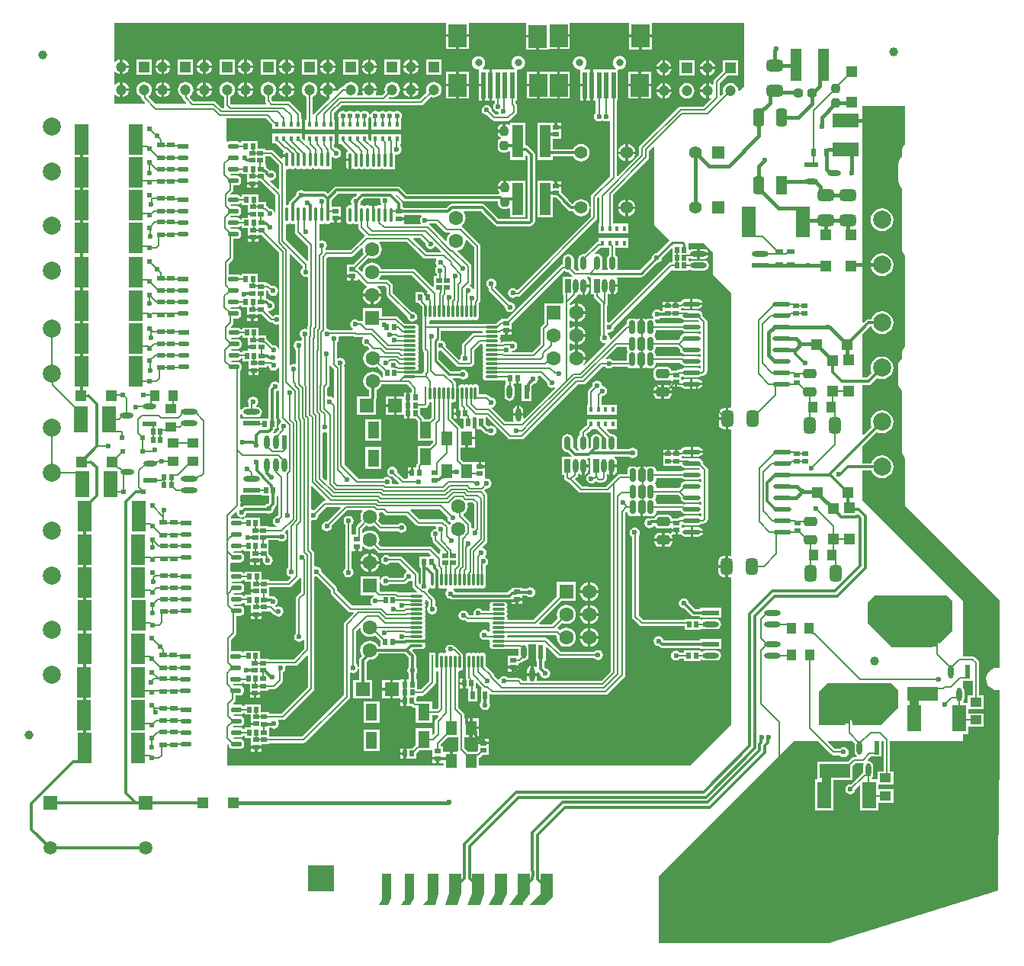
<source format=gtl>
G04*
G04 #@! TF.GenerationSoftware,Altium Limited,Altium Designer,20.0.11 (256)*
G04*
G04 Layer_Physical_Order=1*
G04 Layer_Color=255*
%FSLAX44Y44*%
%MOMM*%
G71*
G01*
G75*
%ADD65C,1.6000*%
%ADD66R,1.5000X1.5000*%
%ADD67C,1.5000*%
%ADD71C,0.0051*%
%ADD72C,1.0000*%
%ADD73R,0.5000X0.6500*%
%ADD74R,0.6300X0.6300*%
%ADD75R,0.9000X0.5000*%
%ADD76R,1.5000X3.0000*%
%ADD77R,7.0000X7.0000*%
%ADD78R,3.4000X1.5000*%
%ADD79R,1.3000X1.0000*%
%ADD80R,0.6000X1.5000*%
%ADD81O,0.6000X1.5000*%
%ADD82O,0.7000X1.5000*%
%ADD83R,0.7500X1.5000*%
%ADD84R,0.6500X0.5000*%
%ADD85R,1.2500X1.6000*%
%ADD86R,0.5000X0.9000*%
%ADD87R,1.3000X1.9000*%
%ADD88R,1.6000X1.6000*%
%ADD89R,0.2800X1.5000*%
%ADD90O,0.2800X1.5000*%
%ADD91O,1.5000X0.2800*%
%ADD92R,1.5000X0.6000*%
%ADD93O,1.5000X0.6000*%
%ADD94R,0.6300X0.6300*%
G04:AMPARAMS|DCode=95|XSize=1.2mm|YSize=0.58mm|CornerRadius=0.145mm|HoleSize=0mm|Usage=FLASHONLY|Rotation=0.000|XOffset=0mm|YOffset=0mm|HoleType=Round|Shape=RoundedRectangle|*
%AMROUNDEDRECTD95*
21,1,1.2000,0.2900,0,0,0.0*
21,1,0.9100,0.5800,0,0,0.0*
1,1,0.2900,0.4550,-0.1450*
1,1,0.2900,-0.4550,-0.1450*
1,1,0.2900,-0.4550,0.1450*
1,1,0.2900,0.4550,0.1450*
%
%ADD95ROUNDEDRECTD95*%
%ADD96R,1.2000X0.5800*%
%ADD97O,1.8500X0.6000*%
%ADD98R,1.8500X0.6000*%
%ADD99R,1.0000X1.3000*%
%ADD100R,1.5000X3.4000*%
%ADD101R,1.2000X1.2000*%
%ADD102R,1.6000X3.0000*%
%ADD103O,0.3500X1.6000*%
%ADD104R,0.3500X1.6000*%
G04:AMPARAMS|DCode=105|XSize=1.45mm|YSize=0.8mm|CornerRadius=0.2mm|HoleSize=0mm|Usage=FLASHONLY|Rotation=90.000|XOffset=0mm|YOffset=0mm|HoleType=Round|Shape=RoundedRectangle|*
%AMROUNDEDRECTD105*
21,1,1.4500,0.4000,0,0,90.0*
21,1,1.0500,0.8000,0,0,90.0*
1,1,0.4000,0.2000,0.5250*
1,1,0.4000,0.2000,-0.5250*
1,1,0.4000,-0.2000,-0.5250*
1,1,0.4000,-0.2000,0.5250*
%
%ADD105ROUNDEDRECTD105*%
G04:AMPARAMS|DCode=106|XSize=1.45mm|YSize=0.7mm|CornerRadius=0.175mm|HoleSize=0mm|Usage=FLASHONLY|Rotation=90.000|XOffset=0mm|YOffset=0mm|HoleType=Round|Shape=RoundedRectangle|*
%AMROUNDEDRECTD106*
21,1,1.4500,0.3500,0,0,90.0*
21,1,1.1000,0.7000,0,0,90.0*
1,1,0.3500,0.1750,0.5500*
1,1,0.3500,0.1750,-0.5500*
1,1,0.3500,-0.1750,-0.5500*
1,1,0.3500,-0.1750,0.5500*
%
%ADD106ROUNDEDRECTD106*%
G04:AMPARAMS|DCode=107|XSize=1mm|YSize=1.45mm|CornerRadius=0.25mm|HoleSize=0mm|Usage=FLASHONLY|Rotation=90.000|XOffset=0mm|YOffset=0mm|HoleType=Round|Shape=RoundedRectangle|*
%AMROUNDEDRECTD107*
21,1,1.0000,0.9500,0,0,90.0*
21,1,0.5000,1.4500,0,0,90.0*
1,1,0.5000,0.4750,0.2500*
1,1,0.5000,0.4750,-0.2500*
1,1,0.5000,-0.4750,-0.2500*
1,1,0.5000,-0.4750,0.2500*
%
%ADD107ROUNDEDRECTD107*%
G04:AMPARAMS|DCode=108|XSize=0.95mm|YSize=1mm|CornerRadius=0.2375mm|HoleSize=0mm|Usage=FLASHONLY|Rotation=0.000|XOffset=0mm|YOffset=0mm|HoleType=Round|Shape=RoundedRectangle|*
%AMROUNDEDRECTD108*
21,1,0.9500,0.5250,0,0,0.0*
21,1,0.4750,1.0000,0,0,0.0*
1,1,0.4750,0.2375,-0.2625*
1,1,0.4750,-0.2375,-0.2625*
1,1,0.4750,-0.2375,0.2625*
1,1,0.4750,0.2375,0.2625*
%
%ADD108ROUNDEDRECTD108*%
%ADD109R,1.2000X3.6000*%
%ADD110R,0.4000X0.6000*%
%ADD111O,2.0000X0.5500*%
G04:AMPARAMS|DCode=112|XSize=1.3mm|YSize=1.8mm|CornerRadius=0.325mm|HoleSize=0mm|Usage=FLASHONLY|Rotation=0.000|XOffset=0mm|YOffset=0mm|HoleType=Round|Shape=RoundedRectangle|*
%AMROUNDEDRECTD112*
21,1,1.3000,1.1500,0,0,0.0*
21,1,0.6500,1.8000,0,0,0.0*
1,1,0.6500,0.3250,-0.5750*
1,1,0.6500,-0.3250,-0.5750*
1,1,0.6500,-0.3250,0.5750*
1,1,0.6500,0.3250,0.5750*
%
%ADD112ROUNDEDRECTD112*%
%ADD113R,1.2000X1.2000*%
%ADD114R,3.0000X1.6000*%
G04:AMPARAMS|DCode=115|XSize=1.3mm|YSize=1.8mm|CornerRadius=0.325mm|HoleSize=0mm|Usage=FLASHONLY|Rotation=90.000|XOffset=0mm|YOffset=0mm|HoleType=Round|Shape=RoundedRectangle|*
%AMROUNDEDRECTD115*
21,1,1.3000,1.1500,0,0,90.0*
21,1,0.6500,1.8000,0,0,90.0*
1,1,0.6500,0.5750,0.3250*
1,1,0.6500,0.5750,-0.3250*
1,1,0.6500,-0.5750,-0.3250*
1,1,0.6500,-0.5750,0.3250*
%
%ADD115ROUNDEDRECTD115*%
G04:AMPARAMS|DCode=116|XSize=1.2mm|YSize=2mm|CornerRadius=0.3mm|HoleSize=0mm|Usage=FLASHONLY|Rotation=180.000|XOffset=0mm|YOffset=0mm|HoleType=Round|Shape=RoundedRectangle|*
%AMROUNDEDRECTD116*
21,1,1.2000,1.4000,0,0,180.0*
21,1,0.6000,2.0000,0,0,180.0*
1,1,0.6000,-0.3000,0.7000*
1,1,0.6000,0.3000,0.7000*
1,1,0.6000,0.3000,-0.7000*
1,1,0.6000,-0.3000,-0.7000*
%
%ADD116ROUNDEDRECTD116*%
%ADD117R,1.2000X2.0000*%
G04:AMPARAMS|DCode=118|XSize=0.95mm|YSize=1mm|CornerRadius=0.2375mm|HoleSize=0mm|Usage=FLASHONLY|Rotation=90.000|XOffset=0mm|YOffset=0mm|HoleType=Round|Shape=RoundedRectangle|*
%AMROUNDEDRECTD118*
21,1,0.9500,0.5250,0,0,90.0*
21,1,0.4750,1.0000,0,0,90.0*
1,1,0.4750,0.2625,0.2375*
1,1,0.4750,0.2625,-0.2375*
1,1,0.4750,-0.2625,-0.2375*
1,1,0.4750,-0.2625,0.2375*
%
%ADD118ROUNDEDRECTD118*%
%ADD119R,2.0000X2.5000*%
%ADD120R,0.5000X3.0000*%
%ADD121R,1.0000X1.0000*%
%ADD122R,0.7000X0.7000*%
%ADD123C,0.3000*%
%ADD124C,0.3810*%
%ADD125C,0.2000*%
%ADD126C,0.4000*%
%ADD127C,0.2540*%
%ADD128C,1.0000*%
%ADD129C,2.0000*%
%ADD130R,1.4000X1.4000*%
%ADD131C,1.4000*%
%ADD132C,0.8000*%
%ADD133C,1.2000*%
%ADD134R,3.0000X3.0000*%
%ADD135C,0.6000*%
%ADD136C,1.2700*%
G36*
X1365000Y1945000D02*
X1359427Y1939427D01*
X1358296Y1940092D01*
X1358035Y1942074D01*
X1357178Y1944142D01*
X1355816Y1945918D01*
X1354040Y1947280D01*
X1351972Y1948137D01*
X1349754Y1948429D01*
X1347534Y1948137D01*
X1345467Y1947280D01*
X1343691Y1945918D01*
X1342329Y1944142D01*
X1341472Y1942074D01*
X1341180Y1939855D01*
X1341472Y1937637D01*
X1341770Y1936918D01*
X1338992Y1934140D01*
X1337818Y1934626D01*
Y1948274D01*
X1346300Y1956755D01*
X1358253D01*
Y1973755D01*
X1341254D01*
Y1961802D01*
X1331726Y1952275D01*
X1330953Y1951117D01*
X1330681Y1949752D01*
Y1947315D01*
X1329411Y1946688D01*
X1328640Y1947280D01*
X1326572Y1948137D01*
X1325854Y1948231D01*
Y1939855D01*
Y1931480D01*
X1326572Y1931574D01*
X1327697Y1932040D01*
X1328416Y1930963D01*
X1319272Y1921819D01*
X1294100D01*
X1292735Y1921547D01*
X1291577Y1920773D01*
X1249105Y1878302D01*
X1248332Y1877144D01*
X1248060Y1875778D01*
Y1868857D01*
X1224365Y1845162D01*
X1223192Y1845648D01*
Y1928377D01*
X1224623D01*
Y1962262D01*
X1225893Y1963375D01*
X1226373Y1963312D01*
X1228331Y1963570D01*
X1230155Y1964326D01*
X1231722Y1965528D01*
X1232924Y1967095D01*
X1233680Y1968919D01*
X1233938Y1970877D01*
X1233680Y1972835D01*
X1232924Y1974659D01*
X1231722Y1976226D01*
X1230155Y1977428D01*
X1228331Y1978184D01*
X1226373Y1978442D01*
X1224415Y1978184D01*
X1222591Y1977428D01*
X1221024Y1976226D01*
X1219822Y1974659D01*
X1219066Y1972835D01*
X1218808Y1970877D01*
X1219066Y1968919D01*
X1219822Y1967095D01*
X1221024Y1965528D01*
X1222172Y1964647D01*
X1221740Y1963377D01*
X1197123D01*
Y1945877D01*
Y1928377D01*
X1199931D01*
Y1915480D01*
X1199535Y1915215D01*
X1198319Y1913396D01*
X1197892Y1911250D01*
X1198319Y1909104D01*
X1199535Y1907285D01*
X1201354Y1906069D01*
X1203500Y1905642D01*
X1205646Y1906069D01*
X1206457Y1906611D01*
X1207500Y1907263D01*
X1208543Y1906611D01*
X1209354Y1906069D01*
X1211500Y1905642D01*
X1213646Y1906069D01*
X1214785Y1906830D01*
X1216055Y1906151D01*
Y1844851D01*
X1195477Y1824273D01*
X1194703Y1823116D01*
X1194431Y1821750D01*
Y1809988D01*
X1193161Y1809905D01*
X1193044Y1810794D01*
X1192855Y1812230D01*
X1191898Y1814541D01*
X1190375Y1816526D01*
X1188391Y1818048D01*
X1186080Y1819005D01*
X1183600Y1819332D01*
X1181120Y1819005D01*
X1178809Y1818048D01*
X1176824Y1816526D01*
X1175302Y1814541D01*
X1175108Y1814073D01*
X1173833Y1813934D01*
X1168970Y1818797D01*
X1168893Y1819186D01*
X1168009Y1820509D01*
X1161500Y1827018D01*
Y1832750D01*
X1155750D01*
Y1834250D01*
X1154250D01*
Y1839250D01*
X1152000D01*
Y1839750D01*
X1135000D01*
Y1798750D01*
X1152000D01*
Y1821250D01*
X1155732D01*
X1161280Y1815702D01*
X1161357Y1815314D01*
X1162241Y1813991D01*
X1169366Y1806866D01*
X1169366Y1806866D01*
X1170689Y1805982D01*
X1172250Y1805672D01*
X1175006D01*
X1175302Y1804959D01*
X1176824Y1802975D01*
X1178809Y1801452D01*
X1181120Y1800495D01*
X1183600Y1800168D01*
X1186080Y1800495D01*
X1188391Y1801452D01*
X1190375Y1802975D01*
X1191898Y1804959D01*
X1192855Y1807270D01*
X1193044Y1808706D01*
X1193161Y1809595D01*
X1194431Y1809512D01*
Y1800228D01*
X1113061Y1718857D01*
X1111965Y1718965D01*
X1110146Y1720181D01*
X1108000Y1720608D01*
X1105854Y1720181D01*
X1104035Y1718965D01*
X1102819Y1717146D01*
X1102392Y1715000D01*
X1102819Y1712854D01*
X1104035Y1711035D01*
X1105854Y1709819D01*
X1108000Y1709392D01*
X1110146Y1709819D01*
X1111811Y1710931D01*
X1113750D01*
X1115116Y1711203D01*
X1116273Y1711977D01*
X1200523Y1796227D01*
X1201297Y1797384D01*
X1201569Y1798750D01*
Y1820272D01*
X1202758Y1821462D01*
X1203932Y1820976D01*
Y1792250D01*
X1203000D01*
Y1781250D01*
X1236000D01*
Y1792250D01*
X1219069D01*
Y1824115D01*
X1258152Y1863199D01*
X1258926Y1864356D01*
X1259197Y1865722D01*
Y1872643D01*
X1263827Y1877272D01*
X1265000Y1876786D01*
Y1790000D01*
X1281657Y1773343D01*
X1267883Y1759569D01*
X1267740Y1759598D01*
X1265594Y1759171D01*
X1263775Y1757955D01*
X1262559Y1756136D01*
X1262132Y1753990D01*
X1262161Y1753847D01*
X1248658Y1740344D01*
X1224186D01*
X1223587Y1741464D01*
X1224152Y1742309D01*
X1224617Y1744650D01*
Y1752650D01*
X1224152Y1754991D01*
X1222826Y1756976D01*
X1222068Y1757482D01*
Y1765250D01*
X1236000D01*
Y1776250D01*
X1203000D01*
Y1772299D01*
X1201734Y1772047D01*
X1200577Y1771273D01*
X1187393Y1758090D01*
X1186500Y1758268D01*
X1184159Y1757802D01*
X1182174Y1756476D01*
X1180848Y1754491D01*
X1180383Y1752150D01*
Y1744150D01*
X1180848Y1741809D01*
X1181263Y1741189D01*
X1180664Y1740069D01*
X1178628D01*
X1175440Y1743257D01*
X1175617Y1744150D01*
Y1752150D01*
X1175152Y1754491D01*
X1173826Y1756476D01*
X1171841Y1757802D01*
X1169500Y1758268D01*
X1167159Y1757802D01*
X1165174Y1756476D01*
X1163848Y1754491D01*
X1163382Y1752150D01*
Y1746762D01*
X1163194D01*
X1161828Y1746490D01*
X1160670Y1745717D01*
X1101453Y1686500D01*
X1095000D01*
Y1685068D01*
X1094500D01*
X1093736Y1684916D01*
X1093135Y1684797D01*
X1093135Y1684797D01*
X1093135Y1684797D01*
X1092509Y1684379D01*
X1091977Y1684023D01*
X1088803Y1680849D01*
X1078156D01*
X1076634Y1680547D01*
X1076477Y1680441D01*
X1025634D01*
X1024250Y1680717D01*
X1022866Y1680441D01*
X1014824D01*
Y1684080D01*
X1015806Y1684886D01*
X1016256Y1684796D01*
X1017778Y1685099D01*
X1018756Y1685753D01*
X1019734Y1685099D01*
X1021256Y1684796D01*
X1022777Y1685099D01*
X1023756Y1685753D01*
X1024734Y1685099D01*
X1026256Y1684796D01*
X1027778Y1685099D01*
X1028756Y1685753D01*
X1029734Y1685099D01*
X1031256Y1684796D01*
X1032777Y1685099D01*
X1033756Y1685753D01*
X1034734Y1685099D01*
X1036256Y1684796D01*
X1037778Y1685099D01*
X1038756Y1685753D01*
X1039734Y1685099D01*
X1041256Y1684796D01*
X1042777Y1685099D01*
X1043756Y1685753D01*
X1044734Y1685099D01*
X1046256Y1684796D01*
X1047778Y1685099D01*
X1048756Y1685753D01*
X1049734Y1685099D01*
X1051256Y1684796D01*
X1052777Y1685099D01*
X1053756Y1685753D01*
X1054734Y1685099D01*
X1056256Y1684796D01*
X1057778Y1685099D01*
X1058756Y1685753D01*
X1059734Y1685099D01*
X1061256Y1684796D01*
X1062777Y1685099D01*
X1063756Y1685753D01*
X1064734Y1685099D01*
X1066256Y1684796D01*
X1067778Y1685099D01*
X1069068Y1685961D01*
X1069930Y1687251D01*
X1070232Y1688773D01*
Y1700973D01*
X1069978Y1702254D01*
Y1703696D01*
X1071023Y1704742D01*
X1071797Y1705899D01*
X1072068Y1707265D01*
Y1767250D01*
X1071797Y1768616D01*
X1071023Y1769774D01*
X1052523Y1788273D01*
X1051713Y1788815D01*
X1051510Y1789957D01*
X1051565Y1790302D01*
X1052489Y1791011D01*
X1054172Y1793204D01*
X1055230Y1795759D01*
X1055591Y1798500D01*
X1055230Y1801241D01*
X1054172Y1803795D01*
X1053414Y1804782D01*
X1053976Y1805921D01*
X1072311D01*
X1087866Y1790366D01*
X1087866Y1790366D01*
X1089189Y1789482D01*
X1090750Y1789172D01*
X1090750Y1789172D01*
X1126742D01*
X1126743Y1789172D01*
X1128303Y1789482D01*
X1129626Y1790366D01*
X1131384Y1792124D01*
X1131384Y1792124D01*
X1132268Y1793447D01*
X1132578Y1795007D01*
X1132578Y1795007D01*
Y1868500D01*
X1132578Y1868500D01*
X1132268Y1870061D01*
X1131384Y1871384D01*
X1125126Y1877641D01*
X1123803Y1878525D01*
X1122243Y1878836D01*
X1122000Y1880080D01*
Y1904000D01*
X1105000D01*
Y1901964D01*
X1103730Y1901413D01*
X1102527Y1902217D01*
X1100625Y1902596D01*
X1099750D01*
Y1895000D01*
X1098250D01*
Y1893500D01*
X1090904D01*
Y1892375D01*
X1091283Y1890473D01*
X1092360Y1888860D01*
X1093973Y1887783D01*
X1094653Y1887648D01*
Y1886353D01*
X1093973Y1886217D01*
X1092360Y1885140D01*
X1091283Y1883527D01*
X1090904Y1881625D01*
Y1876375D01*
X1091283Y1874473D01*
X1092360Y1872860D01*
X1093973Y1871783D01*
X1095875Y1871405D01*
X1100625D01*
X1102527Y1871783D01*
X1103730Y1872587D01*
X1105000Y1872036D01*
Y1863000D01*
X1122000D01*
Y1867573D01*
X1123173Y1868059D01*
X1124422Y1866810D01*
Y1797328D01*
X1092439D01*
X1076884Y1812884D01*
X1075561Y1813768D01*
X1074000Y1814078D01*
X1074000Y1814078D01*
X1040237D01*
X1038676Y1813768D01*
X1037353Y1812884D01*
X1034045Y1809575D01*
X986750D01*
Y1810497D01*
X985078D01*
Y1814500D01*
X985078Y1814500D01*
X984768Y1816061D01*
X983884Y1817384D01*
X983884Y1817384D01*
X978115Y1823152D01*
X978538Y1824525D01*
X978890Y1824592D01*
X985616Y1817866D01*
X986939Y1816982D01*
X988500Y1816672D01*
X988500Y1816672D01*
X1091405D01*
Y1813625D01*
X1091783Y1811723D01*
X1092860Y1810110D01*
X1094473Y1809033D01*
X1096375Y1808654D01*
X1101125D01*
X1103027Y1809033D01*
X1103730Y1809502D01*
X1105000Y1808823D01*
Y1798750D01*
X1122000D01*
Y1839750D01*
X1105000D01*
Y1839676D01*
X1103730Y1838997D01*
X1103027Y1839467D01*
X1101125Y1839845D01*
X1100250D01*
Y1832250D01*
X1098750D01*
Y1830750D01*
X1091405D01*
Y1829625D01*
X1091783Y1827723D01*
X1092860Y1826110D01*
X1092878Y1826098D01*
X1092493Y1824828D01*
X990189D01*
X982884Y1832134D01*
X981561Y1833018D01*
X980000Y1833328D01*
X980000Y1833328D01*
X911997D01*
X911997Y1833328D01*
X910436Y1833018D01*
X909113Y1832134D01*
X902249Y1825269D01*
X900884Y1826634D01*
X899561Y1827518D01*
X898000Y1827828D01*
X898000Y1827828D01*
X876546D01*
X874896Y1828931D01*
X872750Y1829358D01*
X870604Y1828931D01*
X868785Y1827715D01*
X867569Y1825896D01*
X867182Y1823950D01*
X860365Y1817132D01*
X859481Y1815809D01*
X859170Y1814248D01*
X859170Y1814248D01*
Y1813297D01*
X857900Y1812497D01*
X856749Y1812726D01*
X856549Y1812686D01*
X855567Y1813492D01*
Y1851792D01*
X856549Y1852598D01*
X856750Y1852558D01*
X858408Y1852888D01*
X859015Y1853293D01*
X860000Y1853743D01*
X860985Y1853293D01*
X861592Y1852888D01*
X863250Y1852558D01*
X864908Y1852888D01*
X865515Y1853293D01*
X866500Y1853743D01*
X867485Y1853293D01*
X868092Y1852888D01*
X869750Y1852558D01*
X871408Y1852888D01*
X872814Y1853827D01*
X873186D01*
X874592Y1852888D01*
X876250Y1852558D01*
X877908Y1852888D01*
X878515Y1853293D01*
X879500Y1853743D01*
X880485Y1853293D01*
X881092Y1852888D01*
X882750Y1852558D01*
X884408Y1852888D01*
X885015Y1853293D01*
X886000Y1853743D01*
X886985Y1853293D01*
X887592Y1852888D01*
X889250Y1852558D01*
X890908Y1852888D01*
X892314Y1853827D01*
X892686D01*
X894092Y1852888D01*
X895750Y1852558D01*
X896730Y1852753D01*
X898000Y1852641D01*
X898000Y1852641D01*
X898000Y1852641D01*
X906500D01*
Y1865721D01*
X907770Y1866128D01*
X909354Y1865069D01*
X911500Y1864642D01*
X913646Y1865069D01*
X915465Y1866285D01*
X916681Y1868104D01*
X917108Y1870250D01*
X916681Y1872396D01*
X915465Y1874216D01*
X913646Y1875431D01*
X911500Y1875858D01*
X911032Y1875765D01*
X909569Y1877228D01*
Y1880607D01*
X910500D01*
Y1891607D01*
X877500D01*
Y1885272D01*
X876326Y1884786D01*
X874086Y1887027D01*
X874062Y1887042D01*
Y1892003D01*
X841062D01*
Y1881003D01*
X844773D01*
X852174Y1873602D01*
X852732Y1873229D01*
X853134Y1871758D01*
X853101Y1871579D01*
X852747Y1871050D01*
X852417Y1869391D01*
Y1864789D01*
X851244Y1864303D01*
X842773Y1872774D01*
X841615Y1873547D01*
X840250Y1873819D01*
X833255D01*
Y1875250D01*
X824240D01*
Y1875291D01*
X824201D01*
Y1883989D01*
X806201D01*
Y1882619D01*
X804931Y1882233D01*
X804827Y1882389D01*
X803521Y1883262D01*
X801979Y1883569D01*
X792879D01*
X791338Y1883262D01*
X791270Y1883217D01*
X790000Y1883895D01*
Y1908931D01*
X834087D01*
X841039Y1901980D01*
X841062Y1901964D01*
Y1897003D01*
X874062D01*
Y1908003D01*
X873131D01*
Y1913187D01*
X872859Y1914553D01*
X872086Y1915711D01*
X860773Y1927023D01*
X859615Y1927797D01*
X858250Y1928069D01*
X841478D01*
X839819Y1929728D01*
Y1933133D01*
X840537Y1933430D01*
X842313Y1934793D01*
X843675Y1936568D01*
X844531Y1938636D01*
X844824Y1940855D01*
X844531Y1943074D01*
X843675Y1945142D01*
X842313Y1946917D01*
X840537Y1948280D01*
X838469Y1949136D01*
X836250Y1949429D01*
X834031Y1949136D01*
X831964Y1948280D01*
X830188Y1946917D01*
X828826Y1945142D01*
X827969Y1943074D01*
X827677Y1940855D01*
X827969Y1938636D01*
X828826Y1936568D01*
X830188Y1934793D01*
X831964Y1933430D01*
X832682Y1933133D01*
Y1928250D01*
X832810Y1927603D01*
X832953Y1926885D01*
X832953Y1926885D01*
X832953Y1926884D01*
X833312Y1926347D01*
X833727Y1925727D01*
X834212Y1925242D01*
X833726Y1924069D01*
X795228D01*
X794068Y1925228D01*
Y1933133D01*
X794787Y1933430D01*
X796562Y1934793D01*
X797924Y1936568D01*
X798781Y1938636D01*
X799073Y1940855D01*
X798781Y1943074D01*
X797924Y1945142D01*
X796562Y1946917D01*
X794787Y1948280D01*
X792719Y1949136D01*
X790500Y1949429D01*
X788281Y1949136D01*
X786213Y1948280D01*
X784437Y1946917D01*
X783075Y1945142D01*
X782219Y1943074D01*
X781926Y1940855D01*
X782219Y1938636D01*
X783075Y1936568D01*
X784437Y1934793D01*
X786213Y1933430D01*
X786931Y1933133D01*
Y1923750D01*
X786931Y1923750D01*
X786931Y1923750D01*
X787073Y1923038D01*
X787203Y1922384D01*
X787203Y1922384D01*
X787203Y1922384D01*
X787592Y1921802D01*
X787901Y1921339D01*
X787734Y1920641D01*
X787497Y1920069D01*
X785128D01*
X778173Y1927023D01*
X777015Y1927797D01*
X775649Y1928069D01*
X753478D01*
X749216Y1932331D01*
X749424Y1933919D01*
X750562Y1934793D01*
X751925Y1936568D01*
X752781Y1938636D01*
X753073Y1940855D01*
X752781Y1943074D01*
X751925Y1945142D01*
X750562Y1946917D01*
X748787Y1948280D01*
X746719Y1949136D01*
X744500Y1949429D01*
X742281Y1949136D01*
X740213Y1948280D01*
X738438Y1946917D01*
X737075Y1945142D01*
X736219Y1943074D01*
X735927Y1940855D01*
X736219Y1938636D01*
X737075Y1936568D01*
X738438Y1934793D01*
X740213Y1933430D01*
X741076Y1933073D01*
Y1931855D01*
X741348Y1930490D01*
X742121Y1929332D01*
X745280Y1926173D01*
X744794Y1925000D01*
X710797D01*
X703346Y1932451D01*
X703457Y1934136D01*
X704312Y1934793D01*
X705675Y1936568D01*
X706531Y1938636D01*
X706823Y1940855D01*
X706531Y1943074D01*
X705675Y1945142D01*
X704312Y1946917D01*
X702537Y1948280D01*
X700469Y1949136D01*
X698250Y1949429D01*
X696031Y1949136D01*
X693963Y1948280D01*
X692188Y1946917D01*
X690825Y1945142D01*
X689969Y1943074D01*
X689677Y1940855D01*
X689969Y1938636D01*
X690825Y1936568D01*
X692188Y1934793D01*
X693963Y1933430D01*
X695326Y1932866D01*
Y1931855D01*
X695598Y1930490D01*
X696371Y1929332D01*
X699530Y1926173D01*
X699044Y1925000D01*
X665000D01*
Y1935037D01*
X666270Y1935468D01*
X666788Y1934793D01*
X668563Y1933430D01*
X670631Y1932574D01*
X671350Y1932479D01*
Y1940855D01*
Y1949231D01*
X670631Y1949136D01*
X668563Y1948280D01*
X666788Y1946917D01*
X666270Y1946243D01*
X665000Y1946674D01*
Y1960437D01*
X666270Y1960868D01*
X666788Y1960193D01*
X668563Y1958830D01*
X670631Y1957974D01*
X671350Y1957879D01*
Y1966255D01*
Y1974631D01*
X670631Y1974536D01*
X668563Y1973680D01*
X666788Y1972317D01*
X666270Y1971643D01*
X665000Y1972074D01*
Y2015000D01*
X1033744D01*
Y2002377D01*
X1046244D01*
X1058744D01*
Y2015000D01*
X1122744D01*
Y2001627D01*
X1135244D01*
Y2000127D01*
X1136744D01*
Y1985127D01*
X1147744D01*
Y1985877D01*
X1157123D01*
Y2000877D01*
X1158623D01*
Y2002377D01*
X1171123D01*
Y2015000D01*
X1237123D01*
Y2002127D01*
X1249623D01*
X1262123D01*
Y2015000D01*
X1365000D01*
Y1945000D01*
D02*
G37*
G36*
X848430Y1857023D02*
Y1830758D01*
X847257Y1830272D01*
X838478Y1839051D01*
X839104Y1840221D01*
X839500Y1840142D01*
X841646Y1840569D01*
X843465Y1841785D01*
X844681Y1843604D01*
X845108Y1845750D01*
X844681Y1847896D01*
X843465Y1849715D01*
X841646Y1850931D01*
X839500Y1851358D01*
X837752Y1851010D01*
X837375Y1851575D01*
X835325Y1853625D01*
X834002Y1854509D01*
X833491Y1854610D01*
Y1857741D01*
X833255D01*
Y1866682D01*
X838772D01*
X848430Y1857023D01*
D02*
G37*
G36*
X934981Y1823998D02*
X933296Y1822313D01*
X931349Y1821926D01*
X929530Y1820710D01*
X928314Y1818891D01*
X927887Y1816745D01*
X928314Y1814599D01*
X928981Y1813601D01*
X928370Y1812467D01*
X928147Y1812364D01*
X926995Y1812593D01*
X925337Y1812263D01*
X923931Y1811324D01*
X922992Y1809918D01*
X922662Y1808260D01*
Y1795760D01*
X922992Y1794102D01*
X923931Y1792696D01*
X925337Y1791757D01*
X926995Y1791427D01*
X928654Y1791757D01*
X929260Y1792162D01*
X930245Y1792611D01*
X931230Y1792162D01*
X931837Y1791757D01*
X933495Y1791427D01*
X935154Y1791757D01*
X935307Y1791859D01*
X936427Y1791261D01*
Y1788255D01*
X936699Y1786889D01*
X937472Y1785731D01*
X943540Y1779663D01*
X943415Y1778400D01*
X943227Y1778273D01*
X927522Y1762569D01*
X901000D01*
X900589Y1762487D01*
X900176Y1762815D01*
X899715Y1764035D01*
X900931Y1765854D01*
X901358Y1768000D01*
X900931Y1770146D01*
X899715Y1771965D01*
X897896Y1773181D01*
X895750Y1773608D01*
X894087Y1773277D01*
X892817Y1774066D01*
Y1791393D01*
X893937Y1791991D01*
X894090Y1791889D01*
X895748Y1791559D01*
X897406Y1791889D01*
X898812Y1792829D01*
X899185D01*
X900590Y1791889D01*
X902249Y1791559D01*
X903907Y1791889D01*
X905313Y1792829D01*
X905596Y1793253D01*
X909503D01*
Y1798253D01*
X911003D01*
Y1799753D01*
X916753D01*
Y1801253D01*
Y1811253D01*
X906327D01*
Y1817812D01*
X913686Y1825172D01*
X934495D01*
X934981Y1823998D01*
D02*
G37*
G36*
X960871Y1818652D02*
X960642Y1817500D01*
X961069Y1815354D01*
X962040Y1813901D01*
X961944Y1813263D01*
X961785Y1813062D01*
X960715Y1812351D01*
X959495Y1812593D01*
X957837Y1812263D01*
X957230Y1811858D01*
X956245Y1811409D01*
X955260Y1811858D01*
X954654Y1812263D01*
X954495Y1812295D01*
Y1802010D01*
X951495D01*
Y1812295D01*
X951337Y1812263D01*
X950730Y1811858D01*
X949745Y1811409D01*
X948761Y1811858D01*
X948154Y1812263D01*
X946495Y1812593D01*
X944837Y1812263D01*
X944230Y1811858D01*
X943245Y1811409D01*
X942261Y1811858D01*
X941654Y1812263D01*
X939996Y1812593D01*
X938844Y1812364D01*
X938621Y1812467D01*
X938010Y1813602D01*
X938676Y1814599D01*
X939063Y1816546D01*
X942439Y1819922D01*
X959842D01*
X960871Y1818652D01*
D02*
G37*
G36*
X806201Y1848164D02*
Y1846991D01*
X812740D01*
Y1839741D01*
Y1838241D01*
X818490D01*
X824240D01*
Y1839741D01*
X827695D01*
X844430Y1823006D01*
Y1804367D01*
X843160Y1804242D01*
X842931Y1805394D01*
X841715Y1807213D01*
X839896Y1808429D01*
X837750Y1808855D01*
X837282Y1808762D01*
X835271Y1810774D01*
X834113Y1811547D01*
X834005Y1811569D01*
Y1815750D01*
X825240D01*
Y1815791D01*
X825201D01*
Y1824489D01*
X807201D01*
Y1822360D01*
X805564D01*
X805077Y1823089D01*
X803771Y1823962D01*
X802229Y1824269D01*
X794856D01*
X794370Y1825442D01*
X796403Y1827475D01*
X797176Y1828632D01*
X797448Y1829998D01*
Y1834514D01*
X801979D01*
X803521Y1834820D01*
X804827Y1835694D01*
X805700Y1837000D01*
X806007Y1838541D01*
Y1841441D01*
X805700Y1842982D01*
X804827Y1844289D01*
X803521Y1845162D01*
X801979Y1845469D01*
X794602D01*
X794253Y1845944D01*
X794896Y1847214D01*
X801979D01*
X803521Y1847520D01*
X804827Y1848394D01*
X804931Y1848549D01*
X806201Y1848164D01*
D02*
G37*
G36*
X807201Y1812989D02*
X813740D01*
Y1805791D01*
Y1804291D01*
X819490D01*
Y1801291D01*
X813740D01*
Y1798611D01*
X807197D01*
Y1796960D01*
X805564D01*
X805077Y1797689D01*
X803771Y1798562D01*
X802229Y1798869D01*
X795146D01*
X794503Y1800139D01*
X794852Y1800614D01*
X802229D01*
X803771Y1800921D01*
X805077Y1801794D01*
X805950Y1803100D01*
X806257Y1804641D01*
Y1807541D01*
X805950Y1809083D01*
X805077Y1810389D01*
X803771Y1811262D01*
X802229Y1811569D01*
X794851D01*
X794502Y1812044D01*
X795145Y1813314D01*
X802229D01*
X803771Y1813621D01*
X805077Y1814494D01*
X805564Y1815223D01*
X807201D01*
Y1812989D01*
D02*
G37*
G36*
X860983Y1792295D02*
X861590Y1791889D01*
X863249Y1791559D01*
X864907Y1791889D01*
X865060Y1791991D01*
X866180Y1791393D01*
Y1782752D01*
X866451Y1781386D01*
X867225Y1780228D01*
X880431Y1767022D01*
Y1751071D01*
X879258Y1750585D01*
X855567Y1774275D01*
Y1790793D01*
X856549Y1791599D01*
X856749Y1791559D01*
X858407Y1791889D01*
X859014Y1792295D01*
X859998Y1792744D01*
X860983Y1792295D01*
D02*
G37*
G36*
X1006559Y1800149D02*
X1006285Y1799965D01*
X1005069Y1798146D01*
X1004642Y1796000D01*
X1005069Y1793854D01*
X1005915Y1792589D01*
X1005245Y1791319D01*
X986971D01*
X986750Y1792497D01*
X986750D01*
Y1795997D01*
X981000D01*
Y1798997D01*
X986750D01*
Y1801419D01*
X1006174D01*
X1006559Y1800149D01*
D02*
G37*
G36*
X1032268Y1783227D02*
X1033426Y1782453D01*
X1034791Y1782181D01*
X1037612D01*
X1038020Y1780979D01*
X1037512Y1780589D01*
X1035828Y1778395D01*
X1034771Y1775841D01*
X1034419Y1773174D01*
X1034057Y1772912D01*
X1033272Y1772525D01*
X1015524Y1790273D01*
X1015429Y1790336D01*
X1015134Y1791936D01*
X1015519Y1792431D01*
X1023063D01*
X1032268Y1783227D01*
D02*
G37*
G36*
X1010985Y1769968D02*
X1010892Y1769500D01*
X1011319Y1767354D01*
X1012535Y1765535D01*
X1014354Y1764319D01*
X1016500Y1763892D01*
X1018646Y1764319D01*
X1020465Y1765535D01*
X1021229Y1766678D01*
X1022790Y1766914D01*
X1028212Y1761492D01*
X1027725Y1760319D01*
X1012228D01*
X997539Y1775008D01*
X998025Y1776181D01*
X1004772D01*
X1010985Y1769968D01*
D02*
G37*
G36*
X1008227Y1754227D02*
X1009384Y1753453D01*
X1010750Y1753181D01*
X1022402D01*
X1023081Y1751911D01*
X1022569Y1751146D01*
X1022142Y1749000D01*
X1022569Y1746854D01*
X1023785Y1745035D01*
X1023112Y1743957D01*
X1022069Y1742396D01*
X1021642Y1740250D01*
X1022069Y1738104D01*
X1023285Y1736285D01*
X1023681Y1736020D01*
Y1734250D01*
X1020000D01*
Y1722206D01*
X1018827Y1721720D01*
X999723Y1740823D01*
X998566Y1741597D01*
X997200Y1741868D01*
X961637D01*
X960922Y1743595D01*
X959239Y1745789D01*
X957046Y1747471D01*
X954491Y1748530D01*
X951750Y1748890D01*
X949009Y1748530D01*
X946455Y1747471D01*
X944261Y1745789D01*
X942579Y1743595D01*
X941520Y1741041D01*
X941262Y1739074D01*
X939921Y1738619D01*
X936766Y1741774D01*
X936659Y1742862D01*
X947777Y1753980D01*
X949009Y1753470D01*
X951750Y1753109D01*
X954491Y1753470D01*
X957046Y1754528D01*
X959239Y1756211D01*
X960922Y1758405D01*
X961980Y1760959D01*
X962341Y1763700D01*
X961980Y1766441D01*
X960922Y1768995D01*
X959452Y1770911D01*
X959866Y1772181D01*
X990272D01*
X1008227Y1754227D01*
D02*
G37*
G36*
X1330000Y1760000D02*
Y1735000D01*
X1350000Y1715000D01*
Y1587915D01*
X1349018Y1587109D01*
X1349000Y1587113D01*
X1347250D01*
Y1575500D01*
Y1563887D01*
X1349000D01*
X1349018Y1563891D01*
X1350000Y1563085D01*
Y1423565D01*
X1349018Y1422760D01*
X1348500Y1422863D01*
X1346750D01*
Y1411250D01*
Y1399637D01*
X1348500D01*
X1349018Y1399740D01*
X1350000Y1398935D01*
Y1235000D01*
X1305000Y1190000D01*
X1070500D01*
Y1198880D01*
X1070866Y1198953D01*
X1072023Y1199727D01*
X1074547Y1202250D01*
X1081000D01*
Y1210250D01*
Y1213750D01*
X1075250D01*
X1069500D01*
Y1207297D01*
X1068022Y1205819D01*
X1067000D01*
X1066654Y1205750D01*
X1058047D01*
X1054319Y1209478D01*
Y1221750D01*
X1060250D01*
Y1232250D01*
Y1242750D01*
X1054319D01*
Y1246250D01*
X1054047Y1247616D01*
X1053274Y1248773D01*
X1047446Y1254601D01*
Y1294830D01*
X1048427Y1295636D01*
X1048877Y1295547D01*
X1050398Y1295849D01*
X1051377Y1296503D01*
X1052355Y1295849D01*
X1053877Y1295547D01*
X1054326Y1295636D01*
X1055308Y1294830D01*
Y1288123D01*
X1054592Y1287250D01*
X1049000D01*
Y1283000D01*
X1054000D01*
Y1281500D01*
X1055500D01*
Y1275750D01*
X1057084D01*
X1058250Y1275500D01*
Y1261500D01*
X1068250D01*
Y1275500D01*
X1068166D01*
X1067000Y1275750D01*
Y1281559D01*
X1068173Y1282045D01*
X1073545Y1276673D01*
X1073059Y1275500D01*
X1072250D01*
Y1261500D01*
X1072250D01*
X1072218Y1260243D01*
X1071819Y1259646D01*
X1071392Y1257500D01*
X1071819Y1255354D01*
X1073035Y1253535D01*
X1074854Y1252319D01*
X1077000Y1251892D01*
X1079146Y1252319D01*
X1080965Y1253535D01*
X1082181Y1255354D01*
X1082608Y1257500D01*
X1082181Y1259646D01*
X1081791Y1260230D01*
X1082250Y1261500D01*
X1082250D01*
Y1268913D01*
X1083520Y1269592D01*
X1083727Y1269453D01*
X1085093Y1269182D01*
X1210814D01*
X1212179Y1269453D01*
X1213337Y1270227D01*
X1231523Y1288413D01*
X1232297Y1289571D01*
X1232569Y1290936D01*
Y1427750D01*
X1232569Y1427750D01*
Y1470772D01*
X1233762Y1471965D01*
X1234230Y1471771D01*
X1234937Y1471344D01*
X1235238Y1469832D01*
X1236177Y1468426D01*
X1237583Y1467487D01*
X1239241Y1467157D01*
X1242741D01*
X1244399Y1467487D01*
X1245805Y1468426D01*
X1245819Y1468447D01*
X1247235Y1467501D01*
X1248991Y1467152D01*
X1249491D01*
Y1476990D01*
X1252491D01*
Y1467152D01*
X1252991D01*
X1254747Y1467501D01*
X1256163Y1468447D01*
X1256177Y1468426D01*
X1257583Y1467487D01*
X1259241Y1467157D01*
X1262741D01*
X1264399Y1467487D01*
X1265805Y1468426D01*
X1266745Y1469832D01*
X1267074Y1471490D01*
Y1473422D01*
X1294490D01*
X1294546Y1473142D01*
X1295706Y1471405D01*
X1297443Y1470245D01*
X1299491Y1469837D01*
X1313991D01*
X1316040Y1470245D01*
X1316308Y1470424D01*
X1317428Y1469826D01*
Y1467855D01*
X1316308Y1467256D01*
X1316040Y1467436D01*
X1313991Y1467843D01*
X1299491D01*
X1297443Y1467436D01*
X1295706Y1466275D01*
X1295561Y1466059D01*
X1293242D01*
X1291876Y1465787D01*
X1290719Y1465014D01*
X1290450Y1464745D01*
X1284596D01*
X1284457Y1465446D01*
X1283351Y1467100D01*
X1281698Y1468205D01*
X1279747Y1468593D01*
X1270247D01*
X1268296Y1468205D01*
X1266642Y1467100D01*
X1265537Y1465446D01*
X1265463Y1465073D01*
X1261245D01*
X1260584Y1464942D01*
X1259750Y1465108D01*
X1257604Y1464681D01*
X1255785Y1463465D01*
X1254569Y1461646D01*
X1254142Y1459500D01*
X1254569Y1457354D01*
X1255785Y1455535D01*
X1257604Y1454319D01*
X1259750Y1453892D01*
X1261896Y1454319D01*
X1263715Y1455535D01*
X1264276Y1456374D01*
X1264716Y1456433D01*
X1265709Y1456286D01*
X1266642Y1454890D01*
X1268296Y1453785D01*
X1270247Y1453397D01*
X1279747D01*
X1281698Y1453785D01*
X1282726Y1454472D01*
X1283996Y1453793D01*
Y1453245D01*
X1289747D01*
Y1451745D01*
X1291246D01*
Y1446745D01*
X1295212D01*
X1295706Y1446005D01*
X1297443Y1444845D01*
X1299491Y1444438D01*
X1305241D01*
Y1449790D01*
Y1455143D01*
X1299491D01*
X1297443Y1454736D01*
X1296767Y1454284D01*
X1295943Y1454583D01*
X1295497Y1454963D01*
Y1457318D01*
X1296767Y1457997D01*
X1297443Y1457545D01*
X1299491Y1457137D01*
X1313991D01*
X1316040Y1457545D01*
X1317776Y1458705D01*
X1317921Y1458922D01*
X1319242D01*
X1320608Y1459193D01*
X1321765Y1459967D01*
X1323520Y1461722D01*
X1324294Y1462879D01*
X1324565Y1464245D01*
Y1518985D01*
X1324294Y1520350D01*
X1323520Y1521508D01*
X1319293Y1525735D01*
X1319344Y1525990D01*
X1318936Y1528039D01*
X1317776Y1529775D01*
X1316040Y1530936D01*
X1313991Y1531343D01*
X1303659D01*
X1303362Y1531542D01*
X1301996Y1531813D01*
X1295246D01*
Y1533685D01*
X1296517Y1534364D01*
X1297443Y1533745D01*
X1299491Y1533338D01*
X1305241D01*
Y1538690D01*
Y1544043D01*
X1299491D01*
X1297443Y1543636D01*
X1295706Y1542475D01*
X1294884Y1541245D01*
X1290997D01*
Y1536245D01*
X1287997D01*
Y1541245D01*
X1281997D01*
Y1536245D01*
X1280497D01*
Y1534745D01*
X1274747D01*
Y1531245D01*
Y1523245D01*
X1295011D01*
X1295706Y1522205D01*
X1297443Y1521045D01*
X1299491Y1520638D01*
X1313991D01*
X1314246Y1520688D01*
X1315246Y1519689D01*
X1314620Y1518518D01*
X1313991Y1518643D01*
X1299491D01*
X1297443Y1518236D01*
X1295706Y1517075D01*
X1295561Y1516859D01*
X1267074D01*
Y1518240D01*
X1266745Y1519898D01*
X1265805Y1521304D01*
X1264399Y1522244D01*
X1262741Y1522573D01*
X1259241D01*
X1257583Y1522244D01*
X1256177Y1521304D01*
X1256163Y1521283D01*
X1254747Y1522229D01*
X1252991Y1522578D01*
X1252491D01*
Y1512740D01*
X1249491D01*
Y1522578D01*
X1248991D01*
X1247235Y1522229D01*
X1245819Y1521283D01*
X1245805Y1521304D01*
X1244399Y1522244D01*
X1242741Y1522573D01*
X1239241D01*
X1237583Y1522244D01*
X1236177Y1521304D01*
X1235238Y1519898D01*
X1234908Y1518240D01*
Y1514069D01*
X1227000D01*
X1225634Y1513797D01*
X1224477Y1513023D01*
X1217477Y1506023D01*
X1212022Y1500569D01*
X1184885D01*
X1177125Y1508328D01*
X1179009Y1510212D01*
X1179782Y1511370D01*
X1180054Y1512735D01*
Y1513750D01*
X1181216Y1514526D01*
X1182401Y1514014D01*
X1183410Y1513340D01*
X1184251Y1513172D01*
Y1522992D01*
X1185751D01*
Y1524492D01*
X1191869D01*
Y1526992D01*
X1191403Y1529333D01*
X1190522Y1530652D01*
X1191201Y1531922D01*
X1192110D01*
X1192110Y1531922D01*
X1192732Y1532045D01*
X1193903Y1531232D01*
X1194002Y1531042D01*
Y1514459D01*
X1192604Y1514181D01*
X1190785Y1512965D01*
X1189569Y1511146D01*
X1189142Y1509000D01*
X1189569Y1506854D01*
X1190785Y1505035D01*
X1192604Y1503819D01*
X1194750Y1503392D01*
X1196896Y1503819D01*
X1198715Y1505035D01*
X1199091Y1505596D01*
X1200681Y1505772D01*
X1200727Y1505727D01*
X1201884Y1504953D01*
X1203250Y1504681D01*
X1207500D01*
X1208866Y1504953D01*
X1210023Y1505727D01*
X1211525Y1507228D01*
X1212298Y1508386D01*
X1212570Y1509751D01*
Y1513543D01*
X1213764Y1514181D01*
X1214152Y1514014D01*
X1215160Y1513340D01*
X1216001Y1513172D01*
Y1522992D01*
X1217501D01*
Y1524492D01*
X1223619D01*
Y1526992D01*
X1223153Y1529333D01*
X1221827Y1531317D01*
X1220691Y1532076D01*
X1220946Y1533422D01*
X1237204D01*
X1238854Y1532319D01*
X1241000Y1531892D01*
X1243146Y1532319D01*
X1244965Y1533535D01*
X1246181Y1535354D01*
X1246608Y1537500D01*
X1246181Y1539646D01*
X1244965Y1541465D01*
X1243146Y1542681D01*
X1241000Y1543108D01*
X1238854Y1542681D01*
X1237204Y1541578D01*
X1224249D01*
X1223312Y1542848D01*
X1223619Y1544392D01*
Y1552392D01*
X1223153Y1554733D01*
X1221827Y1556717D01*
X1219842Y1558044D01*
X1217501Y1558509D01*
X1216608Y1558331D01*
X1212082Y1562858D01*
X1212568Y1564031D01*
X1223487D01*
Y1575031D01*
X1190486D01*
Y1569078D01*
X1188772Y1567363D01*
X1188003Y1567211D01*
X1186845Y1566437D01*
X1183228Y1562820D01*
X1182454Y1561662D01*
X1182183Y1560296D01*
Y1557223D01*
X1181425Y1556717D01*
X1180099Y1554733D01*
X1179634Y1552392D01*
Y1544392D01*
X1180099Y1542050D01*
X1180669Y1541198D01*
X1180070Y1540078D01*
X1178832D01*
X1174810Y1544100D01*
X1174869Y1544392D01*
Y1552392D01*
X1174403Y1554733D01*
X1173077Y1556717D01*
X1171092Y1558044D01*
X1168751Y1558509D01*
X1166410Y1558044D01*
X1164425Y1556717D01*
X1163099Y1554733D01*
X1162634Y1552392D01*
Y1544392D01*
X1163099Y1542050D01*
X1164425Y1540066D01*
X1166410Y1538740D01*
X1168751Y1538274D01*
X1169043Y1538332D01*
X1173113Y1534262D01*
X1172587Y1532992D01*
X1162251D01*
Y1512992D01*
X1164932D01*
Y1510249D01*
X1165204Y1508883D01*
X1165978Y1507726D01*
X1167898Y1505805D01*
X1169056Y1505031D01*
X1170422Y1504760D01*
X1170600D01*
X1180883Y1494477D01*
X1182041Y1493703D01*
X1183407Y1493431D01*
X1213500D01*
X1214866Y1493703D01*
X1215162Y1493901D01*
X1216432Y1493222D01*
Y1294728D01*
X1206022Y1284319D01*
X1135651D01*
X1134627Y1285589D01*
X1134858Y1286750D01*
Y1289750D01*
X1129250D01*
X1123642D01*
Y1286750D01*
X1123873Y1285589D01*
X1122849Y1284319D01*
X1118512D01*
X1116307Y1286523D01*
X1115150Y1287297D01*
X1113784Y1287569D01*
X1102230D01*
X1101965Y1287965D01*
X1100146Y1289181D01*
X1098000Y1289608D01*
X1095854Y1289181D01*
X1094035Y1287965D01*
X1092864Y1286214D01*
X1092669Y1286023D01*
X1091587Y1285695D01*
X1086998Y1290284D01*
X1086805Y1291258D01*
X1086031Y1292416D01*
X1077853Y1300593D01*
Y1311723D01*
X1077551Y1313245D01*
X1076689Y1314535D01*
X1075399Y1315397D01*
X1073877Y1315699D01*
X1072355Y1315397D01*
X1071377Y1314743D01*
X1070398Y1315397D01*
X1068877Y1315699D01*
X1067355Y1315397D01*
X1066377Y1314743D01*
X1065399Y1315397D01*
X1063877Y1315699D01*
X1062355Y1315397D01*
X1061377Y1314743D01*
X1060398Y1315397D01*
X1058877Y1315699D01*
X1057355Y1315397D01*
X1056377Y1314743D01*
X1055399Y1315397D01*
X1055377Y1315401D01*
Y1313506D01*
X1055202Y1313245D01*
X1054900Y1311723D01*
Y1305623D01*
X1052854D01*
Y1311723D01*
X1052551Y1313245D01*
X1052377Y1313505D01*
Y1315401D01*
X1052355Y1315397D01*
X1051251Y1315616D01*
X1051247Y1315622D01*
X1045346Y1321523D01*
X1044188Y1322297D01*
X1043102Y1322513D01*
X1042465Y1323465D01*
X1040646Y1324681D01*
X1038500Y1325108D01*
X1036354Y1324681D01*
X1034535Y1323465D01*
X1033319Y1321646D01*
X1032892Y1319500D01*
X1033319Y1317354D01*
X1033597Y1316938D01*
X1033012Y1315527D01*
X1032355Y1315397D01*
X1031377Y1314743D01*
X1030398Y1315397D01*
X1028877Y1315699D01*
X1027355Y1315397D01*
X1026377Y1314743D01*
X1025399Y1315397D01*
X1025377Y1315401D01*
Y1313506D01*
X1025203Y1313245D01*
X1024900Y1311723D01*
Y1305623D01*
X1022777D01*
Y1315623D01*
X1022777Y1315623D01*
Y1315623D01*
X1014977D01*
Y1295623D01*
X1015308D01*
Y1284355D01*
X1005772Y1274819D01*
X1001250D01*
Y1286000D01*
X1000328D01*
Y1292381D01*
X1001431Y1294031D01*
X1001858Y1296177D01*
X1001431Y1298323D01*
X1000328Y1299973D01*
Y1312104D01*
X1000328Y1312104D01*
X1000328Y1312104D01*
X1000160Y1312951D01*
X1000018Y1313665D01*
X1000018Y1313665D01*
X1000018Y1313665D01*
X999695Y1314149D01*
X999134Y1314988D01*
X999134Y1314988D01*
X996745Y1317377D01*
X996745Y1318933D01*
X997357Y1319545D01*
X1000877D01*
X1001389Y1319647D01*
X1006977D01*
X1008499Y1319949D01*
X1009789Y1320811D01*
X1010650Y1322101D01*
X1010953Y1323623D01*
X1010650Y1325145D01*
X1009997Y1326123D01*
X1010650Y1327101D01*
X1010655Y1327123D01*
X1008759D01*
X1008499Y1327297D01*
X1006977Y1327600D01*
X1001389D01*
X1000877Y1327702D01*
Y1329646D01*
X1006977D01*
X1008499Y1329949D01*
X1008760Y1330123D01*
X1010655D01*
X1010650Y1330145D01*
X1009997Y1331123D01*
X1010650Y1332101D01*
X1010953Y1333623D01*
X1010650Y1335145D01*
X1009997Y1336123D01*
X1010650Y1337101D01*
X1010953Y1338623D01*
X1010650Y1340145D01*
X1009997Y1341123D01*
X1010650Y1342101D01*
X1010953Y1343623D01*
X1010650Y1345145D01*
X1009997Y1346123D01*
X1010650Y1347101D01*
X1010953Y1348623D01*
X1010650Y1350145D01*
X1009997Y1351123D01*
X1010650Y1352101D01*
X1010953Y1353623D01*
X1010650Y1355145D01*
X1009997Y1356123D01*
X1010650Y1357101D01*
X1010953Y1358623D01*
X1010650Y1360145D01*
X1009997Y1361123D01*
X1010650Y1362101D01*
X1010953Y1363623D01*
X1010650Y1365145D01*
X1009997Y1366123D01*
X1010650Y1367101D01*
X1010953Y1368623D01*
X1010650Y1370145D01*
X1009997Y1371123D01*
X1010650Y1372101D01*
X1010953Y1373623D01*
X1010853Y1374127D01*
X1012023Y1374752D01*
X1014431Y1372344D01*
Y1367811D01*
X1013319Y1366146D01*
X1012892Y1364000D01*
X1013319Y1361854D01*
X1014535Y1360035D01*
X1016354Y1358819D01*
X1018500Y1358392D01*
X1020646Y1358819D01*
X1022465Y1360035D01*
X1023681Y1361854D01*
X1024108Y1364000D01*
X1023681Y1366146D01*
X1022465Y1367965D01*
X1021569Y1368564D01*
Y1373822D01*
X1021297Y1375188D01*
X1020523Y1376346D01*
X1013175Y1383695D01*
X1013299Y1384958D01*
X1013514Y1385103D01*
X1014730Y1386922D01*
X1014807Y1387308D01*
X1015570Y1387553D01*
X1016168Y1387642D01*
X1017355Y1386849D01*
X1018877Y1386547D01*
X1020398Y1386849D01*
X1021377Y1387503D01*
X1022355Y1386849D01*
X1022377Y1386845D01*
Y1388741D01*
X1022551Y1389001D01*
X1022854Y1390523D01*
Y1396110D01*
X1022956Y1396623D01*
X1024900D01*
Y1390523D01*
X1025203Y1389001D01*
X1025377Y1388740D01*
Y1386845D01*
X1025399Y1386849D01*
X1026377Y1387503D01*
X1027355Y1386849D01*
X1028877Y1386547D01*
X1030398Y1386849D01*
X1031377Y1387503D01*
X1032355Y1386849D01*
X1033877Y1386547D01*
X1034396Y1386650D01*
X1034891Y1385454D01*
X1034535Y1385215D01*
X1033319Y1383396D01*
X1032892Y1381250D01*
X1033319Y1379104D01*
X1034535Y1377285D01*
X1036354Y1376069D01*
X1038341Y1375674D01*
X1039566Y1374855D01*
X1041127Y1374545D01*
X1081044D01*
X1081801Y1373623D01*
X1082103Y1372101D01*
X1082757Y1371123D01*
X1082103Y1370145D01*
X1081801Y1368623D01*
X1082103Y1367101D01*
X1082757Y1366123D01*
X1082103Y1365145D01*
X1081801Y1363623D01*
X1081860Y1363327D01*
X1081054Y1362345D01*
X1074214D01*
X1073465Y1363465D01*
X1071646Y1364681D01*
X1069500Y1365108D01*
X1067354Y1364681D01*
X1065535Y1363465D01*
X1064319Y1361646D01*
X1063892Y1359500D01*
X1064123Y1358339D01*
X1063099Y1357069D01*
X1059311D01*
X1058728Y1357651D01*
X1058431Y1359146D01*
X1057215Y1360965D01*
X1055396Y1362181D01*
X1053250Y1362608D01*
X1051104Y1362181D01*
X1049285Y1360965D01*
X1048069Y1359146D01*
X1047642Y1357000D01*
X1048069Y1354854D01*
X1049285Y1353035D01*
X1051104Y1351819D01*
X1053250Y1351392D01*
X1054621Y1351665D01*
X1055309Y1350977D01*
X1056467Y1350203D01*
X1057832Y1349931D01*
X1081060D01*
X1081865Y1348950D01*
X1081801Y1348623D01*
X1082103Y1347101D01*
X1082757Y1346123D01*
X1082103Y1345145D01*
X1081801Y1343623D01*
X1082103Y1342101D01*
X1082757Y1341123D01*
X1082103Y1340145D01*
X1081916Y1339205D01*
X1080568Y1338937D01*
X1080215Y1339465D01*
X1078396Y1340681D01*
X1076250Y1341108D01*
X1074104Y1340681D01*
X1072285Y1339465D01*
X1071069Y1337646D01*
X1070642Y1335500D01*
X1071069Y1333354D01*
X1072285Y1331535D01*
X1074104Y1330319D01*
X1076250Y1329892D01*
X1077596Y1330160D01*
X1078127Y1330054D01*
X1081084D01*
X1081890Y1329073D01*
X1081801Y1328623D01*
X1082103Y1327101D01*
X1082757Y1326123D01*
X1082103Y1325145D01*
X1081801Y1323623D01*
X1082103Y1322101D01*
X1082965Y1320811D01*
X1084255Y1319949D01*
X1085777Y1319647D01*
X1097977D01*
X1099499Y1319949D01*
X1099656Y1320054D01*
X1114142D01*
Y1313608D01*
X1113750Y1312500D01*
X1113045Y1312500D01*
X1102250D01*
Y1302500D01*
Y1301000D01*
X1108000D01*
X1113750D01*
Y1304014D01*
X1115332D01*
X1116698Y1304285D01*
X1117856Y1305059D01*
X1119282Y1306485D01*
X1119750Y1306392D01*
X1121896Y1306819D01*
X1123715Y1308035D01*
X1124931Y1309854D01*
X1125358Y1312000D01*
Y1321000D01*
X1124931Y1323146D01*
X1124504Y1323785D01*
X1125183Y1325055D01*
X1133250D01*
Y1306500D01*
X1134672D01*
Y1299822D01*
X1133402Y1299436D01*
X1133215Y1299715D01*
X1131396Y1300931D01*
X1130750Y1301060D01*
Y1292750D01*
X1134858D01*
Y1293879D01*
X1135099Y1294055D01*
X1136128Y1294355D01*
X1138182Y1292300D01*
X1138569Y1290354D01*
X1139785Y1288535D01*
X1141604Y1287319D01*
X1143750Y1286892D01*
X1145896Y1287319D01*
X1147715Y1288535D01*
X1148931Y1290354D01*
X1149358Y1292500D01*
X1148931Y1294646D01*
X1147715Y1296465D01*
X1145896Y1297681D01*
X1143950Y1298068D01*
X1142828Y1299189D01*
Y1306500D01*
X1144250D01*
Y1321794D01*
X1145423Y1322280D01*
X1157227Y1310477D01*
X1158384Y1309703D01*
X1159750Y1309431D01*
X1198270D01*
X1198535Y1309035D01*
X1200354Y1307819D01*
X1202500Y1307392D01*
X1204646Y1307819D01*
X1206465Y1309035D01*
X1207681Y1310854D01*
X1208108Y1313000D01*
X1207681Y1315146D01*
X1206465Y1316965D01*
X1204646Y1318181D01*
X1202500Y1318608D01*
X1200354Y1318181D01*
X1198535Y1316965D01*
X1198270Y1316569D01*
X1161228D01*
X1146650Y1331147D01*
X1145492Y1331920D01*
X1144127Y1332192D01*
X1102670D01*
X1101864Y1333174D01*
X1101953Y1333623D01*
X1101864Y1334073D01*
X1102670Y1335055D01*
X1155942D01*
X1156840Y1334075D01*
X1156659Y1332700D01*
X1157020Y1329959D01*
X1158078Y1327405D01*
X1159761Y1325211D01*
X1161955Y1323528D01*
X1164509Y1322470D01*
X1167250Y1322109D01*
X1169991Y1322470D01*
X1172545Y1323528D01*
X1174739Y1325211D01*
X1176422Y1327405D01*
X1177480Y1329959D01*
X1177840Y1332700D01*
X1177480Y1335441D01*
X1176422Y1337995D01*
X1174739Y1340189D01*
X1172545Y1341872D01*
X1169991Y1342930D01*
X1167250Y1343291D01*
X1164509Y1342930D01*
X1161955Y1341872D01*
X1160518Y1340769D01*
X1160140Y1341147D01*
X1158982Y1341920D01*
X1158090Y1342098D01*
X1157577Y1343380D01*
X1162782Y1348585D01*
X1164509Y1347870D01*
X1167250Y1347509D01*
X1169991Y1347870D01*
X1172545Y1348928D01*
X1174739Y1350611D01*
X1176422Y1352805D01*
X1177480Y1355359D01*
X1177840Y1358100D01*
X1177480Y1360841D01*
X1176422Y1363395D01*
X1174739Y1365589D01*
X1172545Y1367272D01*
X1169991Y1368330D01*
X1167250Y1368690D01*
X1164509Y1368330D01*
X1161955Y1367272D01*
X1159761Y1365589D01*
X1158078Y1363395D01*
X1157020Y1360841D01*
X1156659Y1358100D01*
X1157020Y1355359D01*
X1157735Y1353632D01*
X1151295Y1347191D01*
X1137648D01*
X1137161Y1348365D01*
X1161797Y1373000D01*
X1177750D01*
Y1394000D01*
X1156750D01*
Y1378047D01*
X1130895Y1352192D01*
X1102670D01*
X1101864Y1353174D01*
X1101953Y1353623D01*
X1101651Y1355145D01*
X1100997Y1356123D01*
X1101651Y1357101D01*
X1101953Y1358623D01*
X1101651Y1360145D01*
X1100997Y1361123D01*
X1101651Y1362101D01*
X1101953Y1363623D01*
X1101651Y1365145D01*
X1100997Y1366123D01*
X1101651Y1367101D01*
X1101953Y1368623D01*
X1101651Y1370145D01*
X1100997Y1371123D01*
X1101651Y1372101D01*
X1101953Y1373623D01*
X1102710Y1374545D01*
X1103876D01*
X1103877Y1374545D01*
X1103877Y1374545D01*
X1103877D01*
X1104418Y1374652D01*
X1105437Y1374855D01*
X1105437Y1374855D01*
X1105438Y1374855D01*
X1105480Y1374884D01*
X1106750Y1374205D01*
Y1370000D01*
X1111000D01*
Y1375000D01*
X1112500D01*
Y1376500D01*
X1118250D01*
Y1378797D01*
X1123277D01*
X1123285Y1378785D01*
X1125104Y1377569D01*
X1127250Y1377142D01*
X1129396Y1377569D01*
X1131215Y1378785D01*
X1132431Y1380604D01*
X1132858Y1382750D01*
X1132431Y1384896D01*
X1131215Y1386715D01*
X1129396Y1387931D01*
X1127250Y1388358D01*
X1125104Y1387931D01*
X1123641Y1386953D01*
X1118250D01*
Y1388000D01*
X1106750D01*
Y1385978D01*
X1105694Y1385768D01*
X1105694Y1385768D01*
X1105693Y1385768D01*
X1104896Y1385235D01*
X1104370Y1384884D01*
X1104370Y1384884D01*
X1104370Y1384884D01*
X1102188Y1382702D01*
X1043819D01*
X1043681Y1383396D01*
X1042465Y1385215D01*
X1042427Y1385241D01*
X1042423Y1385248D01*
X1042491Y1386725D01*
X1042622Y1386796D01*
X1043877Y1386547D01*
X1045399Y1386849D01*
X1046377Y1387503D01*
X1047355Y1386849D01*
X1048877Y1386547D01*
X1050398Y1386849D01*
X1051377Y1387503D01*
X1052355Y1386849D01*
X1053877Y1386547D01*
X1055399Y1386849D01*
X1056377Y1387503D01*
X1057355Y1386849D01*
X1058877Y1386547D01*
X1060398Y1386849D01*
X1061377Y1387503D01*
X1062355Y1386849D01*
X1063877Y1386547D01*
X1065399Y1386849D01*
X1066377Y1387503D01*
X1067355Y1386849D01*
X1068877Y1386547D01*
X1070398Y1386849D01*
X1071377Y1387503D01*
X1072355Y1386849D01*
X1073877Y1386547D01*
X1075399Y1386849D01*
X1076689Y1387711D01*
X1077551Y1389001D01*
X1077853Y1390523D01*
Y1402723D01*
X1077551Y1404245D01*
X1077446Y1404402D01*
Y1412019D01*
X1078965Y1413035D01*
X1080181Y1414854D01*
X1080608Y1417000D01*
X1080181Y1419146D01*
X1078965Y1420965D01*
X1077718Y1421799D01*
X1077204Y1422472D01*
X1077394Y1423426D01*
X1078181Y1424604D01*
X1078608Y1426750D01*
X1078181Y1428896D01*
X1076965Y1430715D01*
X1075146Y1431931D01*
X1074777Y1432004D01*
X1074408Y1433220D01*
X1078773Y1437585D01*
X1079547Y1438742D01*
X1079819Y1440108D01*
Y1490329D01*
X1079547Y1491694D01*
X1078773Y1492852D01*
X1075961Y1495664D01*
X1078282Y1497985D01*
X1078750Y1497892D01*
X1080896Y1498319D01*
X1082715Y1499535D01*
X1083931Y1501354D01*
X1084358Y1503500D01*
X1083931Y1505646D01*
X1082715Y1507465D01*
X1080896Y1508681D01*
X1078750Y1509108D01*
X1078163Y1508991D01*
X1077000Y1510054D01*
Y1517250D01*
Y1520750D01*
X1071250D01*
Y1522250D01*
X1069750D01*
Y1527250D01*
X1065500D01*
Y1527500D01*
X1053046D01*
X1049818Y1530728D01*
Y1543500D01*
X1055250D01*
Y1554000D01*
X1056750D01*
Y1555500D01*
X1065500D01*
Y1564500D01*
X1063500D01*
Y1576830D01*
X1064048Y1577276D01*
X1064770Y1577509D01*
X1065228Y1577203D01*
X1066593Y1576931D01*
X1067500Y1576126D01*
Y1564000D01*
X1072064D01*
X1075870Y1560194D01*
X1075870Y1560194D01*
X1077117Y1559361D01*
X1078588Y1559068D01*
X1079511D01*
X1080035Y1558285D01*
X1081854Y1557069D01*
X1084000Y1556642D01*
X1086146Y1557069D01*
X1087965Y1558285D01*
X1089181Y1560104D01*
X1089608Y1562250D01*
X1089181Y1564396D01*
X1087965Y1566215D01*
X1086146Y1567431D01*
X1084000Y1567858D01*
X1081854Y1567431D01*
X1080844Y1566756D01*
X1080180D01*
X1077500Y1569436D01*
Y1576931D01*
X1079115D01*
X1102320Y1553727D01*
X1103477Y1552953D01*
X1104843Y1552681D01*
X1117907D01*
X1119273Y1552953D01*
X1120430Y1553727D01*
X1180135Y1613432D01*
X1186250D01*
X1187616Y1613703D01*
X1188773Y1614477D01*
X1207473Y1633176D01*
X1210523D01*
X1210785Y1632785D01*
X1212604Y1631569D01*
X1214750Y1631142D01*
X1216896Y1631569D01*
X1218715Y1632785D01*
X1218977Y1633176D01*
X1235100D01*
X1235431Y1632681D01*
X1236837Y1631742D01*
X1238495Y1631412D01*
X1241995D01*
X1243653Y1631742D01*
X1245059Y1632681D01*
X1245073Y1632703D01*
X1246489Y1631756D01*
X1248245Y1631407D01*
X1248745D01*
Y1641245D01*
X1251745D01*
Y1631407D01*
X1252245D01*
X1254001Y1631756D01*
X1255417Y1632703D01*
X1255431Y1632681D01*
X1256837Y1631742D01*
X1258495Y1631412D01*
X1261995D01*
X1263653Y1631742D01*
X1265059Y1632681D01*
X1265998Y1634087D01*
X1266328Y1635745D01*
Y1637677D01*
X1293743D01*
X1293799Y1637397D01*
X1294959Y1635660D01*
X1296696Y1634500D01*
X1298744Y1634092D01*
X1313244D01*
X1315293Y1634500D01*
X1315561Y1634679D01*
X1316681Y1634080D01*
Y1632110D01*
X1315561Y1631511D01*
X1315293Y1631690D01*
X1313244Y1632098D01*
X1298744D01*
X1296696Y1631690D01*
X1294959Y1630530D01*
X1294815Y1630314D01*
X1292495D01*
X1291816Y1630179D01*
X1291130Y1630042D01*
X1291130Y1630042D01*
X1291130Y1630042D01*
X1290548Y1629653D01*
X1289972Y1629269D01*
X1289704Y1629000D01*
X1283849D01*
X1283710Y1629701D01*
X1282605Y1631355D01*
X1280951Y1632460D01*
X1279000Y1632848D01*
X1269500D01*
X1267549Y1632460D01*
X1265895Y1631355D01*
X1264790Y1629701D01*
X1264402Y1627750D01*
Y1622750D01*
X1264790Y1620799D01*
X1265895Y1619145D01*
X1267549Y1618040D01*
X1269500Y1617652D01*
X1279000D01*
X1280951Y1618040D01*
X1281980Y1618728D01*
X1283250Y1618049D01*
Y1617500D01*
X1289000D01*
Y1616000D01*
X1290500D01*
Y1611000D01*
X1294465D01*
X1294959Y1610260D01*
X1296696Y1609100D01*
X1298744Y1608692D01*
X1304494D01*
Y1614045D01*
Y1619398D01*
X1298744D01*
X1296696Y1618990D01*
X1296020Y1618539D01*
X1295197Y1618838D01*
X1294750Y1619218D01*
Y1621572D01*
X1296020Y1622251D01*
X1296696Y1621800D01*
X1298744Y1621392D01*
X1313244D01*
X1315293Y1621800D01*
X1317029Y1622960D01*
X1317174Y1623177D01*
X1318495D01*
X1318495Y1623177D01*
X1318496Y1623177D01*
X1319158Y1623308D01*
X1319861Y1623448D01*
X1319861Y1623448D01*
X1319861Y1623448D01*
X1320443Y1623837D01*
X1321019Y1624222D01*
X1321019Y1624222D01*
X1321019Y1624222D01*
X1322774Y1625977D01*
X1323158Y1626553D01*
X1323547Y1627135D01*
X1323547Y1627135D01*
X1323547Y1627135D01*
X1323687Y1627838D01*
X1323818Y1628500D01*
Y1683240D01*
X1323547Y1684605D01*
X1322773Y1685763D01*
X1318546Y1689990D01*
X1318597Y1690245D01*
X1318190Y1692294D01*
X1317029Y1694030D01*
X1315293Y1695190D01*
X1313244Y1695598D01*
X1302914D01*
X1302616Y1695797D01*
X1301250Y1696069D01*
X1294500D01*
Y1697939D01*
X1295770Y1698618D01*
X1296696Y1698000D01*
X1298744Y1697592D01*
X1304494D01*
Y1702945D01*
Y1708298D01*
X1298744D01*
X1296696Y1707890D01*
X1294959Y1706730D01*
X1294137Y1705500D01*
X1290250D01*
Y1700500D01*
X1287250D01*
Y1705500D01*
X1281250D01*
Y1700500D01*
X1279750D01*
Y1699000D01*
X1274000D01*
Y1695328D01*
X1272046D01*
X1270396Y1696431D01*
X1268250Y1696858D01*
X1266104Y1696431D01*
X1264285Y1695215D01*
X1263069Y1693396D01*
X1262642Y1691250D01*
X1263069Y1689104D01*
X1264041Y1687650D01*
X1263226Y1686583D01*
X1261994Y1686828D01*
X1258494D01*
X1256836Y1686498D01*
X1255430Y1685559D01*
X1255416Y1685538D01*
X1254000Y1686484D01*
X1252244Y1686833D01*
X1251744D01*
Y1676995D01*
X1248744D01*
Y1686833D01*
X1248244D01*
X1246489Y1686484D01*
X1245073Y1685538D01*
X1245059Y1685559D01*
X1243653Y1686499D01*
X1241994Y1686829D01*
X1238494D01*
X1236836Y1686499D01*
X1235430Y1685559D01*
X1234491Y1684154D01*
X1234161Y1682495D01*
Y1680491D01*
X1233550Y1680370D01*
X1232393Y1679597D01*
X1217477Y1664680D01*
X1216681Y1663884D01*
X1215510Y1664510D01*
X1215608Y1665000D01*
X1215181Y1667146D01*
X1213965Y1668965D01*
X1213112Y1669536D01*
X1213071Y1670725D01*
X1214089Y1671573D01*
X1215000Y1671392D01*
X1217146Y1671819D01*
X1218965Y1673035D01*
X1220181Y1674854D01*
X1220608Y1677000D01*
X1220515Y1677468D01*
X1283980Y1740933D01*
X1285250Y1740407D01*
Y1739750D01*
X1303250D01*
Y1740348D01*
X1304520Y1741026D01*
X1305354Y1740469D01*
X1307500Y1740042D01*
X1320000D01*
X1322146Y1740469D01*
X1323965Y1741685D01*
X1325181Y1743504D01*
X1325608Y1745650D01*
X1325181Y1747796D01*
X1323965Y1749615D01*
X1322146Y1750831D01*
X1320000Y1751258D01*
X1307500D01*
X1305354Y1750831D01*
X1304520Y1750274D01*
X1303250Y1750952D01*
Y1753048D01*
X1304520Y1753727D01*
X1305354Y1753169D01*
X1307500Y1752742D01*
X1312250D01*
Y1758350D01*
Y1763958D01*
X1307500D01*
X1305354Y1763531D01*
X1304520Y1762974D01*
X1303250Y1763652D01*
Y1768750D01*
X1303250D01*
X1303298Y1770000D01*
X1320000D01*
X1330000Y1760000D01*
D02*
G37*
G36*
X1285250Y1764404D02*
Y1757250D01*
Y1749069D01*
X1283500D01*
X1282135Y1748797D01*
X1280977Y1748024D01*
X1215468Y1682515D01*
X1215000Y1682608D01*
X1213839Y1682377D01*
X1212568Y1683401D01*
Y1701044D01*
X1213297Y1702134D01*
X1213569Y1703500D01*
Y1713801D01*
X1214763Y1714440D01*
X1215150Y1714272D01*
X1216159Y1713598D01*
X1217000Y1713431D01*
Y1723250D01*
X1218500D01*
Y1724750D01*
X1224617D01*
Y1727250D01*
X1224152Y1729591D01*
X1222952Y1731386D01*
X1223320Y1732656D01*
X1250250D01*
X1250250Y1732656D01*
X1251721Y1732949D01*
X1252968Y1733782D01*
X1267597Y1748411D01*
X1267740Y1748382D01*
X1269886Y1748809D01*
X1271705Y1750025D01*
X1272921Y1751844D01*
X1273348Y1753990D01*
X1273319Y1754133D01*
X1284077Y1764890D01*
X1285250Y1764404D01*
D02*
G37*
G36*
X1214931Y1757482D02*
X1214174Y1756976D01*
X1212848Y1754991D01*
X1212382Y1752650D01*
Y1744650D01*
X1212848Y1742309D01*
X1213413Y1741464D01*
X1212814Y1740344D01*
X1207186D01*
X1206587Y1741464D01*
X1207152Y1742309D01*
X1207617Y1744650D01*
Y1752650D01*
X1207152Y1754991D01*
X1205826Y1756976D01*
X1203841Y1758302D01*
X1201500Y1758767D01*
X1199578Y1758385D01*
X1198952Y1759556D01*
X1204578Y1765181D01*
X1206500D01*
X1206845Y1765250D01*
X1214931D01*
Y1757482D01*
D02*
G37*
G36*
X1064931Y1765772D02*
Y1719869D01*
X1063681Y1719646D01*
X1062465Y1721465D01*
X1060646Y1722681D01*
X1060435Y1722723D01*
X1060066Y1723938D01*
X1060523Y1724395D01*
X1061297Y1725553D01*
X1061569Y1726919D01*
Y1744985D01*
X1061297Y1746351D01*
X1060523Y1747508D01*
X1046477Y1761555D01*
X1046886Y1762758D01*
X1047741Y1762870D01*
X1050295Y1763928D01*
X1052489Y1765611D01*
X1054172Y1767805D01*
X1055230Y1770359D01*
X1055591Y1773100D01*
X1055544Y1773459D01*
X1056683Y1774021D01*
X1064931Y1765772D01*
D02*
G37*
G36*
X1193350Y1732656D02*
X1195000D01*
Y1713250D01*
X1197681D01*
Y1712000D01*
X1197953Y1710635D01*
X1198727Y1709477D01*
X1205477Y1702727D01*
X1205431Y1702500D01*
Y1668062D01*
X1204819Y1667146D01*
X1204392Y1665000D01*
X1204819Y1662854D01*
X1206035Y1661035D01*
X1207854Y1659819D01*
X1210000Y1659392D01*
X1210490Y1659490D01*
X1211116Y1658319D01*
X1187366Y1634570D01*
X1186409Y1635409D01*
X1187672Y1637054D01*
X1188730Y1639609D01*
X1188893Y1640850D01*
X1178500D01*
Y1642350D01*
X1177000D01*
Y1652743D01*
X1175759Y1652579D01*
X1173205Y1651521D01*
X1172207Y1650756D01*
X1171068Y1651318D01*
Y1658782D01*
X1172207Y1659343D01*
X1173205Y1658578D01*
X1175759Y1657520D01*
X1177000Y1657357D01*
Y1667750D01*
Y1678143D01*
X1175759Y1677979D01*
X1173205Y1676922D01*
X1172207Y1676156D01*
X1171068Y1676718D01*
Y1684182D01*
X1172207Y1684743D01*
X1173205Y1683978D01*
X1175759Y1682920D01*
X1177000Y1682757D01*
Y1693150D01*
Y1703543D01*
X1175759Y1703380D01*
X1173205Y1702321D01*
X1172207Y1701556D01*
X1171068Y1702118D01*
Y1703522D01*
X1178524Y1710977D01*
X1179297Y1712135D01*
X1179456Y1712932D01*
X1180146Y1713069D01*
X1181965Y1714285D01*
X1183150Y1713772D01*
X1184159Y1713098D01*
X1185000Y1712931D01*
Y1722750D01*
X1186500D01*
Y1724250D01*
X1192618D01*
Y1726750D01*
X1192152Y1729091D01*
X1190826Y1731076D01*
X1189949Y1731661D01*
X1190334Y1732931D01*
X1191966D01*
X1193350Y1732656D01*
D02*
G37*
G36*
X807197Y1787112D02*
X813993D01*
Y1779991D01*
Y1778491D01*
X819743D01*
X825493D01*
Y1779991D01*
X828444D01*
X848681Y1759754D01*
Y1691567D01*
X847411Y1690777D01*
X845750Y1691108D01*
X843604Y1690681D01*
X841785Y1689465D01*
X841359Y1689423D01*
X836421Y1694362D01*
X837047Y1695532D01*
X837750Y1695392D01*
X839896Y1695819D01*
X841715Y1697035D01*
X842931Y1698854D01*
X843358Y1701000D01*
X842931Y1703146D01*
X841715Y1704965D01*
X839896Y1706181D01*
X837950Y1706568D01*
X836818Y1707700D01*
X835495Y1708584D01*
X833934Y1708895D01*
X833745Y1709991D01*
X833508D01*
Y1717649D01*
X834778Y1718175D01*
X836313Y1716640D01*
X836569Y1715354D01*
X837785Y1713535D01*
X839604Y1712319D01*
X841750Y1711892D01*
X843896Y1712319D01*
X845715Y1713535D01*
X846931Y1715354D01*
X847358Y1717500D01*
X846931Y1719646D01*
X845715Y1721465D01*
X843896Y1722681D01*
X841750Y1723108D01*
X840239Y1722807D01*
X838023Y1725024D01*
X836865Y1725797D01*
X835499Y1726069D01*
X833508D01*
Y1727500D01*
X824493D01*
Y1727541D01*
X824455D01*
Y1736238D01*
X806455D01*
Y1734868D01*
X805185Y1734483D01*
X805081Y1734639D01*
X803774Y1735512D01*
X802233Y1735818D01*
X793133D01*
X792252Y1736542D01*
Y1747690D01*
X796653Y1752091D01*
X797426Y1753249D01*
X797698Y1754614D01*
Y1775214D01*
X802229D01*
X803771Y1775521D01*
X805077Y1776394D01*
X805950Y1777700D01*
X806257Y1779241D01*
Y1782141D01*
X805950Y1783683D01*
X805077Y1784989D01*
X803771Y1785862D01*
X802229Y1786169D01*
X794852D01*
X794503Y1786644D01*
X795146Y1787914D01*
X802229D01*
X803771Y1788221D01*
X805077Y1789094D01*
X805564Y1789823D01*
X807197D01*
Y1787112D01*
D02*
G37*
G36*
X1294959Y1686460D02*
X1296696Y1685300D01*
X1298744Y1684892D01*
X1313244D01*
X1313500Y1684943D01*
X1314500Y1683943D01*
X1313874Y1682773D01*
X1313244Y1682898D01*
X1298744D01*
X1296696Y1682490D01*
X1294959Y1681330D01*
X1294815Y1681114D01*
X1266328D01*
Y1682495D01*
X1265998Y1684153D01*
X1265427Y1685007D01*
X1265852Y1685674D01*
X1266267Y1686037D01*
X1268250Y1685642D01*
X1270396Y1686069D01*
X1272046Y1687172D01*
X1276243D01*
X1276243Y1687172D01*
X1277500Y1687422D01*
X1278750D01*
X1278750Y1687422D01*
X1279144Y1687500D01*
X1294264D01*
X1294959Y1686460D01*
D02*
G37*
G36*
X1167159Y1738498D02*
X1169500Y1738032D01*
X1170393Y1738210D01*
X1174583Y1734020D01*
X1174574Y1733834D01*
X1174176Y1732750D01*
X1163000D01*
Y1712750D01*
X1163931D01*
Y1704783D01*
X1163600Y1703650D01*
X1142600D01*
Y1682650D01*
X1142600D01*
X1142588Y1681385D01*
X1139576Y1678373D01*
X1138803Y1677216D01*
X1138531Y1675850D01*
Y1663194D01*
X1138532Y1663190D01*
X1138531Y1663188D01*
X1138668Y1662506D01*
X1138682Y1662438D01*
Y1658478D01*
X1129599Y1649396D01*
X1129599Y1649396D01*
X1129272Y1649069D01*
X1107467D01*
X1106751Y1650339D01*
X1106968Y1650698D01*
X1107250Y1650642D01*
X1109396Y1651069D01*
X1111215Y1652285D01*
X1112431Y1654104D01*
X1112858Y1656250D01*
X1112431Y1658396D01*
X1111215Y1660215D01*
X1109396Y1661431D01*
X1107250Y1661858D01*
X1105104Y1661431D01*
X1104562Y1661069D01*
X1097765D01*
X1096399Y1660797D01*
X1095867Y1660442D01*
X1095049D01*
X1094243Y1661423D01*
X1094332Y1661873D01*
X1094030Y1663394D01*
X1093376Y1664373D01*
X1094030Y1665351D01*
X1094332Y1666873D01*
X1094195Y1667563D01*
X1095303Y1668500D01*
X1099250D01*
Y1673500D01*
X1100750D01*
Y1675000D01*
X1106500D01*
Y1681453D01*
X1164672Y1739625D01*
X1165472D01*
X1167159Y1738498D01*
D02*
G37*
G36*
X874431Y1745318D02*
Y1742730D01*
X874035Y1742465D01*
X872819Y1740646D01*
X872392Y1738500D01*
X872819Y1736354D01*
X874035Y1734535D01*
X875854Y1733319D01*
X878000Y1732892D01*
X879161Y1733123D01*
X880431Y1732099D01*
Y1679167D01*
X879953Y1678451D01*
X879681Y1677086D01*
Y1675844D01*
X878411Y1674917D01*
X877043Y1675189D01*
X874897Y1674762D01*
X873077Y1673547D01*
X871862Y1671727D01*
X871435Y1669581D01*
X871862Y1667435D01*
X873077Y1665616D01*
X873474Y1665351D01*
Y1662390D01*
X872354Y1661792D01*
X872146Y1661931D01*
X870000Y1662358D01*
X867854Y1661931D01*
X866035Y1660715D01*
X864819Y1658896D01*
X864392Y1656750D01*
X864819Y1654604D01*
X866035Y1652785D01*
X866931Y1652186D01*
Y1637151D01*
X865661Y1636127D01*
X864500Y1636358D01*
X862354Y1635931D01*
X861089Y1635085D01*
X859819Y1635755D01*
Y1758271D01*
X860992Y1758757D01*
X874431Y1745318D01*
D02*
G37*
G36*
X1294959Y1673760D02*
X1296696Y1672600D01*
X1298744Y1672192D01*
X1313244D01*
X1315293Y1672600D01*
X1315561Y1672779D01*
X1316681Y1672180D01*
Y1670210D01*
X1315561Y1669611D01*
X1315293Y1669790D01*
X1313244Y1670198D01*
X1298744D01*
X1296696Y1669790D01*
X1294959Y1668630D01*
X1293799Y1666893D01*
X1293392Y1664845D01*
X1293442Y1664590D01*
X1291416Y1662564D01*
X1266328D01*
Y1664495D01*
X1265998Y1666154D01*
X1265361Y1667106D01*
X1265158Y1667995D01*
X1265361Y1668884D01*
X1265998Y1669837D01*
X1266328Y1671495D01*
Y1673976D01*
X1294815D01*
X1294959Y1673760D01*
D02*
G37*
G36*
X1543250Y1880268D02*
X1542730Y1879666D01*
X1542576Y1879395D01*
X1542373Y1879156D01*
X1541186Y1877027D01*
X1541090Y1876730D01*
X1540941Y1876457D01*
X1540208Y1874132D01*
X1540173Y1873822D01*
X1540082Y1873523D01*
X1539834Y1871097D01*
X1539849Y1870941D01*
X1539819Y1870787D01*
Y1866604D01*
X1538919Y1865611D01*
X1538753Y1865335D01*
X1538540Y1865092D01*
X1537277Y1862913D01*
X1537173Y1862609D01*
X1537015Y1862328D01*
X1536234Y1859934D01*
X1536195Y1859614D01*
X1536100Y1859306D01*
X1535835Y1856802D01*
X1535850Y1856640D01*
X1535818Y1856480D01*
Y1841480D01*
X1535850Y1841321D01*
X1535835Y1841159D01*
X1536100Y1838654D01*
X1536195Y1838347D01*
X1536234Y1838027D01*
X1537015Y1835633D01*
X1537173Y1835352D01*
X1537277Y1835047D01*
X1538540Y1832868D01*
X1538753Y1832626D01*
X1538919Y1832349D01*
X1539819Y1831356D01*
Y1766080D01*
X1539849Y1765927D01*
X1539834Y1765773D01*
X1540076Y1763376D01*
X1540166Y1763081D01*
X1540198Y1762774D01*
X1540914Y1760473D01*
X1541062Y1760202D01*
X1541155Y1759908D01*
X1542316Y1757796D01*
X1542515Y1757560D01*
X1542665Y1757291D01*
X1543250Y1756601D01*
Y1655926D01*
X1542609Y1655184D01*
X1542455Y1654912D01*
X1542252Y1654675D01*
X1541065Y1652545D01*
X1540969Y1652249D01*
X1540818Y1651975D01*
X1540085Y1649649D01*
X1540052Y1649339D01*
X1539960Y1649040D01*
X1539712Y1646615D01*
X1539727Y1646459D01*
X1539697Y1646305D01*
Y1642121D01*
X1538798Y1641129D01*
X1538632Y1640853D01*
X1538419Y1640611D01*
X1537155Y1638432D01*
X1537051Y1638127D01*
X1536893Y1637846D01*
X1536112Y1635452D01*
X1536073Y1635132D01*
X1535978Y1634823D01*
X1535714Y1632319D01*
X1535728Y1632157D01*
X1535697Y1631998D01*
Y1616998D01*
X1535728Y1616839D01*
X1535714Y1616677D01*
X1535978Y1614172D01*
X1536073Y1613864D01*
X1536112Y1613544D01*
X1536893Y1611150D01*
X1537051Y1610869D01*
X1537155Y1610564D01*
X1538419Y1608385D01*
X1538632Y1608144D01*
X1538797Y1607867D01*
X1539697Y1606875D01*
Y1541598D01*
X1539727Y1541445D01*
X1539712Y1541291D01*
X1539954Y1538893D01*
X1540044Y1538598D01*
X1540076Y1538292D01*
X1540792Y1535991D01*
X1540940Y1535720D01*
X1541033Y1535426D01*
X1542194Y1533314D01*
X1542393Y1533078D01*
X1542543Y1532809D01*
X1543250Y1531975D01*
Y1479500D01*
X1648446Y1374304D01*
Y1299055D01*
X1646001D01*
X1646001Y1299055D01*
Y1299104D01*
X1642738Y1298675D01*
X1639699Y1297415D01*
X1637088Y1295412D01*
X1635085Y1292802D01*
X1633826Y1289762D01*
X1633397Y1286500D01*
X1633826Y1283238D01*
X1635085Y1280198D01*
X1637088Y1277588D01*
X1639699Y1275585D01*
X1642738Y1274326D01*
X1646001Y1273896D01*
Y1273945D01*
X1646001Y1273945D01*
X1648446D01*
Y1174000D01*
X1647430D01*
X1646500Y1051750D01*
X1459000Y993250D01*
X1270250D01*
Y1067500D01*
X1420500Y1217750D01*
X1446453D01*
X1461477Y1202727D01*
X1462634Y1201953D01*
X1464000Y1201681D01*
X1471020D01*
X1471285Y1201285D01*
X1473104Y1200069D01*
X1475250Y1199642D01*
X1477396Y1200069D01*
X1479215Y1201285D01*
X1480431Y1203104D01*
X1480858Y1205250D01*
X1480431Y1207396D01*
X1479215Y1209215D01*
X1477396Y1210431D01*
X1475250Y1210858D01*
X1473104Y1210431D01*
X1471285Y1209215D01*
X1471020Y1208819D01*
X1465478D01*
X1457720Y1216577D01*
X1458206Y1217750D01*
X1484951D01*
X1487480Y1215221D01*
X1487386Y1214754D01*
Y1205754D01*
X1487813Y1203608D01*
X1489029Y1201788D01*
X1489702Y1201339D01*
X1489317Y1200069D01*
X1486998D01*
X1485632Y1199797D01*
X1484474Y1199023D01*
X1479707Y1194256D01*
X1445753D01*
Y1175255D01*
X1443504D01*
Y1140255D01*
X1463504D01*
Y1159789D01*
X1463565Y1160252D01*
Y1174256D01*
X1484753D01*
Y1189209D01*
X1488476Y1192931D01*
X1496643D01*
X1496896Y1192666D01*
X1497390Y1191764D01*
X1497314Y1191649D01*
X1496887Y1189503D01*
Y1182877D01*
X1495965Y1182262D01*
X1483218Y1169515D01*
X1482750Y1169608D01*
X1480604Y1169181D01*
X1478785Y1167965D01*
X1477569Y1166146D01*
X1477142Y1164000D01*
X1477569Y1161854D01*
X1478785Y1160035D01*
X1480604Y1158819D01*
X1482750Y1158392D01*
X1484896Y1158819D01*
X1486715Y1160035D01*
X1487931Y1161854D01*
X1488358Y1164000D01*
X1488265Y1164468D01*
X1492330Y1168534D01*
X1493504Y1168048D01*
Y1140255D01*
X1513504D01*
Y1149006D01*
X1530754D01*
Y1164006D01*
X1513504D01*
Y1169006D01*
X1530754D01*
Y1184006D01*
X1526819D01*
Y1217750D01*
X1608000D01*
Y1225000D01*
X1613750D01*
Y1233250D01*
X1631000D01*
Y1248250D01*
X1613750D01*
Y1253250D01*
X1631000D01*
Y1268250D01*
X1625568D01*
Y1304500D01*
X1625297Y1305866D01*
X1624523Y1307024D01*
X1620773Y1310773D01*
X1619616Y1311547D01*
X1618250Y1311819D01*
X1608000D01*
Y1373250D01*
X1496250Y1485000D01*
Y1517920D01*
X1505914D01*
X1506836Y1515694D01*
X1508840Y1513083D01*
X1511451Y1511079D01*
X1514492Y1509820D01*
X1517755Y1509390D01*
X1521018Y1509820D01*
X1524059Y1511079D01*
X1526670Y1513083D01*
X1528674Y1515694D01*
X1529933Y1518735D01*
X1530363Y1521998D01*
X1529933Y1525261D01*
X1528674Y1528302D01*
X1526670Y1530913D01*
X1524059Y1532917D01*
X1521018Y1534176D01*
X1517755Y1534606D01*
X1514492Y1534176D01*
X1511451Y1532917D01*
X1508840Y1530913D01*
X1506836Y1528302D01*
X1505914Y1526076D01*
X1496250D01*
Y1544725D01*
X1512266Y1560741D01*
X1514492Y1559820D01*
X1517755Y1559390D01*
X1521018Y1559820D01*
X1524059Y1561079D01*
X1526670Y1563083D01*
X1528674Y1565694D01*
X1529933Y1568735D01*
X1530363Y1571998D01*
X1529933Y1575261D01*
X1528674Y1578302D01*
X1526670Y1580913D01*
X1524059Y1582917D01*
X1521018Y1584176D01*
X1517755Y1584606D01*
X1514492Y1584176D01*
X1511451Y1582917D01*
X1508840Y1580913D01*
X1506836Y1578302D01*
X1505577Y1575261D01*
X1505147Y1571998D01*
X1505577Y1568735D01*
X1506499Y1566509D01*
X1497423Y1557434D01*
X1496250Y1557920D01*
Y1612922D01*
X1502757D01*
X1502757Y1612922D01*
X1504318Y1613232D01*
X1505641Y1614116D01*
X1512266Y1620741D01*
X1514492Y1619819D01*
X1517755Y1619390D01*
X1521018Y1619819D01*
X1524059Y1621079D01*
X1526670Y1623083D01*
X1528674Y1625694D01*
X1529933Y1628735D01*
X1530363Y1631998D01*
X1529933Y1635261D01*
X1528674Y1638302D01*
X1526670Y1640913D01*
X1524059Y1642917D01*
X1521018Y1644176D01*
X1517755Y1644606D01*
X1514492Y1644176D01*
X1511451Y1642917D01*
X1508840Y1640913D01*
X1506836Y1638302D01*
X1505577Y1635261D01*
X1505147Y1631998D01*
X1505577Y1628735D01*
X1506499Y1626509D01*
X1501068Y1621078D01*
X1496250D01*
Y1669483D01*
X1504687Y1677920D01*
X1505914D01*
X1506836Y1675694D01*
X1508840Y1673083D01*
X1511451Y1671079D01*
X1514492Y1669820D01*
X1517755Y1669390D01*
X1521018Y1669820D01*
X1524059Y1671079D01*
X1526670Y1673083D01*
X1528674Y1675694D01*
X1529933Y1678735D01*
X1530363Y1681998D01*
X1529933Y1685261D01*
X1528674Y1688302D01*
X1526670Y1690913D01*
X1524059Y1692917D01*
X1521018Y1694176D01*
X1517755Y1694606D01*
X1514492Y1694176D01*
X1511451Y1692917D01*
X1508840Y1690913D01*
X1506836Y1688302D01*
X1505914Y1686077D01*
X1502998D01*
X1502998Y1686077D01*
X1501437Y1685766D01*
X1500114Y1684882D01*
X1497423Y1682191D01*
X1496250Y1682677D01*
Y1923000D01*
X1543250D01*
Y1880268D01*
D02*
G37*
G36*
X806455Y1700414D02*
Y1699241D01*
X812993D01*
Y1691991D01*
Y1690491D01*
X818743D01*
X824493D01*
Y1691991D01*
X828698D01*
X837713Y1682977D01*
X838870Y1682203D01*
X840236Y1681931D01*
X841520D01*
X841785Y1681535D01*
X843604Y1680319D01*
X845750Y1679892D01*
X847411Y1680223D01*
X848681Y1679433D01*
Y1652688D01*
X847411Y1652563D01*
X847152Y1653867D01*
X845936Y1655686D01*
X844117Y1656902D01*
X841971Y1657329D01*
X841344Y1657204D01*
X835524Y1663024D01*
X834367Y1663797D01*
X834258Y1663819D01*
Y1668000D01*
X825493D01*
Y1668041D01*
X825454D01*
Y1676739D01*
X807455D01*
Y1674610D01*
X805818D01*
X805331Y1675339D01*
X804024Y1676212D01*
X802483Y1676519D01*
X795110D01*
X794624Y1677692D01*
X796656Y1679724D01*
X797430Y1680882D01*
X797701Y1682248D01*
Y1686764D01*
X802233D01*
X803774Y1687070D01*
X805081Y1687943D01*
X805954Y1689250D01*
X806260Y1690791D01*
Y1693691D01*
X805954Y1695232D01*
X805081Y1696539D01*
X803774Y1697412D01*
X802233Y1697718D01*
X794855D01*
X794506Y1698194D01*
X795149Y1699464D01*
X802233D01*
X803774Y1699770D01*
X805081Y1700643D01*
X805185Y1700799D01*
X806455Y1700414D01*
D02*
G37*
G36*
X807455Y1665239D02*
X813993D01*
Y1658041D01*
Y1656541D01*
X819743D01*
Y1653541D01*
X813993D01*
Y1650862D01*
X807450D01*
Y1649210D01*
X805818D01*
X805331Y1649939D01*
X804024Y1650812D01*
X802483Y1651118D01*
X795399D01*
X794756Y1652388D01*
X795105Y1652864D01*
X802483D01*
X804024Y1653170D01*
X805331Y1654043D01*
X806204Y1655350D01*
X806510Y1656891D01*
Y1659791D01*
X806204Y1661332D01*
X805331Y1662639D01*
X804024Y1663512D01*
X802483Y1663819D01*
X795105D01*
X794756Y1664294D01*
X795399Y1665564D01*
X802483D01*
X804024Y1665870D01*
X805331Y1666743D01*
X805818Y1667473D01*
X807455D01*
Y1665239D01*
D02*
G37*
G36*
X1293442Y1652400D02*
X1293392Y1652145D01*
X1293799Y1650097D01*
X1294959Y1648360D01*
X1296696Y1647200D01*
X1298744Y1646792D01*
X1313244D01*
X1315293Y1647200D01*
X1315561Y1647379D01*
X1316681Y1646780D01*
Y1644810D01*
X1315561Y1644211D01*
X1315293Y1644390D01*
X1313244Y1644798D01*
X1298744D01*
X1297385Y1644527D01*
X1297363Y1644542D01*
X1297363Y1644542D01*
X1297363Y1644542D01*
X1296645Y1644685D01*
X1295998Y1644814D01*
X1295998Y1644814D01*
X1295997Y1644814D01*
X1266328D01*
Y1646745D01*
X1265998Y1648404D01*
X1265059Y1649809D01*
X1265477Y1651058D01*
X1265998Y1651837D01*
X1266328Y1653495D01*
Y1655427D01*
X1290416D01*
X1293442Y1652400D01*
D02*
G37*
G36*
X1074269Y1672323D02*
X1074180Y1671873D01*
X1074269Y1671423D01*
X1073463Y1670441D01*
X1073129D01*
X1072511Y1670319D01*
X1065250D01*
X1063884Y1670047D01*
X1062727Y1669273D01*
X1052477Y1659023D01*
X1051703Y1657866D01*
X1051431Y1656500D01*
Y1646730D01*
X1051035Y1646465D01*
X1049819Y1644646D01*
X1049392Y1642500D01*
X1049529Y1641814D01*
X1048358Y1641189D01*
X1033265Y1656282D01*
X1033358Y1656750D01*
X1032931Y1658896D01*
X1031715Y1660715D01*
X1029896Y1661931D01*
X1028522Y1662204D01*
X1027914Y1663223D01*
X1027833Y1663571D01*
X1028094Y1664883D01*
X1028094Y1664883D01*
Y1673304D01*
X1073463D01*
X1074269Y1672323D01*
D02*
G37*
G36*
X1234161Y1653495D02*
X1234491Y1651837D01*
X1235430Y1650431D01*
X1235012Y1649183D01*
X1234492Y1648404D01*
X1234162Y1646745D01*
Y1640314D01*
X1218984D01*
X1218715Y1640715D01*
X1216896Y1641931D01*
X1214750Y1642358D01*
X1212604Y1641931D01*
X1211609Y1641266D01*
X1210799Y1642253D01*
X1223973Y1655427D01*
X1234161D01*
Y1653495D01*
D02*
G37*
G36*
X1074269Y1657322D02*
X1074180Y1656873D01*
X1074482Y1655351D01*
X1075136Y1654373D01*
X1074482Y1653394D01*
X1074180Y1651873D01*
X1074482Y1650351D01*
X1075136Y1649373D01*
X1074482Y1648395D01*
X1074180Y1646873D01*
X1074482Y1645351D01*
X1075136Y1644373D01*
X1074482Y1643394D01*
X1074180Y1641873D01*
X1074482Y1640351D01*
X1075136Y1639373D01*
X1074482Y1638395D01*
X1074180Y1636873D01*
X1074482Y1635351D01*
X1075136Y1634373D01*
X1074482Y1633394D01*
X1074180Y1631873D01*
X1074482Y1630351D01*
X1075136Y1629373D01*
X1074482Y1628395D01*
X1074180Y1626873D01*
X1074482Y1625351D01*
X1075136Y1624373D01*
X1074482Y1623394D01*
X1074180Y1621873D01*
X1074482Y1620351D01*
X1075344Y1619061D01*
X1076634Y1618199D01*
X1078156Y1617896D01*
X1090356D01*
X1091878Y1618199D01*
X1092035Y1618304D01*
X1100000D01*
Y1614750D01*
X1100000Y1614750D01*
X1099969Y1613493D01*
X1099069Y1612146D01*
X1098642Y1610000D01*
Y1601000D01*
X1099069Y1598854D01*
X1100285Y1597035D01*
X1102104Y1595819D01*
X1104250Y1595392D01*
X1106396Y1595819D01*
X1108215Y1597035D01*
X1109431Y1598854D01*
X1109857Y1601000D01*
Y1610000D01*
X1109431Y1612146D01*
X1108539Y1613480D01*
X1109152Y1614750D01*
X1111500D01*
Y1620500D01*
X1114500D01*
Y1614750D01*
X1117750D01*
Y1595500D01*
X1128750D01*
Y1606606D01*
X1128828Y1607000D01*
Y1612311D01*
X1130700Y1614182D01*
X1132646Y1614569D01*
X1134465Y1615785D01*
X1135681Y1617604D01*
X1136108Y1619750D01*
X1135681Y1621896D01*
X1135488Y1622184D01*
X1136087Y1623304D01*
X1138399D01*
X1145735Y1615968D01*
X1145642Y1615500D01*
X1146069Y1613354D01*
X1147285Y1611535D01*
X1149104Y1610319D01*
X1151250Y1609892D01*
X1153396Y1610319D01*
X1153920Y1610669D01*
X1154729Y1609682D01*
X1120508Y1575462D01*
X1119358Y1576107D01*
Y1578750D01*
X1113750D01*
X1108142D01*
Y1575750D01*
X1108569Y1573604D01*
X1108847Y1573188D01*
X1108248Y1572068D01*
X1099728D01*
X1084831Y1586965D01*
X1085200Y1588181D01*
X1085896Y1588319D01*
X1087715Y1589535D01*
X1088931Y1591354D01*
X1089358Y1593500D01*
X1088931Y1595646D01*
X1087715Y1597465D01*
X1085896Y1598681D01*
X1083750Y1599108D01*
X1083282Y1599015D01*
X1081000Y1601296D01*
X1079843Y1602070D01*
X1078477Y1602342D01*
X1070232D01*
Y1609973D01*
X1069930Y1611494D01*
X1069068Y1612785D01*
X1067778Y1613647D01*
X1066256Y1613949D01*
X1064734Y1613647D01*
X1063756Y1612993D01*
X1062777Y1613647D01*
X1061256Y1613949D01*
X1059734Y1613647D01*
X1058756Y1612993D01*
X1057778Y1613647D01*
X1056256Y1613949D01*
X1054734Y1613647D01*
X1053756Y1612993D01*
X1052777Y1613647D01*
X1051256Y1613949D01*
X1049734Y1613647D01*
X1048756Y1612993D01*
X1047778Y1613647D01*
X1047756Y1613651D01*
Y1611756D01*
X1047581Y1611495D01*
X1047279Y1609973D01*
Y1603873D01*
X1045233D01*
Y1609973D01*
X1044930Y1611495D01*
X1044756Y1611755D01*
Y1614327D01*
X1044671Y1614359D01*
X1044400Y1615724D01*
X1043626Y1616882D01*
X1041025Y1619483D01*
X1041511Y1620656D01*
X1048704D01*
X1048785Y1620535D01*
X1050604Y1619319D01*
X1052750Y1618892D01*
X1054896Y1619319D01*
X1056715Y1620535D01*
X1057931Y1622354D01*
X1058358Y1624500D01*
X1057931Y1626646D01*
X1056715Y1628465D01*
X1054896Y1629681D01*
X1052750Y1630108D01*
X1050604Y1629681D01*
X1048785Y1628465D01*
X1048704Y1628344D01*
X1038592D01*
X1025324Y1641612D01*
Y1650345D01*
X1026594Y1651372D01*
X1027750Y1651142D01*
X1028218Y1651235D01*
X1045477Y1633977D01*
X1046634Y1633203D01*
X1048000Y1632931D01*
X1060328D01*
X1061694Y1633203D01*
X1062852Y1633977D01*
X1064023Y1635148D01*
X1064797Y1636306D01*
X1065069Y1637672D01*
Y1651272D01*
X1072101Y1658304D01*
X1073463D01*
X1074269Y1657322D01*
D02*
G37*
G36*
X941253Y1764410D02*
X941160Y1763700D01*
X941520Y1760959D01*
X942441Y1758737D01*
X930453Y1746750D01*
X924000D01*
Y1736750D01*
Y1735250D01*
X929750D01*
Y1733750D01*
X931250D01*
Y1728750D01*
X935500D01*
Y1730007D01*
X936770Y1730944D01*
X936949Y1730888D01*
X937723Y1729730D01*
X943727Y1723727D01*
X944884Y1722953D01*
X945387Y1722853D01*
X945704Y1721495D01*
X944261Y1720388D01*
X942579Y1718195D01*
X941520Y1715641D01*
X941357Y1714400D01*
X951750D01*
X962143D01*
X961980Y1715641D01*
X960922Y1718195D01*
X959239Y1720388D01*
X957906Y1721411D01*
X958337Y1722681D01*
X966100D01*
X967681Y1721100D01*
Y1713750D01*
X967953Y1712384D01*
X968727Y1711227D01*
X990735Y1689218D01*
X990642Y1688750D01*
X991069Y1686604D01*
X992285Y1684785D01*
X994104Y1683569D01*
X996250Y1683142D01*
X998396Y1683569D01*
X1000215Y1684785D01*
X1001431Y1686604D01*
X1001858Y1688750D01*
X1001431Y1690896D01*
X1000215Y1692715D01*
X998396Y1693931D01*
X996250Y1694358D01*
X995782Y1694265D01*
X974819Y1715228D01*
Y1722578D01*
X974547Y1723944D01*
X973773Y1725102D01*
X970102Y1728773D01*
X968944Y1729547D01*
X967578Y1729819D01*
X959866D01*
X959452Y1731089D01*
X960922Y1733004D01*
X961637Y1734731D01*
X995722D01*
X1013280Y1717173D01*
X1012794Y1716000D01*
X1000250D01*
Y1704500D01*
X1003376D01*
X1003453Y1704113D01*
X1004227Y1702956D01*
X1007279Y1699903D01*
Y1688773D01*
X1007582Y1687251D01*
X1007687Y1687094D01*
Y1676273D01*
X1007682Y1676245D01*
Y1652440D01*
X1007953Y1651075D01*
X1008727Y1649917D01*
X1009431Y1649212D01*
Y1628993D01*
X1008854Y1628415D01*
X1008080Y1627258D01*
X1007809Y1625892D01*
Y1625441D01*
X1004048D01*
X1003243Y1626423D01*
X1003332Y1626873D01*
X1003029Y1628395D01*
X1002376Y1629373D01*
X1003029Y1630351D01*
X1003332Y1631873D01*
X1003029Y1633394D01*
X1002376Y1634373D01*
X1003029Y1635351D01*
X1003332Y1636873D01*
X1003029Y1638395D01*
X1002376Y1639373D01*
X1003029Y1640351D01*
X1003332Y1641873D01*
X1003029Y1643394D01*
X1002376Y1644373D01*
X1003029Y1645351D01*
X1003332Y1646873D01*
X1003029Y1648395D01*
X1002376Y1649373D01*
X1003029Y1650351D01*
X1003332Y1651873D01*
X1003029Y1653394D01*
X1002376Y1654373D01*
X1003029Y1655351D01*
X1003332Y1656873D01*
X1003029Y1658395D01*
X1002376Y1659373D01*
X1003029Y1660351D01*
X1003332Y1661873D01*
X1003029Y1663394D01*
X1002376Y1664373D01*
X1003029Y1665351D01*
X1003332Y1666873D01*
X1003029Y1668395D01*
X1002376Y1669373D01*
X1003029Y1670351D01*
X1003332Y1671873D01*
X1003029Y1673394D01*
X1002376Y1674373D01*
X1003029Y1675351D01*
X1003332Y1676873D01*
X1003029Y1678395D01*
X1002168Y1679685D01*
X1000878Y1680547D01*
X999356Y1680849D01*
X988226D01*
X980720Y1688355D01*
X979562Y1689129D01*
X978197Y1689400D01*
X962250D01*
Y1698000D01*
X941250D01*
Y1684141D01*
X940380Y1683676D01*
X939980Y1683575D01*
X938757Y1683819D01*
X936980D01*
X936715Y1684215D01*
X934896Y1685431D01*
X932750Y1685858D01*
X930604Y1685431D01*
X928785Y1684215D01*
X927569Y1682396D01*
X927142Y1680250D01*
X927569Y1678104D01*
X928785Y1676285D01*
X930201Y1675339D01*
X929816Y1674069D01*
X906515D01*
X905335Y1673834D01*
X904663D01*
X903396Y1674681D01*
X901250Y1675108D01*
X900819Y1675462D01*
Y1753772D01*
X902478Y1755431D01*
X929000D01*
X930366Y1755703D01*
X931523Y1756477D01*
X940050Y1765004D01*
X941253Y1764410D01*
D02*
G37*
G36*
X932384Y1666453D02*
X933750Y1666181D01*
X941369D01*
X941832Y1664911D01*
X940819Y1663396D01*
X940392Y1661250D01*
X940819Y1659104D01*
X942035Y1657285D01*
X943854Y1656069D01*
X946000Y1655642D01*
X946468Y1655735D01*
X948570Y1653634D01*
X948322Y1652388D01*
X946955Y1651822D01*
X944761Y1650139D01*
X943078Y1647945D01*
X942020Y1645391D01*
X941659Y1642650D01*
X942020Y1639909D01*
X943078Y1637355D01*
X944761Y1635161D01*
X946955Y1633478D01*
X949509Y1632420D01*
X952250Y1632059D01*
X954991Y1632420D01*
X956965Y1633238D01*
X963250Y1626953D01*
Y1621450D01*
X961980Y1621198D01*
X961422Y1622545D01*
X959739Y1624739D01*
X957545Y1626422D01*
X954991Y1627480D01*
X952250Y1627841D01*
X949509Y1627480D01*
X946955Y1626422D01*
X944761Y1624739D01*
X943078Y1622545D01*
X942020Y1619991D01*
X941659Y1617250D01*
X942020Y1614509D01*
X943078Y1611955D01*
X944761Y1609761D01*
X946955Y1608078D01*
X948172Y1607574D01*
Y1600500D01*
X934750D01*
Y1579500D01*
X955750D01*
Y1596106D01*
X955803Y1596375D01*
X956018Y1596696D01*
X956328Y1598257D01*
X956328Y1598257D01*
Y1607574D01*
X957545Y1608078D01*
X959739Y1609761D01*
X961422Y1611955D01*
X962033Y1613432D01*
X990522D01*
X995682Y1608272D01*
Y1604750D01*
X993250D01*
Y1599000D01*
X990250D01*
Y1604750D01*
X986750D01*
Y1600500D01*
X978750D01*
Y1590000D01*
Y1579500D01*
X986750D01*
Y1575750D01*
X990250D01*
Y1581500D01*
X993250D01*
Y1575750D01*
X999704D01*
X1002055Y1573399D01*
Y1568377D01*
X1002123Y1568031D01*
Y1550877D01*
X1019432D01*
Y1549232D01*
X1015076Y1544877D01*
X1002123D01*
Y1525924D01*
X1001477Y1525277D01*
X1000703Y1524120D01*
X1000432Y1522754D01*
Y1521500D01*
X997500D01*
Y1515750D01*
X996000D01*
Y1514250D01*
X991000D01*
Y1510000D01*
X990183Y1509069D01*
X986728D01*
X979515Y1516282D01*
X979608Y1516750D01*
X979181Y1518896D01*
X977965Y1520715D01*
X976146Y1521931D01*
X974000Y1522358D01*
X971854Y1521931D01*
X970035Y1520715D01*
X968819Y1518896D01*
X968392Y1516750D01*
X968819Y1514604D01*
X970035Y1512785D01*
X971854Y1511569D01*
X974000Y1511142D01*
X974468Y1511235D01*
X981541Y1504162D01*
X981015Y1502892D01*
X974699D01*
X973674Y1504162D01*
X973905Y1505323D01*
X973478Y1507469D01*
X972262Y1509289D01*
X970443Y1510504D01*
X968297Y1510931D01*
X966151Y1510504D01*
X964332Y1509289D01*
X963984Y1508768D01*
X936514D01*
X920818Y1524463D01*
Y1633407D01*
X920660Y1634201D01*
X921431Y1635354D01*
X921858Y1637500D01*
X921431Y1639646D01*
X920215Y1641465D01*
X918396Y1642681D01*
X916250Y1643108D01*
X914104Y1642681D01*
X913689Y1642403D01*
X912569Y1643002D01*
Y1660270D01*
X912965Y1660535D01*
X914181Y1662354D01*
X914608Y1664500D01*
X914377Y1665661D01*
X915401Y1666931D01*
X931668D01*
X932384Y1666453D01*
D02*
G37*
G36*
X807450Y1639362D02*
X814246D01*
Y1632241D01*
Y1630741D01*
X819996D01*
X825746D01*
Y1632241D01*
X834495D01*
Y1633673D01*
X836784D01*
X837040Y1632383D01*
X838256Y1630564D01*
X840075Y1629348D01*
X842221Y1628921D01*
X844367Y1629348D01*
X846186Y1630564D01*
X847402Y1632383D01*
X847411Y1632430D01*
X848681Y1632305D01*
Y1616255D01*
X847411Y1615585D01*
X846146Y1616431D01*
X844000Y1616858D01*
X841854Y1616431D01*
X840035Y1615215D01*
X838819Y1613396D01*
X838432Y1611450D01*
X837619Y1610637D01*
X836735Y1609314D01*
X836425Y1607753D01*
X836425Y1607753D01*
Y1575744D01*
X827503D01*
Y1575644D01*
X806003D01*
X805319Y1576630D01*
Y1579914D01*
X806589Y1580299D01*
X807538Y1578878D01*
X809357Y1577663D01*
X811503Y1577236D01*
X824003D01*
X826149Y1577663D01*
X827968Y1578878D01*
X829184Y1580698D01*
X829611Y1582844D01*
X829184Y1584990D01*
X827968Y1586809D01*
X826149Y1588024D01*
X824003Y1588451D01*
X823008D01*
X822622Y1589721D01*
X823465Y1590285D01*
X824681Y1592104D01*
X825108Y1594250D01*
X824681Y1596396D01*
X823465Y1598215D01*
X821646Y1599431D01*
X819500Y1599858D01*
X817354Y1599431D01*
X815535Y1598215D01*
X814319Y1596396D01*
X813892Y1594250D01*
X814212Y1592642D01*
X814184Y1592503D01*
Y1588451D01*
X811503D01*
X809357Y1588024D01*
X807538Y1586809D01*
X806589Y1585388D01*
X805319Y1585774D01*
Y1628635D01*
X805331Y1628643D01*
X806204Y1629950D01*
X806510Y1631491D01*
Y1634391D01*
X806204Y1635932D01*
X805331Y1637239D01*
X804024Y1638112D01*
X802483Y1638418D01*
X795105D01*
X794756Y1638894D01*
X795399Y1640164D01*
X802483D01*
X804024Y1640470D01*
X805331Y1641343D01*
X805818Y1642072D01*
X807450D01*
Y1639362D01*
D02*
G37*
G36*
X906477Y1633477D02*
X909681Y1630272D01*
Y1598701D01*
X908411Y1598316D01*
X908259Y1598543D01*
X906440Y1599759D01*
X904294Y1600186D01*
X903133Y1599955D01*
X901863Y1600979D01*
Y1609402D01*
X903523Y1611062D01*
X904297Y1612220D01*
X904569Y1613586D01*
Y1634220D01*
X904938Y1634355D01*
X905839Y1634432D01*
X906477Y1633477D01*
D02*
G37*
G36*
X1044734Y1594099D02*
X1046256Y1593797D01*
X1046705Y1593886D01*
X1047687Y1593080D01*
Y1589994D01*
X1047959Y1588629D01*
X1048198Y1588270D01*
X1047520Y1587000D01*
X1042250D01*
Y1582750D01*
X1047250D01*
Y1581250D01*
X1048750D01*
Y1575500D01*
X1053500D01*
Y1564500D01*
X1049818D01*
X1049547Y1565865D01*
X1049547Y1565865D01*
X1048773Y1567023D01*
X1039825Y1575972D01*
Y1593080D01*
X1040806Y1593886D01*
X1041256Y1593797D01*
X1042777Y1594099D01*
X1043756Y1594753D01*
X1044734Y1594099D01*
D02*
G37*
G36*
X1017687Y1593080D02*
Y1577488D01*
X1015076Y1574877D01*
X1009192D01*
Y1574877D01*
X1008920Y1576243D01*
X1008146Y1577401D01*
X1004750Y1580797D01*
Y1587182D01*
X1010000D01*
X1011366Y1587453D01*
X1012523Y1588227D01*
X1013779Y1589483D01*
X1014553Y1590640D01*
X1014824Y1592006D01*
Y1592826D01*
X1016094Y1593829D01*
X1016256Y1593797D01*
X1016705Y1593886D01*
X1017687Y1593080D01*
D02*
G37*
G36*
X848681Y1606245D02*
Y1576235D01*
X848953Y1574870D01*
X849727Y1573712D01*
X850443Y1572996D01*
X850269Y1571373D01*
X849285Y1570715D01*
X848069Y1568896D01*
X847642Y1566750D01*
X848069Y1564604D01*
X848568Y1563857D01*
X844274Y1559563D01*
X842354Y1559181D01*
X842025Y1558961D01*
X841215Y1559947D01*
X842387Y1561119D01*
X842387Y1561119D01*
X843271Y1562443D01*
X843582Y1564003D01*
X844826Y1564244D01*
X845503D01*
Y1575744D01*
X844582D01*
Y1605758D01*
X846146Y1606069D01*
X847411Y1606915D01*
X848681Y1606245D01*
D02*
G37*
G36*
X1201463Y1563383D02*
X1211561Y1553285D01*
X1211384Y1552392D01*
Y1544392D01*
X1211691Y1542848D01*
X1210754Y1541578D01*
X1207249D01*
X1206312Y1542848D01*
X1206619Y1544392D01*
Y1552392D01*
X1206153Y1554733D01*
X1204827Y1556717D01*
X1202843Y1558044D01*
X1200501Y1558509D01*
X1198160Y1558044D01*
X1196176Y1556717D01*
X1194850Y1554733D01*
X1194384Y1552392D01*
Y1544392D01*
X1194442Y1544100D01*
X1192774Y1542432D01*
X1191603Y1543057D01*
X1191869Y1544392D01*
Y1552392D01*
X1191403Y1554733D01*
X1190077Y1556717D01*
X1189320Y1557223D01*
Y1558818D01*
X1190966Y1560464D01*
X1191734Y1560617D01*
X1192892Y1561390D01*
X1195533Y1564031D01*
X1201030D01*
X1201463Y1563383D01*
D02*
G37*
G36*
X899250Y1560642D02*
X900161Y1560824D01*
X901431Y1559781D01*
Y1507461D01*
X900258Y1506975D01*
X896819Y1510414D01*
Y1559849D01*
X898089Y1560873D01*
X899250Y1560642D01*
D02*
G37*
G36*
X1295706Y1509505D02*
X1297443Y1508345D01*
X1299491Y1507937D01*
X1313991D01*
X1316040Y1508345D01*
X1316308Y1508524D01*
X1317428Y1507926D01*
Y1505955D01*
X1316308Y1505356D01*
X1316040Y1505536D01*
X1313991Y1505943D01*
X1299491D01*
X1297443Y1505536D01*
X1295706Y1504375D01*
X1294546Y1502639D01*
X1294138Y1500590D01*
X1294189Y1500335D01*
X1292163Y1498309D01*
X1267074D01*
Y1500240D01*
X1266745Y1501898D01*
X1265805Y1503304D01*
Y1504176D01*
X1266745Y1505582D01*
X1267074Y1507240D01*
Y1509722D01*
X1295561D01*
X1295706Y1509505D01*
D02*
G37*
G36*
X1294189Y1488145D02*
X1294138Y1487890D01*
X1294546Y1485842D01*
X1295706Y1484105D01*
X1297443Y1482945D01*
X1299491Y1482538D01*
X1313991D01*
X1316040Y1482945D01*
X1316308Y1483124D01*
X1317428Y1482526D01*
Y1480555D01*
X1316308Y1479956D01*
X1316040Y1480136D01*
X1313991Y1480543D01*
X1299491D01*
X1298131Y1480273D01*
X1298109Y1480287D01*
X1298109Y1480287D01*
X1298109Y1480287D01*
X1297390Y1480430D01*
X1296744Y1480559D01*
X1267074D01*
Y1482490D01*
X1266745Y1484148D01*
X1266224Y1484928D01*
X1265909Y1485865D01*
X1266224Y1486802D01*
X1266745Y1487582D01*
X1267074Y1489240D01*
Y1491172D01*
X1291162D01*
X1294189Y1488145D01*
D02*
G37*
G36*
X828503Y1490246D02*
X837425D01*
Y1482192D01*
X836426Y1481194D01*
X835104Y1480931D01*
X833285Y1479715D01*
X832692Y1478828D01*
X810007D01*
X810007Y1478828D01*
X808447Y1478518D01*
X807124Y1477634D01*
X806316Y1477668D01*
X805319Y1478750D01*
Y1481497D01*
X806500Y1482679D01*
X805319Y1483860D01*
Y1489555D01*
X805753Y1490645D01*
X828503D01*
Y1490246D01*
D02*
G37*
G36*
X899921Y1485905D02*
X899765Y1485530D01*
X899293Y1484737D01*
X898084Y1484497D01*
X896926Y1483723D01*
X886968Y1473765D01*
X886500Y1473858D01*
X885339Y1473627D01*
X884069Y1474651D01*
Y1500098D01*
X885242Y1500584D01*
X899921Y1485905D01*
D02*
G37*
G36*
X847681Y1489334D02*
Y1468517D01*
X847000Y1467358D01*
X844854Y1466931D01*
X843035Y1465715D01*
X841819Y1463896D01*
X841392Y1461750D01*
X841819Y1459604D01*
X843035Y1457785D01*
X844854Y1456569D01*
X846030Y1456335D01*
X845905Y1455065D01*
X836505D01*
Y1456497D01*
X827490D01*
Y1456537D01*
X827451D01*
Y1465235D01*
X809452D01*
Y1463865D01*
X808182Y1463480D01*
X808077Y1463636D01*
X806771Y1464509D01*
X805230Y1464815D01*
X796130D01*
X796000Y1464789D01*
X794902Y1465660D01*
X794851Y1466805D01*
X800045Y1471998D01*
X801176Y1471333D01*
X801569Y1469354D01*
X802785Y1467535D01*
X804604Y1466319D01*
X806750Y1465892D01*
X808896Y1466319D01*
X810715Y1467535D01*
X811931Y1469354D01*
X812193Y1470672D01*
X834951D01*
X835104Y1470569D01*
X837250Y1470142D01*
X839396Y1470569D01*
X841215Y1471785D01*
X842431Y1473604D01*
X842858Y1475750D01*
X842801Y1476034D01*
X844387Y1477619D01*
X844387Y1477619D01*
X845271Y1478942D01*
X845581Y1480503D01*
X845581Y1480503D01*
Y1489404D01*
X845705Y1489517D01*
X846411Y1489926D01*
X847681Y1489334D01*
D02*
G37*
G36*
X1035485Y1465968D02*
X1035392Y1465500D01*
X1035819Y1463354D01*
X1037035Y1461535D01*
X1038602Y1460488D01*
X1039134Y1459095D01*
X1038328Y1458045D01*
X1038220Y1457784D01*
X1036836Y1457760D01*
X1032072Y1462523D01*
X1030915Y1463297D01*
X1029549Y1463569D01*
X1004478D01*
X994135Y1473911D01*
X994647Y1475181D01*
X1026272D01*
X1035485Y1465968D01*
D02*
G37*
G36*
X1064681Y1480850D02*
Y1454228D01*
X1064328Y1453875D01*
X1063354Y1453681D01*
X1063188Y1453570D01*
X1062068Y1454169D01*
Y1457806D01*
X1061797Y1459171D01*
X1061312Y1459897D01*
X1061023Y1460329D01*
X1053421Y1467931D01*
X1053549Y1469557D01*
X1054989Y1470661D01*
X1056672Y1472855D01*
X1057730Y1475409D01*
X1058091Y1478150D01*
X1057730Y1480891D01*
X1057529Y1481375D01*
X1058235Y1482431D01*
X1063100D01*
X1064681Y1480850D01*
D02*
G37*
G36*
X965727Y1469227D02*
X966884Y1468453D01*
X968250Y1468181D01*
X989772D01*
X1000477Y1457477D01*
X1001634Y1456703D01*
X1003000Y1456431D01*
X1022133D01*
X1022601Y1455556D01*
X1022698Y1455161D01*
X1022299Y1453157D01*
X1022250Y1453108D01*
X1020104Y1452681D01*
X1018285Y1451465D01*
X1017069Y1449646D01*
X1016642Y1447500D01*
X1017069Y1445354D01*
X1018285Y1443535D01*
X1018681Y1443270D01*
Y1440578D01*
X1018953Y1439212D01*
X1019727Y1438055D01*
X1028108Y1429673D01*
X1027622Y1428500D01*
X1026750D01*
Y1425457D01*
X1025576Y1424971D01*
X1018088Y1432459D01*
X1016930Y1433233D01*
X1015565Y1433504D01*
X961592D01*
X958764Y1436332D01*
X959480Y1438059D01*
X959840Y1440800D01*
X959480Y1443541D01*
X958421Y1446095D01*
X956739Y1448288D01*
X954545Y1449971D01*
X951991Y1451030D01*
X949250Y1451390D01*
X946509Y1451030D01*
X943954Y1449971D01*
X941839Y1448348D01*
X941320Y1448438D01*
X940568Y1448693D01*
Y1452472D01*
X944782Y1456685D01*
X946509Y1455970D01*
X949250Y1455609D01*
X951991Y1455970D01*
X953718Y1456685D01*
X958676Y1451727D01*
X959834Y1450953D01*
X961200Y1450681D01*
X980020D01*
X980285Y1450285D01*
X982104Y1449069D01*
X984250Y1448642D01*
X986396Y1449069D01*
X988215Y1450285D01*
X989431Y1452104D01*
X989858Y1454250D01*
X989431Y1456396D01*
X988215Y1458215D01*
X986396Y1459431D01*
X984250Y1459858D01*
X982104Y1459431D01*
X980285Y1458215D01*
X980020Y1457819D01*
X962678D01*
X958764Y1461732D01*
X959480Y1463459D01*
X959840Y1466200D01*
X959480Y1468941D01*
X958989Y1470125D01*
X959694Y1471181D01*
X963772D01*
X965727Y1469227D01*
D02*
G37*
G36*
X916661Y1476458D02*
X901718Y1461515D01*
X901250Y1461608D01*
X899104Y1461181D01*
X897285Y1459965D01*
X896069Y1458146D01*
X895642Y1456000D01*
X896069Y1453854D01*
X897285Y1452035D01*
X899104Y1450819D01*
X901250Y1450392D01*
X903396Y1450819D01*
X905215Y1452035D01*
X906431Y1453854D01*
X906858Y1456000D01*
X906765Y1456468D01*
X923928Y1473631D01*
X940282D01*
X940843Y1472492D01*
X940078Y1471495D01*
X939020Y1468941D01*
X938659Y1466200D01*
X939020Y1463459D01*
X939735Y1461732D01*
X934476Y1456473D01*
X933703Y1455316D01*
X933431Y1453950D01*
Y1446500D01*
X929069D01*
Y1457770D01*
X929465Y1458035D01*
X930681Y1459854D01*
X931108Y1462000D01*
X930681Y1464146D01*
X929465Y1465965D01*
X927646Y1467181D01*
X925500Y1467608D01*
X923354Y1467181D01*
X921535Y1465965D01*
X920319Y1464146D01*
X919892Y1462000D01*
X920319Y1459854D01*
X921535Y1458035D01*
X921931Y1457770D01*
Y1409397D01*
X921285Y1408965D01*
X920069Y1407146D01*
X919642Y1405000D01*
X920069Y1402854D01*
X921285Y1401035D01*
X923104Y1399819D01*
X925250Y1399392D01*
X927396Y1399819D01*
X929215Y1401035D01*
X930431Y1402854D01*
X930858Y1405000D01*
X930431Y1407146D01*
X929215Y1408965D01*
X929069Y1409063D01*
Y1428500D01*
X933250D01*
Y1433500D01*
X936250D01*
Y1428500D01*
X940500D01*
Y1432979D01*
X941703Y1433387D01*
X941761Y1433311D01*
X943954Y1431628D01*
X946509Y1430570D01*
X949250Y1430209D01*
X951991Y1430570D01*
X953718Y1431285D01*
X957591Y1427412D01*
X958749Y1426639D01*
X959620Y1426465D01*
X960114Y1426367D01*
X1014087D01*
X1016780Y1423673D01*
X1016294Y1422500D01*
X1004250D01*
Y1411000D01*
X1005172Y1410750D01*
X1005422Y1409494D01*
Y1392872D01*
X1004703Y1392239D01*
X1003569Y1392807D01*
Y1401735D01*
X1003297Y1403101D01*
X1002523Y1404259D01*
X985509Y1421273D01*
X984351Y1422047D01*
X982985Y1422319D01*
X971230D01*
X970965Y1422715D01*
X969146Y1423931D01*
X967000Y1424358D01*
X964854Y1423931D01*
X963035Y1422715D01*
X961819Y1420896D01*
X961392Y1418750D01*
X961819Y1416604D01*
X963035Y1414785D01*
X964854Y1413569D01*
X967000Y1413142D01*
X969146Y1413569D01*
X970965Y1414785D01*
X971230Y1415181D01*
X981507D01*
X989693Y1406996D01*
X989519Y1405373D01*
X988535Y1404715D01*
X987319Y1402896D01*
X986892Y1400750D01*
X986985Y1400282D01*
X985522Y1398819D01*
X970897D01*
X970465Y1399465D01*
X968646Y1400681D01*
X966500Y1401108D01*
X964354Y1400681D01*
X962535Y1399465D01*
X961319Y1397646D01*
X961020Y1396141D01*
X959750Y1396266D01*
Y1400500D01*
X938750D01*
Y1379500D01*
X953225D01*
X953350Y1378230D01*
X953104Y1378181D01*
X951285Y1376965D01*
X950069Y1375146D01*
X949642Y1373000D01*
X950069Y1370854D01*
X951249Y1369088D01*
X951186Y1368777D01*
X950819Y1367818D01*
X929228D01*
X912848Y1384199D01*
Y1386333D01*
X912576Y1387698D01*
X911803Y1388856D01*
X895558Y1405101D01*
X895651Y1405569D01*
X895224Y1407715D01*
X894009Y1409534D01*
X892189Y1410750D01*
X890043Y1411176D01*
X888839Y1410937D01*
X887569Y1411941D01*
Y1425814D01*
X887297Y1427179D01*
X886523Y1428337D01*
X884069Y1430792D01*
Y1461849D01*
X885339Y1462873D01*
X886500Y1462642D01*
X888646Y1463069D01*
X890465Y1464285D01*
X891681Y1466104D01*
X892108Y1468250D01*
X892015Y1468718D01*
X900928Y1477631D01*
X916175D01*
X916661Y1476458D01*
D02*
G37*
G36*
X858431Y1451975D02*
Y1409730D01*
X858035Y1409465D01*
X856819Y1407646D01*
X856392Y1405500D01*
X856819Y1403354D01*
X858035Y1401535D01*
X859854Y1400319D01*
X860790Y1400133D01*
X861208Y1398755D01*
X857772Y1395319D01*
X837255D01*
Y1396997D01*
X828490D01*
Y1397037D01*
X828451D01*
Y1405735D01*
X810451D01*
Y1403606D01*
X808815D01*
X808327Y1404335D01*
X807021Y1405208D01*
X805480Y1405515D01*
X796380D01*
X795588Y1405357D01*
X794318Y1406272D01*
Y1414836D01*
X795588Y1415868D01*
X796130Y1415760D01*
X805230D01*
X806771Y1416067D01*
X808077Y1416940D01*
X808950Y1418246D01*
X809257Y1419788D01*
Y1422688D01*
X808950Y1424229D01*
X808077Y1425535D01*
X806771Y1426409D01*
X805230Y1426715D01*
X797851D01*
X797502Y1427190D01*
X798145Y1428460D01*
X805230D01*
X806771Y1428767D01*
X808077Y1429640D01*
X808182Y1429796D01*
X809452Y1429411D01*
Y1428237D01*
X815990D01*
Y1420988D01*
Y1419487D01*
X821740D01*
X827490D01*
Y1420988D01*
X829386D01*
X830384Y1419718D01*
X830142Y1418500D01*
X830569Y1416354D01*
X831785Y1414535D01*
X833604Y1413319D01*
X835750Y1412892D01*
X837896Y1413319D01*
X839715Y1414535D01*
X840931Y1416354D01*
X841358Y1418500D01*
X840931Y1420646D01*
X839715Y1422465D01*
X838439Y1423318D01*
X838282Y1424110D01*
X837508Y1425268D01*
X836741Y1426034D01*
Y1438987D01*
X836505D01*
Y1440672D01*
X847704D01*
X849354Y1439569D01*
X851500Y1439142D01*
X853646Y1439569D01*
X855465Y1440785D01*
X856681Y1442604D01*
X857108Y1444750D01*
X856681Y1446896D01*
X855465Y1448715D01*
X855127Y1448941D01*
X855002Y1450205D01*
X857258Y1452461D01*
X858431Y1451975D01*
D02*
G37*
G36*
X996431Y1395415D02*
Y1390132D01*
X996703Y1388766D01*
X997477Y1387608D01*
X1001312Y1383773D01*
X1000826Y1382599D01*
X994777D01*
X993255Y1382297D01*
X993098Y1382192D01*
X981348D01*
X980766Y1382774D01*
X979608Y1383547D01*
X978242Y1383819D01*
X962757D01*
X962362Y1383740D01*
X960557D01*
X959750Y1384547D01*
Y1394734D01*
X961020Y1394859D01*
X961319Y1393354D01*
X962535Y1391535D01*
X964354Y1390319D01*
X966500Y1389892D01*
X968646Y1390319D01*
X970465Y1391535D01*
X970563Y1391681D01*
X987000D01*
X988366Y1391953D01*
X989523Y1392727D01*
X992032Y1395235D01*
X992500Y1395142D01*
X994646Y1395569D01*
X995311Y1396014D01*
X996431Y1395415D01*
D02*
G37*
G36*
X810451Y1394235D02*
X816990D01*
Y1387037D01*
Y1385537D01*
X822740D01*
Y1382537D01*
X816990D01*
Y1379858D01*
X810447D01*
Y1378206D01*
X808815D01*
X808327Y1378935D01*
X807021Y1379808D01*
X805480Y1380115D01*
X798395D01*
X797752Y1381385D01*
X798101Y1381860D01*
X805480D01*
X807021Y1382166D01*
X808327Y1383040D01*
X809200Y1384346D01*
X809507Y1385887D01*
Y1388787D01*
X809200Y1390329D01*
X808327Y1391635D01*
X807021Y1392508D01*
X805480Y1392815D01*
X796380D01*
X795413Y1393687D01*
X796339Y1394523D01*
X796477Y1394560D01*
X805480D01*
X807021Y1394866D01*
X808327Y1395740D01*
X808815Y1396469D01*
X810451D01*
Y1394235D01*
D02*
G37*
G36*
X872061Y1398855D02*
X872431Y1398721D01*
Y1382644D01*
X867977Y1378190D01*
X867203Y1377032D01*
X866931Y1375666D01*
Y1337480D01*
X866535Y1337215D01*
X865319Y1335396D01*
X864892Y1333250D01*
X865319Y1331104D01*
X866535Y1329285D01*
X868354Y1328069D01*
X870500Y1327642D01*
X872646Y1328069D01*
X874465Y1329285D01*
X875162Y1330327D01*
X876432Y1329942D01*
Y1320228D01*
X864522Y1308319D01*
X836255D01*
Y1308996D01*
X827240D01*
Y1309037D01*
X827202D01*
Y1317735D01*
X809202D01*
Y1316365D01*
X807932Y1315979D01*
X807828Y1316135D01*
X806521Y1317008D01*
X804980Y1317315D01*
X795880D01*
X794998Y1318038D01*
Y1330441D01*
X799903Y1335345D01*
X800676Y1336503D01*
X800948Y1337869D01*
Y1356460D01*
X805480D01*
X807021Y1356767D01*
X808327Y1357640D01*
X809200Y1358946D01*
X809507Y1360487D01*
Y1363387D01*
X809200Y1364929D01*
X808327Y1366235D01*
X807021Y1367108D01*
X805480Y1367415D01*
X798101D01*
X797753Y1367890D01*
X798396Y1369160D01*
X805480D01*
X807021Y1369467D01*
X808327Y1370340D01*
X808815Y1371069D01*
X810447D01*
Y1368358D01*
X817243D01*
Y1361238D01*
Y1359738D01*
X822992D01*
X828743D01*
Y1361238D01*
X837491D01*
Y1361237D01*
X838761Y1361442D01*
X841227Y1358977D01*
X842384Y1358203D01*
X843484Y1357984D01*
X843785Y1357535D01*
X845604Y1356319D01*
X847750Y1355892D01*
X849896Y1356319D01*
X851715Y1357535D01*
X852931Y1359354D01*
X853358Y1361500D01*
X852931Y1363646D01*
X851715Y1365465D01*
X849896Y1366681D01*
X847750Y1367108D01*
X845604Y1366681D01*
X845104Y1366346D01*
X844284Y1366867D01*
X844353Y1368208D01*
X845215Y1368785D01*
X846431Y1370604D01*
X846858Y1372750D01*
X846431Y1374896D01*
X845215Y1376715D01*
X843396Y1377931D01*
X841250Y1378358D01*
X840401Y1378189D01*
X839762Y1378316D01*
X839762Y1378316D01*
X837491D01*
Y1379238D01*
X837255D01*
Y1388181D01*
X859250D01*
X860616Y1388453D01*
X861773Y1389227D01*
X870523Y1397977D01*
X871161Y1398932D01*
X872061Y1398855D01*
D02*
G37*
G36*
X1595750Y1373500D02*
Y1340250D01*
X1581274Y1325773D01*
X1574774Y1332273D01*
X1573616Y1333047D01*
X1572250Y1333318D01*
X1562750D01*
X1561385Y1333047D01*
X1560227Y1332273D01*
X1559453Y1331116D01*
X1559182Y1329750D01*
X1559453Y1328384D01*
X1560227Y1327227D01*
X1561385Y1326453D01*
X1562750Y1326181D01*
X1570772D01*
X1574184Y1322770D01*
X1573657Y1321500D01*
X1529250D01*
X1502250Y1348500D01*
Y1371500D01*
X1510250Y1379500D01*
X1589750D01*
X1595750Y1373500D01*
D02*
G37*
G36*
X938594Y1342501D02*
X938770Y1341159D01*
X939828Y1338604D01*
X941511Y1336411D01*
X943705Y1334728D01*
X946259Y1333670D01*
X949000Y1333309D01*
X951741Y1333670D01*
X954295Y1334728D01*
X954680Y1335023D01*
X961250Y1328454D01*
Y1322578D01*
X958676D01*
X958172Y1323795D01*
X956489Y1325988D01*
X954295Y1327672D01*
X951741Y1328730D01*
X949000Y1329090D01*
X946259Y1328730D01*
X943705Y1327672D01*
X941511Y1325988D01*
X939828Y1323795D01*
X938770Y1321241D01*
X938409Y1318500D01*
X938770Y1315759D01*
X939828Y1313204D01*
X940527Y1312294D01*
X938366Y1310133D01*
X937482Y1308810D01*
X937171Y1307250D01*
X937171Y1307249D01*
Y1299912D01*
X935901Y1299787D01*
X935681Y1300896D01*
X934465Y1302715D01*
X934069Y1302980D01*
Y1339772D01*
X937253Y1342956D01*
X938594Y1342501D01*
D02*
G37*
G36*
X992172Y1310415D02*
Y1299973D01*
X991069Y1298323D01*
X990642Y1296177D01*
X991069Y1294031D01*
X992172Y1292381D01*
Y1286000D01*
X989750D01*
Y1280250D01*
X986750D01*
Y1286000D01*
X983250D01*
Y1285500D01*
X974750D01*
Y1275000D01*
Y1264500D01*
X983000D01*
Y1263500D01*
X988000D01*
Y1262000D01*
X989500D01*
Y1256250D01*
X995953D01*
X996776Y1255427D01*
X996776Y1255427D01*
X996776Y1255427D01*
X997352Y1255042D01*
X997934Y1254653D01*
X997934Y1254653D01*
X997934Y1254653D01*
X998588Y1254523D01*
X999299Y1254382D01*
X1000167Y1253550D01*
Y1237450D01*
X1018167D01*
Y1245882D01*
X1024539D01*
X1025088Y1244807D01*
X1025108Y1244654D01*
X1022477Y1242024D01*
X1021703Y1240866D01*
X1021432Y1239500D01*
Y1226478D01*
X1019341Y1224387D01*
X1018167Y1224873D01*
Y1231450D01*
X1000167D01*
Y1213464D01*
X995954Y1209250D01*
X989500D01*
Y1203500D01*
Y1197750D01*
X1001000D01*
Y1204203D01*
X1004247Y1207450D01*
X1018167D01*
X1018750Y1206422D01*
Y1201250D01*
Y1199750D01*
X1024500D01*
Y1198250D01*
X1026000D01*
Y1193250D01*
X1030250D01*
X1031000Y1192291D01*
Y1190000D01*
X791060D01*
X790750Y1190750D01*
Y1213123D01*
X792020Y1213802D01*
X792102Y1213746D01*
Y1212988D01*
X792409Y1211446D01*
X793282Y1210140D01*
X794588Y1209267D01*
X796130Y1208960D01*
X805230D01*
X806771Y1209267D01*
X808077Y1210140D01*
X808950Y1211446D01*
X809257Y1212988D01*
Y1215888D01*
X808950Y1217429D01*
X808077Y1218735D01*
X806771Y1219608D01*
X805230Y1219915D01*
X797851D01*
X797502Y1220390D01*
X798145Y1221660D01*
X805230D01*
X806771Y1221967D01*
X808077Y1222840D01*
X808565Y1223569D01*
X810197D01*
Y1220858D01*
X816993D01*
Y1213737D01*
Y1212237D01*
X822743D01*
X828493D01*
Y1213737D01*
X837241D01*
Y1215169D01*
X875487D01*
X876853Y1215440D01*
X878011Y1216214D01*
X926023Y1264227D01*
X926797Y1265384D01*
X927069Y1266750D01*
Y1293081D01*
X928189Y1293680D01*
X928354Y1293569D01*
X930500Y1293142D01*
X932646Y1293569D01*
X934465Y1294785D01*
X935681Y1296604D01*
X935901Y1297713D01*
X937171Y1297588D01*
Y1285500D01*
X930750D01*
Y1264500D01*
X951750D01*
Y1285500D01*
X945328D01*
Y1305560D01*
X947831Y1308063D01*
X949000Y1307909D01*
X951741Y1308270D01*
X954295Y1309328D01*
X956489Y1311011D01*
X958172Y1313204D01*
X958676Y1314421D01*
X988165D01*
X992172Y1310415D01*
D02*
G37*
G36*
X1025308Y1294830D02*
Y1254855D01*
X1023472Y1253019D01*
X1018167D01*
Y1261450D01*
X1004011D01*
X1003667Y1261519D01*
X1001000D01*
Y1265500D01*
X1001250D01*
Y1267682D01*
X1007250D01*
X1008616Y1267953D01*
X1009774Y1268727D01*
X1021400Y1280353D01*
X1022174Y1281511D01*
X1022445Y1282877D01*
Y1294576D01*
X1023715Y1295579D01*
X1023877Y1295547D01*
X1024326Y1295636D01*
X1025308Y1294830D01*
D02*
G37*
G36*
X880432Y1312475D02*
Y1277228D01*
X851268Y1248065D01*
X837005D01*
Y1249496D01*
X828240D01*
Y1249538D01*
X828201D01*
Y1258235D01*
X810201D01*
Y1256106D01*
X808565D01*
X808077Y1256835D01*
X806771Y1257708D01*
X805230Y1258015D01*
X797857D01*
X797371Y1259188D01*
X799403Y1261221D01*
X800177Y1262378D01*
X800448Y1263744D01*
Y1268260D01*
X804980D01*
X806521Y1268567D01*
X807828Y1269440D01*
X808700Y1270746D01*
X809007Y1272287D01*
Y1275187D01*
X808700Y1276729D01*
X807828Y1278035D01*
X806521Y1278908D01*
X804980Y1279215D01*
X797601D01*
X797252Y1279690D01*
X797896Y1280960D01*
X804980D01*
X806521Y1281267D01*
X807828Y1282140D01*
X807932Y1282295D01*
X809202Y1281910D01*
Y1280737D01*
X815740D01*
Y1273487D01*
Y1271987D01*
X821490D01*
X827240D01*
Y1273487D01*
X836491D01*
Y1274919D01*
X841987D01*
X843353Y1275190D01*
X844510Y1275964D01*
X851523Y1282977D01*
X852297Y1284134D01*
X852569Y1285500D01*
Y1294096D01*
X853600Y1294785D01*
X854816Y1296604D01*
X855242Y1298750D01*
X855011Y1299911D01*
X856036Y1301181D01*
X866000D01*
X867366Y1301453D01*
X868523Y1302227D01*
X879258Y1312961D01*
X880432Y1312475D01*
D02*
G37*
G36*
X1618431Y1268250D02*
X1613000D01*
Y1260000D01*
X1608446D01*
X1608105Y1261270D01*
X1608835Y1262363D01*
X1609262Y1264509D01*
Y1273509D01*
X1608835Y1275655D01*
X1608000Y1276905D01*
Y1284191D01*
X1611154D01*
X1611499Y1284260D01*
X1618431D01*
Y1268250D01*
D02*
G37*
G36*
X1535750Y1274250D02*
Y1254750D01*
X1516000Y1235000D01*
X1484822D01*
Y1237756D01*
X1484550Y1239121D01*
X1483777Y1240279D01*
X1477277Y1246779D01*
X1476119Y1247552D01*
X1474753Y1247824D01*
X1465253D01*
X1463888Y1247552D01*
X1462730Y1246779D01*
X1461956Y1245621D01*
X1461685Y1244256D01*
X1461956Y1242890D01*
X1462730Y1241732D01*
X1463888Y1240959D01*
X1465253Y1240687D01*
X1473275D01*
X1477685Y1236277D01*
Y1235000D01*
X1448000D01*
Y1272250D01*
X1457750Y1282000D01*
X1528000D01*
X1535750Y1274250D01*
D02*
G37*
G36*
X890043Y1399961D02*
X890511Y1400054D01*
X905711Y1384854D01*
Y1382721D01*
X905983Y1381355D01*
X906756Y1380197D01*
X925227Y1361727D01*
X926384Y1360953D01*
X927750Y1360681D01*
X930475D01*
X930961Y1359508D01*
X920977Y1349523D01*
X920203Y1348366D01*
X919931Y1347000D01*
Y1268228D01*
X874009Y1222306D01*
X837241D01*
Y1231737D01*
X838229Y1232418D01*
X839083D01*
X840354Y1231569D01*
X842500Y1231142D01*
X844646Y1231569D01*
X846465Y1232785D01*
X847681Y1234604D01*
X848108Y1236750D01*
X847681Y1238896D01*
X847172Y1239658D01*
X847851Y1240928D01*
X852746D01*
X854112Y1241199D01*
X855270Y1241973D01*
X886523Y1273227D01*
X887297Y1274384D01*
X887569Y1275750D01*
Y1399196D01*
X888839Y1400201D01*
X890043Y1399961D01*
D02*
G37*
G36*
X810201Y1246735D02*
X816740D01*
Y1239538D01*
Y1238037D01*
X822490D01*
Y1235038D01*
X816740D01*
Y1232358D01*
X810197D01*
Y1230706D01*
X808565D01*
X808077Y1231435D01*
X806771Y1232308D01*
X805230Y1232615D01*
X798146D01*
X797503Y1233885D01*
X797851Y1234360D01*
X805230D01*
X806771Y1234667D01*
X808077Y1235540D01*
X808950Y1236846D01*
X809257Y1238388D01*
Y1241288D01*
X808950Y1242829D01*
X808077Y1244135D01*
X806771Y1245008D01*
X805230Y1245315D01*
X797851D01*
X797503Y1245790D01*
X798146Y1247060D01*
X805230D01*
X806771Y1247367D01*
X808077Y1248240D01*
X808565Y1248969D01*
X810201D01*
Y1246735D01*
D02*
G37*
G36*
X1047182Y1208000D02*
X1047377Y1207020D01*
X1046777Y1205996D01*
X1046517Y1205750D01*
X1041250D01*
Y1195250D01*
X1038250D01*
Y1205750D01*
X1031000D01*
X1030250Y1206709D01*
Y1211250D01*
X1028068D01*
Y1213772D01*
X1036047Y1221750D01*
X1047182D01*
Y1208000D01*
D02*
G37*
G36*
X1519681Y1217522D02*
Y1184006D01*
X1512754D01*
Y1175255D01*
X1506826D01*
X1506440Y1176525D01*
X1506460Y1176538D01*
X1507675Y1178357D01*
X1508102Y1180503D01*
Y1189503D01*
X1507675Y1191649D01*
X1506460Y1193469D01*
X1504640Y1194684D01*
X1502494Y1195111D01*
X1502132Y1195039D01*
X1501506Y1196209D01*
X1505482Y1200185D01*
X1509994D01*
X1510339Y1200254D01*
X1517494D01*
Y1217750D01*
X1519453D01*
X1519681Y1217522D01*
D02*
G37*
G36*
X1152398Y1044453D02*
X1144098Y1035503D01*
X1125898D01*
X1138398Y1047953D01*
X1138498Y1070003D01*
X1152498D01*
X1152398Y1044453D01*
D02*
G37*
G36*
X1126998Y1047953D02*
X1118898Y1038303D01*
Y1035503D01*
X1103898D01*
X1112998Y1047953D01*
X1112998Y1070003D01*
X1126998D01*
X1126998Y1047953D01*
D02*
G37*
G36*
X1101598D02*
X1095898Y1035503D01*
X1080898D01*
X1087598Y1047953D01*
X1087498Y1070003D01*
X1101498D01*
X1101598Y1047953D01*
D02*
G37*
G36*
X1076198D02*
X1071398Y1035503D01*
X1057198D01*
X1062198Y1047953D01*
X1062498Y1070003D01*
X1076248D01*
X1076198Y1047953D01*
D02*
G37*
G36*
X1050798D02*
X1046698Y1035503D01*
X1032998D01*
X1036798Y1047953D01*
X1036748Y1070003D01*
X1050748D01*
X1050798Y1047953D01*
D02*
G37*
G36*
X1025398D02*
X1021498Y1035503D01*
X1008598D01*
X1013398Y1041003D01*
X1013498Y1070003D01*
X1025498D01*
X1025398Y1047953D01*
D02*
G37*
G36*
X997998Y1042953D02*
X993998Y1035503D01*
X983998D01*
X987998Y1041003D01*
X987998Y1070003D01*
X997998D01*
X997998Y1042953D01*
D02*
G37*
G36*
X972598D02*
X968998Y1035503D01*
X959298D01*
X962598Y1041003D01*
Y1070003D01*
X972598D01*
Y1042953D01*
D02*
G37*
%LPC*%
G36*
X1171123Y1999377D02*
X1160123D01*
Y1985877D01*
X1171123D01*
Y1999377D01*
D02*
G37*
G36*
X1058744D02*
X1047744D01*
Y1985877D01*
X1058744D01*
Y1999377D01*
D02*
G37*
G36*
X1044744D02*
X1033744D01*
Y1985877D01*
X1044744D01*
Y1999377D01*
D02*
G37*
G36*
X1262123Y1999127D02*
X1251123D01*
Y1985627D01*
X1262123D01*
Y1999127D01*
D02*
G37*
G36*
X1248123D02*
X1237123D01*
Y1985627D01*
X1248123D01*
Y1999127D01*
D02*
G37*
G36*
X1133744Y1998627D02*
X1122744D01*
Y1985127D01*
X1133744D01*
Y1998627D01*
D02*
G37*
G36*
X996109Y1974631D02*
Y1967755D01*
X1002984D01*
X1002890Y1968474D01*
X1002033Y1970542D01*
X1000671Y1972317D01*
X998895Y1973680D01*
X996828Y1974536D01*
X996109Y1974631D01*
D02*
G37*
G36*
X950100D02*
Y1967755D01*
X956976D01*
X956881Y1968474D01*
X956025Y1970542D01*
X954662Y1972317D01*
X952887Y1973680D01*
X950819Y1974536D01*
X950100Y1974631D01*
D02*
G37*
G36*
X904100D02*
Y1967755D01*
X910976D01*
X910881Y1968474D01*
X910025Y1970542D01*
X908662Y1972317D01*
X906887Y1973680D01*
X904819Y1974536D01*
X904100Y1974631D01*
D02*
G37*
G36*
X858100D02*
Y1967755D01*
X864976D01*
X864882Y1968474D01*
X864025Y1970542D01*
X862663Y1972317D01*
X860887Y1973680D01*
X858819Y1974536D01*
X858100Y1974631D01*
D02*
G37*
G36*
X812350D02*
Y1967755D01*
X819226D01*
X819131Y1968474D01*
X818275Y1970542D01*
X816913Y1972317D01*
X815137Y1973680D01*
X813069Y1974536D01*
X812350Y1974631D01*
D02*
G37*
G36*
X766600D02*
Y1967755D01*
X773476D01*
X773381Y1968474D01*
X772524Y1970542D01*
X771162Y1972317D01*
X769387Y1973680D01*
X767319Y1974536D01*
X766600Y1974631D01*
D02*
G37*
G36*
X720600D02*
Y1967755D01*
X727476D01*
X727381Y1968474D01*
X726525Y1970542D01*
X725162Y1972317D01*
X723387Y1973680D01*
X721319Y1974536D01*
X720600Y1974631D01*
D02*
G37*
G36*
X674350D02*
Y1967755D01*
X681226D01*
X681131Y1968474D01*
X680275Y1970542D01*
X678912Y1972317D01*
X677137Y1973680D01*
X675069Y1974536D01*
X674350Y1974631D01*
D02*
G37*
G36*
X993109Y1974631D02*
X992390Y1974536D01*
X990322Y1973680D01*
X988546Y1972317D01*
X987184Y1970542D01*
X986327Y1968474D01*
X986233Y1967755D01*
X993109D01*
Y1974631D01*
D02*
G37*
G36*
X947100D02*
X946381Y1974536D01*
X944313Y1973680D01*
X942538Y1972317D01*
X941175Y1970542D01*
X940319Y1968474D01*
X940224Y1967755D01*
X947100D01*
Y1974631D01*
D02*
G37*
G36*
X901100D02*
X900381Y1974536D01*
X898314Y1973680D01*
X896538Y1972317D01*
X895175Y1970542D01*
X894319Y1968474D01*
X894224Y1967755D01*
X901100D01*
Y1974631D01*
D02*
G37*
G36*
X855100D02*
X854381Y1974536D01*
X852314Y1973680D01*
X850538Y1972317D01*
X849175Y1970542D01*
X848319Y1968474D01*
X848224Y1967755D01*
X855100D01*
Y1974631D01*
D02*
G37*
G36*
X809350D02*
X808631Y1974536D01*
X806564Y1973680D01*
X804788Y1972317D01*
X803426Y1970542D01*
X802569Y1968474D01*
X802474Y1967755D01*
X809350D01*
Y1974631D01*
D02*
G37*
G36*
X763600D02*
X762881Y1974536D01*
X760813Y1973680D01*
X759037Y1972317D01*
X757675Y1970542D01*
X756819Y1968474D01*
X756724Y1967755D01*
X763600D01*
Y1974631D01*
D02*
G37*
G36*
X717600D02*
X716881Y1974536D01*
X714813Y1973680D01*
X713038Y1972317D01*
X711675Y1970542D01*
X710819Y1968474D01*
X710724Y1967755D01*
X717600D01*
Y1974631D01*
D02*
G37*
G36*
X1325854Y1973631D02*
Y1966755D01*
X1332729D01*
X1332635Y1967474D01*
X1331778Y1969542D01*
X1330416Y1971318D01*
X1328640Y1972680D01*
X1326572Y1973537D01*
X1325854Y1973631D01*
D02*
G37*
G36*
X1322854Y1973631D02*
X1322135Y1973537D01*
X1320067Y1972680D01*
X1318291Y1971318D01*
X1316929Y1969542D01*
X1316072Y1967474D01*
X1315978Y1966755D01*
X1322854D01*
Y1973631D01*
D02*
G37*
G36*
X1277100Y1973376D02*
Y1966501D01*
X1283976D01*
X1283881Y1967219D01*
X1283025Y1969287D01*
X1281662Y1971063D01*
X1279887Y1972425D01*
X1277819Y1973282D01*
X1277100Y1973376D01*
D02*
G37*
G36*
X1274100Y1973376D02*
X1273381Y1973282D01*
X1271313Y1972425D01*
X1269538Y1971063D01*
X1268176Y1969287D01*
X1267319Y1967219D01*
X1267224Y1966501D01*
X1274100D01*
Y1973376D01*
D02*
G37*
G36*
X1113994Y1978442D02*
X1112036Y1978184D01*
X1110212Y1977428D01*
X1108645Y1976226D01*
X1107443Y1974659D01*
X1106687Y1972835D01*
X1106430Y1970877D01*
X1106687Y1968919D01*
X1107443Y1967095D01*
X1108645Y1965528D01*
X1109793Y1964647D01*
X1109362Y1963377D01*
X1084744D01*
Y1945877D01*
Y1928377D01*
X1087807D01*
Y1926385D01*
X1087542Y1926208D01*
X1086327Y1924388D01*
X1085900Y1922242D01*
X1086327Y1920096D01*
X1087542Y1918277D01*
X1089362Y1917062D01*
X1091508Y1916635D01*
X1091793Y1915397D01*
X1091954Y1914589D01*
X1091838Y1914165D01*
X1091385Y1913319D01*
X1088728D01*
X1084265Y1917782D01*
X1084358Y1918250D01*
X1083931Y1920396D01*
X1082715Y1922215D01*
X1080896Y1923431D01*
X1078750Y1923858D01*
X1076604Y1923431D01*
X1074785Y1922215D01*
X1073569Y1920396D01*
X1073142Y1918250D01*
X1073569Y1916104D01*
X1074785Y1914285D01*
X1076604Y1913069D01*
X1078750Y1912642D01*
X1079218Y1912735D01*
X1084727Y1907227D01*
X1085884Y1906453D01*
X1087250Y1906181D01*
X1102500D01*
X1103866Y1906453D01*
X1105023Y1907227D01*
X1111523Y1913727D01*
X1112297Y1914884D01*
X1112569Y1916250D01*
Y1922750D01*
X1112297Y1924116D01*
X1111523Y1925273D01*
X1110813Y1925984D01*
Y1928377D01*
X1112244D01*
Y1962262D01*
X1113514Y1963375D01*
X1113994Y1963312D01*
X1115952Y1963570D01*
X1117777Y1964326D01*
X1119343Y1965528D01*
X1120545Y1967095D01*
X1121301Y1968919D01*
X1121559Y1970877D01*
X1121301Y1972835D01*
X1120545Y1974659D01*
X1119343Y1976226D01*
X1117777Y1977428D01*
X1115952Y1978184D01*
X1113994Y1978442D01*
D02*
G37*
G36*
X1002984Y1964755D02*
X996109D01*
Y1957879D01*
X996828Y1957974D01*
X998895Y1958830D01*
X1000671Y1960193D01*
X1002033Y1961969D01*
X1002890Y1964036D01*
X1002984Y1964755D01*
D02*
G37*
G36*
X956976D02*
X950100D01*
Y1957879D01*
X950819Y1957974D01*
X952887Y1958830D01*
X954662Y1960193D01*
X956025Y1961969D01*
X956881Y1964036D01*
X956976Y1964755D01*
D02*
G37*
G36*
X910976D02*
X904100D01*
Y1957879D01*
X904819Y1957974D01*
X906887Y1958830D01*
X908662Y1960193D01*
X910025Y1961969D01*
X910881Y1964036D01*
X910976Y1964755D01*
D02*
G37*
G36*
X864976D02*
X858100D01*
Y1957879D01*
X858819Y1957974D01*
X860887Y1958830D01*
X862663Y1960193D01*
X864025Y1961969D01*
X864882Y1964036D01*
X864976Y1964755D01*
D02*
G37*
G36*
X819226D02*
X812350D01*
Y1957879D01*
X813069Y1957974D01*
X815137Y1958830D01*
X816913Y1960193D01*
X818275Y1961969D01*
X819131Y1964036D01*
X819226Y1964755D01*
D02*
G37*
G36*
X773476D02*
X766600D01*
Y1957879D01*
X767319Y1957974D01*
X769387Y1958830D01*
X771162Y1960193D01*
X772524Y1961969D01*
X773381Y1964036D01*
X773476Y1964755D01*
D02*
G37*
G36*
X727476D02*
X720600D01*
Y1957879D01*
X721319Y1957974D01*
X723387Y1958830D01*
X725162Y1960193D01*
X726525Y1961969D01*
X727381Y1964036D01*
X727476Y1964755D01*
D02*
G37*
G36*
X681226D02*
X674350D01*
Y1957879D01*
X675069Y1957974D01*
X677137Y1958830D01*
X678912Y1960193D01*
X680275Y1961969D01*
X681131Y1964036D01*
X681226Y1964755D01*
D02*
G37*
G36*
X993109D02*
X986233D01*
X986327Y1964036D01*
X987184Y1961969D01*
X988546Y1960193D01*
X990322Y1958830D01*
X992390Y1957974D01*
X993109Y1957879D01*
Y1964755D01*
D02*
G37*
G36*
X947100D02*
X940224D01*
X940319Y1964036D01*
X941175Y1961969D01*
X942538Y1960193D01*
X944313Y1958830D01*
X946381Y1957974D01*
X947100Y1957879D01*
Y1964755D01*
D02*
G37*
G36*
X901100D02*
X894224D01*
X894319Y1964036D01*
X895175Y1961969D01*
X896538Y1960193D01*
X898314Y1958830D01*
X900381Y1957974D01*
X901100Y1957879D01*
Y1964755D01*
D02*
G37*
G36*
X855100D02*
X848224D01*
X848319Y1964036D01*
X849175Y1961969D01*
X850538Y1960193D01*
X852314Y1958830D01*
X854381Y1957974D01*
X855100Y1957879D01*
Y1964755D01*
D02*
G37*
G36*
X809350D02*
X802474D01*
X802569Y1964036D01*
X803426Y1961969D01*
X804788Y1960193D01*
X806564Y1958830D01*
X808631Y1957974D01*
X809350Y1957879D01*
Y1964755D01*
D02*
G37*
G36*
X763600D02*
X756724D01*
X756819Y1964036D01*
X757675Y1961969D01*
X759037Y1960193D01*
X760813Y1958830D01*
X762881Y1957974D01*
X763600Y1957879D01*
Y1964755D01*
D02*
G37*
G36*
X717600D02*
X710724D01*
X710819Y1964036D01*
X711675Y1961969D01*
X713038Y1960193D01*
X714813Y1958830D01*
X716881Y1957974D01*
X717600Y1957879D01*
Y1964755D01*
D02*
G37*
G36*
X1028509Y1974755D02*
X1011509D01*
Y1957755D01*
X1028509D01*
Y1974755D01*
D02*
G37*
G36*
X982500D02*
X965500D01*
Y1957755D01*
X982500D01*
Y1974755D01*
D02*
G37*
G36*
X936500D02*
X919500D01*
Y1957755D01*
X936500D01*
Y1974755D01*
D02*
G37*
G36*
X890500D02*
X873500D01*
Y1957755D01*
X890500D01*
Y1974755D01*
D02*
G37*
G36*
X844750D02*
X827750D01*
Y1957755D01*
X844750D01*
Y1974755D01*
D02*
G37*
G36*
X799000D02*
X782000D01*
Y1957755D01*
X799000D01*
Y1974755D01*
D02*
G37*
G36*
X753000D02*
X736000D01*
Y1957755D01*
X753000D01*
Y1974755D01*
D02*
G37*
G36*
X706750D02*
X689750D01*
Y1957755D01*
X706750D01*
Y1974755D01*
D02*
G37*
G36*
X1332729Y1963755D02*
X1325854D01*
Y1956880D01*
X1326572Y1956974D01*
X1328640Y1957831D01*
X1330416Y1959193D01*
X1331778Y1960969D01*
X1332635Y1963036D01*
X1332729Y1963755D01*
D02*
G37*
G36*
X1322854D02*
X1315978D01*
X1316072Y1963036D01*
X1316929Y1960969D01*
X1318291Y1959193D01*
X1320067Y1957831D01*
X1322135Y1956974D01*
X1322854Y1956879D01*
Y1963755D01*
D02*
G37*
G36*
X1274100Y1963501D02*
X1267224D01*
X1267319Y1962781D01*
X1268176Y1960714D01*
X1269538Y1958938D01*
X1271313Y1957576D01*
X1273381Y1956719D01*
X1274100Y1956624D01*
Y1963501D01*
D02*
G37*
G36*
X1283976D02*
X1277100D01*
Y1956624D01*
X1277819Y1956719D01*
X1279887Y1957576D01*
X1281662Y1958938D01*
X1283025Y1960714D01*
X1283881Y1962781D01*
X1283976Y1963501D01*
D02*
G37*
G36*
X1309500Y1973500D02*
X1292500D01*
Y1956500D01*
X1309500D01*
Y1973500D01*
D02*
G37*
G36*
X1261123Y1960877D02*
X1250123D01*
Y1947377D01*
X1261123D01*
Y1960877D01*
D02*
G37*
G36*
X1171123D02*
X1160123D01*
Y1947377D01*
X1171123D01*
Y1960877D01*
D02*
G37*
G36*
X1058744D02*
X1047744D01*
Y1947377D01*
X1058744D01*
Y1960877D01*
D02*
G37*
G36*
X1247123D02*
X1236123D01*
Y1947377D01*
X1247123D01*
Y1960877D01*
D02*
G37*
G36*
X1134744D02*
X1123744D01*
Y1947377D01*
X1134744D01*
Y1960877D01*
D02*
G37*
G36*
X1044744D02*
X1033744D01*
Y1947377D01*
X1044744D01*
Y1960877D01*
D02*
G37*
G36*
X996109Y1949231D02*
Y1942355D01*
X1002984D01*
X1002890Y1943074D01*
X1002033Y1945142D01*
X1000671Y1946917D01*
X998895Y1948280D01*
X996828Y1949136D01*
X996109Y1949231D01*
D02*
G37*
G36*
X950100D02*
Y1942355D01*
X956976D01*
X956881Y1943074D01*
X956025Y1945142D01*
X954662Y1946917D01*
X952887Y1948280D01*
X950819Y1949136D01*
X950100Y1949231D01*
D02*
G37*
G36*
X904100D02*
Y1942355D01*
X910976D01*
X910881Y1943074D01*
X910025Y1945142D01*
X908662Y1946917D01*
X906887Y1948280D01*
X904819Y1949136D01*
X904100Y1949231D01*
D02*
G37*
G36*
X858100D02*
Y1942355D01*
X864976D01*
X864882Y1943074D01*
X864025Y1945142D01*
X862663Y1946917D01*
X860887Y1948280D01*
X858819Y1949136D01*
X858100Y1949231D01*
D02*
G37*
G36*
X812350D02*
Y1942355D01*
X819226D01*
X819131Y1943074D01*
X818275Y1945142D01*
X816913Y1946917D01*
X815137Y1948280D01*
X813069Y1949136D01*
X812350Y1949231D01*
D02*
G37*
G36*
X766600D02*
Y1942355D01*
X773476D01*
X773381Y1943074D01*
X772524Y1945142D01*
X771162Y1946917D01*
X769387Y1948280D01*
X767319Y1949136D01*
X766600Y1949231D01*
D02*
G37*
G36*
X720600D02*
Y1942355D01*
X727476D01*
X727381Y1943074D01*
X726525Y1945142D01*
X725162Y1946917D01*
X723387Y1948280D01*
X721319Y1949136D01*
X720600Y1949231D01*
D02*
G37*
G36*
X674350D02*
Y1942355D01*
X681226D01*
X681131Y1943074D01*
X680275Y1945142D01*
X678912Y1946917D01*
X677137Y1948280D01*
X675069Y1949136D01*
X674350Y1949231D01*
D02*
G37*
G36*
X993109Y1949231D02*
X992390Y1949136D01*
X990322Y1948280D01*
X988546Y1946917D01*
X987184Y1945142D01*
X986327Y1943074D01*
X986233Y1942355D01*
X993109D01*
Y1949231D01*
D02*
G37*
G36*
X947100D02*
X946381Y1949136D01*
X944313Y1948280D01*
X942538Y1946917D01*
X941175Y1945142D01*
X940319Y1943074D01*
X940224Y1942355D01*
X947100D01*
Y1949231D01*
D02*
G37*
G36*
X901100D02*
X900381Y1949136D01*
X898314Y1948280D01*
X896538Y1946917D01*
X895175Y1945142D01*
X894319Y1943074D01*
X894224Y1942355D01*
X901100D01*
Y1949231D01*
D02*
G37*
G36*
X855100D02*
X854381Y1949136D01*
X852314Y1948280D01*
X850538Y1946917D01*
X849175Y1945142D01*
X848319Y1943074D01*
X848224Y1942355D01*
X855100D01*
Y1949231D01*
D02*
G37*
G36*
X809350D02*
X808631Y1949136D01*
X806564Y1948280D01*
X804788Y1946917D01*
X803426Y1945142D01*
X802569Y1943074D01*
X802474Y1942355D01*
X809350D01*
Y1949231D01*
D02*
G37*
G36*
X763600D02*
X762881Y1949136D01*
X760813Y1948280D01*
X759037Y1946917D01*
X757675Y1945142D01*
X756819Y1943074D01*
X756724Y1942355D01*
X763600D01*
Y1949231D01*
D02*
G37*
G36*
X717600D02*
X716881Y1949136D01*
X714813Y1948280D01*
X713038Y1946917D01*
X711675Y1945142D01*
X710819Y1943074D01*
X710724Y1942355D01*
X717600D01*
Y1949231D01*
D02*
G37*
G36*
X1322854Y1948231D02*
X1322135Y1948137D01*
X1320067Y1947280D01*
X1318291Y1945918D01*
X1316929Y1944142D01*
X1316072Y1942074D01*
X1315978Y1941355D01*
X1322854D01*
Y1948231D01*
D02*
G37*
G36*
X1277100Y1947976D02*
Y1941100D01*
X1283976D01*
X1283881Y1941819D01*
X1283025Y1943887D01*
X1281662Y1945663D01*
X1279887Y1947025D01*
X1277819Y1947882D01*
X1277100Y1947976D01*
D02*
G37*
G36*
X1274100Y1947976D02*
X1273381Y1947882D01*
X1271313Y1947025D01*
X1269538Y1945663D01*
X1268176Y1943887D01*
X1267319Y1941819D01*
X1267224Y1941100D01*
X1274100D01*
Y1947976D01*
D02*
G37*
G36*
X1002984Y1939355D02*
X996109D01*
Y1932479D01*
X996828Y1932574D01*
X998895Y1933430D01*
X1000671Y1934793D01*
X1002033Y1936568D01*
X1002890Y1938636D01*
X1002984Y1939355D01*
D02*
G37*
G36*
X864976D02*
X858100D01*
Y1932479D01*
X858819Y1932574D01*
X860887Y1933430D01*
X862663Y1934793D01*
X864025Y1936568D01*
X864882Y1938636D01*
X864976Y1939355D01*
D02*
G37*
G36*
X819226D02*
X812350D01*
Y1932479D01*
X813069Y1932574D01*
X815137Y1933430D01*
X816913Y1934793D01*
X818275Y1936568D01*
X819131Y1938636D01*
X819226Y1939355D01*
D02*
G37*
G36*
X773476D02*
X766600D01*
Y1932479D01*
X767319Y1932574D01*
X769387Y1933430D01*
X771162Y1934793D01*
X772524Y1936568D01*
X773381Y1938636D01*
X773476Y1939355D01*
D02*
G37*
G36*
X727476D02*
X720600D01*
Y1932479D01*
X721319Y1932574D01*
X723387Y1933430D01*
X725162Y1934793D01*
X726525Y1936568D01*
X727381Y1938636D01*
X727476Y1939355D01*
D02*
G37*
G36*
X681226D02*
X674350D01*
Y1932479D01*
X675069Y1932574D01*
X677137Y1933430D01*
X678912Y1934793D01*
X680275Y1936568D01*
X681131Y1938636D01*
X681226Y1939355D01*
D02*
G37*
G36*
X993109D02*
X986233D01*
X986327Y1938636D01*
X987184Y1936568D01*
X988546Y1934793D01*
X990322Y1933430D01*
X992390Y1932574D01*
X993109Y1932479D01*
Y1939355D01*
D02*
G37*
G36*
X901100D02*
X894224D01*
X894319Y1938636D01*
X895175Y1936568D01*
X896538Y1934793D01*
X898314Y1933430D01*
X900381Y1932574D01*
X901100Y1932479D01*
Y1939355D01*
D02*
G37*
G36*
X855100D02*
X848224D01*
X848319Y1938636D01*
X849175Y1936568D01*
X850538Y1934793D01*
X852314Y1933430D01*
X854381Y1932574D01*
X855100Y1932479D01*
Y1939355D01*
D02*
G37*
G36*
X809350D02*
X802474D01*
X802569Y1938636D01*
X803426Y1936568D01*
X804788Y1934793D01*
X806564Y1933430D01*
X808631Y1932574D01*
X809350Y1932479D01*
Y1939355D01*
D02*
G37*
G36*
X763600D02*
X756724D01*
X756819Y1938636D01*
X757675Y1936568D01*
X759037Y1934793D01*
X760813Y1933430D01*
X762881Y1932574D01*
X763600Y1932479D01*
Y1939355D01*
D02*
G37*
G36*
X717600D02*
X710724D01*
X710819Y1938636D01*
X711675Y1936568D01*
X713038Y1934793D01*
X714813Y1933430D01*
X716881Y1932574D01*
X717600Y1932479D01*
Y1939355D01*
D02*
G37*
G36*
X1020009Y1949429D02*
X1017790Y1949136D01*
X1015722Y1948280D01*
X1013946Y1946917D01*
X1012584Y1945142D01*
X1011727Y1943074D01*
X1011435Y1940855D01*
X1011727Y1938636D01*
X1012025Y1937918D01*
X1004675Y1930569D01*
X970419D01*
X969933Y1931742D01*
X971063Y1932871D01*
X971781Y1932574D01*
X974000Y1932282D01*
X976219Y1932574D01*
X978287Y1933430D01*
X980062Y1934793D01*
X981425Y1936568D01*
X982281Y1938636D01*
X982573Y1940855D01*
X982281Y1943074D01*
X981425Y1945142D01*
X980062Y1946917D01*
X978287Y1948280D01*
X976219Y1949136D01*
X974000Y1949429D01*
X971781Y1949136D01*
X969713Y1948280D01*
X967938Y1946917D01*
X966575Y1945142D01*
X965719Y1943074D01*
X965427Y1940855D01*
X965719Y1938636D01*
X966016Y1937918D01*
X962667Y1934568D01*
X956091D01*
X955465Y1935838D01*
X956025Y1936568D01*
X956881Y1938636D01*
X956976Y1939355D01*
X948600D01*
X940224D01*
X940319Y1938636D01*
X941175Y1936568D01*
X941736Y1935838D01*
X941109Y1934568D01*
X935491D01*
X934865Y1935838D01*
X935425Y1936568D01*
X936281Y1938636D01*
X936573Y1940855D01*
X936281Y1943074D01*
X935425Y1945142D01*
X934062Y1946917D01*
X932287Y1948280D01*
X930219Y1949136D01*
X928000Y1949429D01*
X925781Y1949136D01*
X923714Y1948280D01*
X921938Y1946917D01*
X920575Y1945142D01*
X920261Y1944382D01*
X919000D01*
X917634Y1944110D01*
X916477Y1943337D01*
X912221Y1939081D01*
X911666Y1939355D01*
X904100D01*
Y1931789D01*
X904374Y1931234D01*
X887476Y1914337D01*
X886838Y1913382D01*
X885937Y1913459D01*
X885568Y1913593D01*
Y1933133D01*
X886287Y1933430D01*
X888063Y1934793D01*
X889425Y1936568D01*
X890282Y1938636D01*
X890574Y1940855D01*
X890282Y1943074D01*
X889425Y1945142D01*
X888063Y1946917D01*
X886287Y1948280D01*
X884219Y1949136D01*
X882000Y1949429D01*
X879781Y1949136D01*
X877714Y1948280D01*
X875938Y1946917D01*
X874576Y1945142D01*
X873719Y1943074D01*
X873427Y1940855D01*
X873719Y1938636D01*
X874576Y1936568D01*
X875938Y1934793D01*
X877714Y1933430D01*
X878431Y1933133D01*
Y1907607D01*
X877500D01*
Y1896607D01*
X910500D01*
Y1907607D01*
X909569D01*
Y1915022D01*
X917978Y1923431D01*
X1006153D01*
X1007519Y1923703D01*
X1008677Y1924477D01*
X1017072Y1932871D01*
X1017790Y1932574D01*
X1020009Y1932282D01*
X1022228Y1932574D01*
X1024295Y1933430D01*
X1026071Y1934793D01*
X1027433Y1936568D01*
X1028290Y1938636D01*
X1028582Y1940855D01*
X1028290Y1943074D01*
X1027433Y1945142D01*
X1026071Y1946917D01*
X1024295Y1948280D01*
X1022228Y1949136D01*
X1020009Y1949429D01*
D02*
G37*
G36*
X1322854Y1938355D02*
X1315978D01*
X1316072Y1937637D01*
X1316929Y1935569D01*
X1318291Y1933793D01*
X1320067Y1932431D01*
X1322135Y1931574D01*
X1322854Y1931479D01*
Y1938355D01*
D02*
G37*
G36*
X1274100Y1938100D02*
X1267224D01*
X1267319Y1937381D01*
X1268176Y1935314D01*
X1269538Y1933538D01*
X1271313Y1932176D01*
X1273381Y1931319D01*
X1274100Y1931225D01*
Y1938100D01*
D02*
G37*
G36*
X1283976D02*
X1277100D01*
Y1931225D01*
X1277819Y1931319D01*
X1279887Y1932176D01*
X1281662Y1933538D01*
X1283025Y1935314D01*
X1283881Y1937381D01*
X1283976Y1938100D01*
D02*
G37*
G36*
X1301000Y1948174D02*
X1298781Y1947882D01*
X1296714Y1947025D01*
X1294938Y1945663D01*
X1293575Y1943887D01*
X1292719Y1941819D01*
X1292427Y1939600D01*
X1292719Y1937381D01*
X1293575Y1935314D01*
X1294938Y1933538D01*
X1296714Y1932176D01*
X1298781Y1931319D01*
X1301000Y1931027D01*
X1303219Y1931319D01*
X1305287Y1932176D01*
X1307063Y1933538D01*
X1308425Y1935314D01*
X1309281Y1937381D01*
X1309574Y1939600D01*
X1309281Y1941819D01*
X1308425Y1943887D01*
X1307063Y1945663D01*
X1305287Y1947025D01*
X1303219Y1947882D01*
X1301000Y1948174D01*
D02*
G37*
G36*
X1261123Y1944377D02*
X1250123D01*
Y1930877D01*
X1261123D01*
Y1944377D01*
D02*
G37*
G36*
X1247123D02*
X1236123D01*
Y1930877D01*
X1247123D01*
Y1944377D01*
D02*
G37*
G36*
X1171123D02*
X1160123D01*
Y1930877D01*
X1171123D01*
Y1944377D01*
D02*
G37*
G36*
X1157123Y1960877D02*
X1137744D01*
Y1945877D01*
Y1930877D01*
X1157123D01*
Y1945877D01*
Y1960877D01*
D02*
G37*
G36*
X1134744Y1944377D02*
X1123744D01*
Y1930877D01*
X1134744D01*
Y1944377D01*
D02*
G37*
G36*
X1058744D02*
X1047744D01*
Y1930877D01*
X1058744D01*
Y1944377D01*
D02*
G37*
G36*
X1044744D02*
X1033744D01*
Y1930877D01*
X1044744D01*
Y1944377D01*
D02*
G37*
G36*
X1182123Y1978192D02*
X1180165Y1977934D01*
X1178341Y1977178D01*
X1176774Y1975976D01*
X1175572Y1974409D01*
X1174816Y1972585D01*
X1174558Y1970627D01*
X1174816Y1968669D01*
X1175572Y1966845D01*
X1176774Y1965278D01*
X1178341Y1964076D01*
X1180165Y1963320D01*
X1182123Y1963062D01*
X1182623Y1962624D01*
Y1947377D01*
X1187623D01*
Y1945877D01*
X1189123D01*
Y1928377D01*
X1194123D01*
Y1945877D01*
Y1963377D01*
X1187081D01*
X1186650Y1964647D01*
X1187472Y1965278D01*
X1188674Y1966845D01*
X1189430Y1968669D01*
X1189688Y1970627D01*
X1189430Y1972585D01*
X1188674Y1974409D01*
X1187472Y1975976D01*
X1185906Y1977178D01*
X1184081Y1977934D01*
X1182123Y1978192D01*
D02*
G37*
G36*
X1186123Y1944377D02*
X1182623D01*
Y1928377D01*
X1186123D01*
Y1944377D01*
D02*
G37*
G36*
X1069744Y1978192D02*
X1067786Y1977934D01*
X1065962Y1977178D01*
X1064395Y1975976D01*
X1063193Y1974409D01*
X1062437Y1972585D01*
X1062180Y1970627D01*
X1062437Y1968669D01*
X1063193Y1966845D01*
X1064395Y1965278D01*
X1065962Y1964076D01*
X1067786Y1963320D01*
X1069744Y1963062D01*
X1070244Y1962624D01*
Y1947377D01*
X1075244D01*
Y1945877D01*
X1076744D01*
Y1928377D01*
X1081744D01*
Y1945877D01*
Y1963377D01*
X1074703D01*
X1074271Y1964647D01*
X1075093Y1965278D01*
X1076296Y1966845D01*
X1077051Y1968669D01*
X1077309Y1970627D01*
X1077051Y1972585D01*
X1076296Y1974409D01*
X1075093Y1975976D01*
X1073527Y1977178D01*
X1071702Y1977934D01*
X1069744Y1978192D01*
D02*
G37*
G36*
X1073744Y1944377D02*
X1070244D01*
Y1928377D01*
X1073744D01*
Y1944377D01*
D02*
G37*
G36*
X979243Y1917608D02*
X977097Y1917181D01*
X976285Y1916639D01*
X975243Y1915987D01*
X974200Y1916639D01*
X973389Y1917181D01*
X971243Y1917608D01*
X969097Y1917181D01*
X968285Y1916639D01*
X967243Y1915987D01*
X966200Y1916639D01*
X965389Y1917181D01*
X963243Y1917608D01*
X961097Y1917181D01*
X960285Y1916639D01*
X959243Y1915987D01*
X958200Y1916639D01*
X957389Y1917181D01*
X955243Y1917608D01*
X953097Y1917181D01*
X951277Y1915966D01*
X950062Y1914146D01*
X949841Y1913037D01*
X948546D01*
X948326Y1914146D01*
X947110Y1915966D01*
X945291Y1917181D01*
X943145Y1917608D01*
X940999Y1917181D01*
X940187Y1916639D01*
X939145Y1915987D01*
X938102Y1916639D01*
X937291Y1917181D01*
X935145Y1917608D01*
X932999Y1917181D01*
X932187Y1916639D01*
X931145Y1915987D01*
X930102Y1916639D01*
X929291Y1917181D01*
X927145Y1917608D01*
X924999Y1917181D01*
X924187Y1916639D01*
X923145Y1915987D01*
X922102Y1916639D01*
X921291Y1917181D01*
X919145Y1917608D01*
X916999Y1917181D01*
X915179Y1915966D01*
X913964Y1914146D01*
X913537Y1912000D01*
X913964Y1909854D01*
X914686Y1908773D01*
X914645Y1907503D01*
X914645Y1907503D01*
Y1896503D01*
X947645D01*
Y1907503D01*
X947645Y1907503D01*
X947645D01*
X947603Y1908773D01*
X948326Y1909854D01*
X948546Y1910964D01*
X949841D01*
X950062Y1909854D01*
X950648Y1908978D01*
X950743Y1907747D01*
X950743Y1907747D01*
Y1896747D01*
X983743D01*
Y1907747D01*
X983743Y1907747D01*
X983743D01*
X983838Y1908978D01*
X984424Y1909854D01*
X984850Y1912000D01*
X984424Y1914146D01*
X983208Y1915966D01*
X981389Y1917181D01*
X979243Y1917608D01*
D02*
G37*
G36*
X1161500Y1904250D02*
X1157250D01*
Y1900750D01*
X1161500D01*
Y1904250D01*
D02*
G37*
G36*
X1096750Y1902596D02*
X1095875D01*
X1093973Y1902217D01*
X1092360Y1901140D01*
X1091283Y1899527D01*
X1090904Y1897625D01*
Y1896500D01*
X1096750D01*
Y1902596D01*
D02*
G37*
G36*
X983743Y1891747D02*
X950743D01*
Y1884111D01*
X949569Y1883625D01*
X947645Y1885550D01*
Y1891503D01*
X914645D01*
Y1880503D01*
X917489D01*
X917622Y1880305D01*
X924227Y1873700D01*
X924102Y1872436D01*
X923933Y1872322D01*
X922993Y1870916D01*
X922664Y1869258D01*
Y1864508D01*
X926997D01*
Y1863008D01*
X928497D01*
Y1852723D01*
X928655Y1852755D01*
X930061Y1853694D01*
X930433D01*
X931839Y1852755D01*
X933497Y1852425D01*
X935155Y1852755D01*
X935762Y1853160D01*
X936747Y1853609D01*
X937732Y1853160D01*
X938339Y1852755D01*
X939997Y1852425D01*
X941655Y1852755D01*
X942262Y1853160D01*
X943247Y1853609D01*
X944232Y1853160D01*
X944839Y1852755D01*
X946497Y1852425D01*
X948155Y1852755D01*
X948762Y1853160D01*
X949747Y1853609D01*
X950732Y1853160D01*
X951339Y1852755D01*
X952997Y1852425D01*
X954655Y1852755D01*
X956061Y1853694D01*
X956433D01*
X957839Y1852755D01*
X959497Y1852425D01*
X961155Y1852755D01*
X961762Y1853160D01*
X962747Y1853609D01*
X963732Y1853160D01*
X964339Y1852755D01*
X965997Y1852425D01*
X966977Y1852620D01*
X968247Y1852508D01*
X968247Y1852508D01*
X968247Y1852508D01*
X976747D01*
Y1868290D01*
X977729Y1869096D01*
X978750Y1868893D01*
X980896Y1869319D01*
X982715Y1870535D01*
X983931Y1872354D01*
X984358Y1874500D01*
X983931Y1876646D01*
X982715Y1878466D01*
X982565Y1878566D01*
Y1880747D01*
X983743D01*
Y1891747D01*
D02*
G37*
G36*
X1235900Y1880135D02*
Y1872250D01*
X1243784D01*
X1243655Y1873230D01*
X1242698Y1875541D01*
X1241175Y1877526D01*
X1239191Y1879048D01*
X1236880Y1880006D01*
X1235900Y1880135D01*
D02*
G37*
G36*
X1232900Y1880135D02*
X1231920Y1880006D01*
X1229609Y1879048D01*
X1227624Y1877526D01*
X1226102Y1875541D01*
X1225144Y1873230D01*
X1225015Y1872250D01*
X1232900D01*
Y1880135D01*
D02*
G37*
G36*
Y1869250D02*
X1225015D01*
X1225144Y1868270D01*
X1226102Y1865959D01*
X1227624Y1863975D01*
X1229609Y1862452D01*
X1231920Y1861495D01*
X1232900Y1861366D01*
Y1869250D01*
D02*
G37*
G36*
X1243784D02*
X1235900D01*
Y1861366D01*
X1236880Y1861495D01*
X1239191Y1862452D01*
X1241175Y1863975D01*
X1242698Y1865959D01*
X1243655Y1868270D01*
X1243784Y1869250D01*
D02*
G37*
G36*
X1154250Y1904250D02*
X1150000D01*
Y1904000D01*
X1135000D01*
Y1863000D01*
X1152000D01*
Y1866672D01*
X1175006D01*
X1175302Y1865959D01*
X1176824Y1863975D01*
X1178809Y1862452D01*
X1181120Y1861495D01*
X1183600Y1861168D01*
X1186080Y1861495D01*
X1188391Y1862452D01*
X1190375Y1863975D01*
X1191898Y1865959D01*
X1192855Y1868270D01*
X1193182Y1870750D01*
X1192855Y1873230D01*
X1191898Y1875541D01*
X1190375Y1877526D01*
X1188391Y1879048D01*
X1186080Y1880006D01*
X1183600Y1880332D01*
X1181120Y1880006D01*
X1178809Y1879048D01*
X1176824Y1877526D01*
X1175302Y1875541D01*
X1175006Y1874828D01*
X1152000D01*
Y1886250D01*
X1161500D01*
Y1894250D01*
Y1897750D01*
X1155750D01*
Y1899250D01*
X1154250D01*
Y1904250D01*
D02*
G37*
G36*
X925497Y1861508D02*
X922664D01*
Y1856758D01*
X922993Y1855100D01*
X923933Y1853694D01*
X925339Y1852755D01*
X925497Y1852723D01*
Y1861508D01*
D02*
G37*
G36*
X1161500Y1839250D02*
X1157250D01*
Y1835750D01*
X1161500D01*
Y1839250D01*
D02*
G37*
G36*
X1097250Y1839845D02*
X1096375D01*
X1094473Y1839467D01*
X1092860Y1838389D01*
X1091783Y1836777D01*
X1091405Y1834875D01*
Y1833750D01*
X1097250D01*
Y1839845D01*
D02*
G37*
G36*
X1235900Y1819135D02*
Y1811250D01*
X1243784D01*
X1243655Y1812230D01*
X1242698Y1814541D01*
X1241175Y1816526D01*
X1239191Y1818048D01*
X1236880Y1819005D01*
X1235900Y1819135D01*
D02*
G37*
G36*
X1232900D02*
X1231920Y1819005D01*
X1229609Y1818048D01*
X1227624Y1816526D01*
X1226102Y1814541D01*
X1225144Y1812230D01*
X1225015Y1811250D01*
X1232900D01*
Y1819135D01*
D02*
G37*
G36*
X1243784Y1808250D02*
X1235900D01*
Y1800365D01*
X1236880Y1800495D01*
X1239191Y1801452D01*
X1241175Y1802975D01*
X1242698Y1804959D01*
X1243655Y1807270D01*
X1243784Y1808250D01*
D02*
G37*
G36*
X1232900D02*
X1225015D01*
X1225144Y1807270D01*
X1226102Y1804959D01*
X1227624Y1802975D01*
X1229609Y1801452D01*
X1231920Y1800495D01*
X1232900Y1800365D01*
Y1808250D01*
D02*
G37*
G36*
X1084000Y1731108D02*
X1081854Y1730681D01*
X1080035Y1729465D01*
X1078819Y1727646D01*
X1078392Y1725500D01*
X1078819Y1723354D01*
X1080035Y1721535D01*
X1081181Y1720768D01*
Y1719500D01*
X1081453Y1718134D01*
X1082227Y1716977D01*
X1099235Y1699968D01*
X1099142Y1699500D01*
X1099569Y1697354D01*
X1100785Y1695535D01*
X1102604Y1694319D01*
X1104750Y1693892D01*
X1106896Y1694319D01*
X1108715Y1695535D01*
X1109931Y1697354D01*
X1110358Y1699500D01*
X1109931Y1701646D01*
X1108715Y1703465D01*
X1106896Y1704681D01*
X1104750Y1705108D01*
X1104282Y1705015D01*
X1088318Y1720978D01*
Y1722063D01*
X1089181Y1723354D01*
X1089608Y1725500D01*
X1089181Y1727646D01*
X1087965Y1729465D01*
X1086146Y1730681D01*
X1084000Y1731108D01*
D02*
G37*
G36*
X916753Y1796753D02*
X912504D01*
Y1793253D01*
X916753D01*
Y1796753D01*
D02*
G37*
G36*
X824240Y1835241D02*
X819990D01*
Y1831741D01*
X824240D01*
Y1835241D01*
D02*
G37*
G36*
X816990D02*
X812740D01*
Y1831741D01*
X816990D01*
Y1835241D01*
D02*
G37*
G36*
X1320000Y1763958D02*
X1315250D01*
Y1759850D01*
X1325309D01*
X1325181Y1760496D01*
X1323965Y1762315D01*
X1322146Y1763531D01*
X1320000Y1763958D01*
D02*
G37*
G36*
X1325309Y1756850D02*
X1315250D01*
Y1752742D01*
X1320000D01*
X1322146Y1753169D01*
X1323965Y1754385D01*
X1325181Y1756204D01*
X1325309Y1756850D01*
D02*
G37*
G36*
X1313244Y1708298D02*
X1307494D01*
Y1704445D01*
X1318299D01*
X1318190Y1704993D01*
X1317029Y1706730D01*
X1315293Y1707890D01*
X1313244Y1708298D01*
D02*
G37*
G36*
X1278250Y1705500D02*
X1274000D01*
Y1702000D01*
X1278250D01*
Y1705500D01*
D02*
G37*
G36*
X1318299Y1701445D02*
X1307494D01*
Y1697592D01*
X1313244D01*
X1315293Y1698000D01*
X1317029Y1699160D01*
X1318190Y1700897D01*
X1318299Y1701445D01*
D02*
G37*
G36*
X1313244Y1619398D02*
X1307494D01*
Y1615545D01*
X1318299D01*
X1318190Y1616093D01*
X1317029Y1617830D01*
X1315293Y1618990D01*
X1313244Y1619398D01*
D02*
G37*
G36*
X1287500Y1614500D02*
X1283250D01*
Y1612451D01*
X1281980Y1611772D01*
X1280951Y1612460D01*
X1279000Y1612848D01*
X1275750D01*
Y1606750D01*
X1284098D01*
Y1607750D01*
X1283710Y1609701D01*
X1283690Y1609730D01*
X1284369Y1611000D01*
X1287500D01*
Y1614500D01*
D02*
G37*
G36*
X1318299Y1612545D02*
X1307494D01*
Y1608692D01*
X1313244D01*
X1315293Y1609100D01*
X1317029Y1610260D01*
X1318190Y1611997D01*
X1318299Y1612545D01*
D02*
G37*
G36*
X1272750Y1612848D02*
X1269500D01*
X1267549Y1612460D01*
X1265895Y1611355D01*
X1264790Y1609701D01*
X1264402Y1607750D01*
Y1606750D01*
X1272750D01*
Y1612848D01*
D02*
G37*
G36*
X1284098Y1603750D02*
X1275750D01*
Y1597652D01*
X1279000D01*
X1280951Y1598040D01*
X1282605Y1599145D01*
X1283710Y1600799D01*
X1284098Y1602750D01*
Y1603750D01*
D02*
G37*
G36*
X1272750D02*
X1264402D01*
Y1602750D01*
X1264790Y1600799D01*
X1265895Y1599145D01*
X1267549Y1598040D01*
X1269500Y1597652D01*
X1272750D01*
Y1603750D01*
D02*
G37*
G36*
X1201468Y1617640D02*
X1199322Y1617213D01*
X1197503Y1615997D01*
X1196287Y1614178D01*
X1195860Y1612032D01*
X1195954Y1611564D01*
X1192463Y1608073D01*
X1191689Y1606915D01*
X1191418Y1605550D01*
Y1591031D01*
X1190486D01*
Y1580031D01*
X1223487D01*
Y1591031D01*
X1206555D01*
Y1599586D01*
X1207125Y1600767D01*
X1209271Y1601194D01*
X1211090Y1602410D01*
X1212306Y1604229D01*
X1212733Y1606375D01*
X1212306Y1608521D01*
X1211090Y1610340D01*
X1209271Y1611556D01*
X1207125Y1611983D01*
X1207076Y1612032D01*
X1206649Y1614178D01*
X1205434Y1615997D01*
X1203614Y1617213D01*
X1201468Y1617640D01*
D02*
G37*
G36*
X1344250Y1587113D02*
X1342500D01*
X1340256Y1586666D01*
X1338354Y1585396D01*
X1337084Y1583494D01*
X1336637Y1581250D01*
Y1577000D01*
X1344250D01*
Y1587113D01*
D02*
G37*
G36*
Y1574000D02*
X1336637D01*
Y1569750D01*
X1337084Y1567507D01*
X1338354Y1565605D01*
X1340256Y1564334D01*
X1342500Y1563887D01*
X1344250D01*
Y1574000D01*
D02*
G37*
G36*
X1065500Y1552500D02*
X1058250D01*
Y1543500D01*
X1065500D01*
Y1552500D01*
D02*
G37*
G36*
X1313991Y1544043D02*
X1308241D01*
Y1540190D01*
X1319046D01*
X1318936Y1540739D01*
X1317776Y1542475D01*
X1316040Y1543636D01*
X1313991Y1544043D01*
D02*
G37*
G36*
X1278997Y1541245D02*
X1274747D01*
Y1537745D01*
X1278997D01*
Y1541245D01*
D02*
G37*
G36*
X1319046Y1537190D02*
X1308241D01*
Y1533338D01*
X1313991D01*
X1316040Y1533745D01*
X1317776Y1534905D01*
X1318936Y1536642D01*
X1319046Y1537190D01*
D02*
G37*
G36*
X1077000Y1527250D02*
X1072750D01*
Y1523750D01*
X1077000D01*
Y1527250D01*
D02*
G37*
G36*
X1223619Y1521492D02*
X1219001D01*
Y1513172D01*
X1219842Y1513340D01*
X1221827Y1514666D01*
X1223153Y1516651D01*
X1223619Y1518992D01*
Y1521492D01*
D02*
G37*
G36*
X1191869D02*
X1187251D01*
Y1513172D01*
X1188092Y1513340D01*
X1190077Y1514666D01*
X1191403Y1516651D01*
X1191869Y1518992D01*
Y1521492D01*
D02*
G37*
G36*
X1313991Y1455143D02*
X1308241D01*
Y1451290D01*
X1319046D01*
X1318936Y1451839D01*
X1317776Y1453575D01*
X1316040Y1454736D01*
X1313991Y1455143D01*
D02*
G37*
G36*
X1288246Y1450245D02*
X1283996D01*
Y1448196D01*
X1282726Y1447517D01*
X1281698Y1448205D01*
X1279747Y1448593D01*
X1276497D01*
Y1442495D01*
X1284845D01*
Y1443495D01*
X1284457Y1445446D01*
X1284437Y1445475D01*
X1285116Y1446745D01*
X1288246D01*
Y1450245D01*
D02*
G37*
G36*
X1319046Y1448290D02*
X1308241D01*
Y1444438D01*
X1313991D01*
X1316040Y1444845D01*
X1317776Y1446005D01*
X1318936Y1447742D01*
X1319046Y1448290D01*
D02*
G37*
G36*
X1273497Y1448593D02*
X1270247D01*
X1268296Y1448205D01*
X1266642Y1447100D01*
X1265537Y1445446D01*
X1265149Y1443495D01*
Y1442495D01*
X1273497D01*
Y1448593D01*
D02*
G37*
G36*
X1284845Y1439495D02*
X1276497D01*
Y1433397D01*
X1279747D01*
X1281698Y1433785D01*
X1283351Y1434890D01*
X1284457Y1436544D01*
X1284845Y1438495D01*
Y1439495D01*
D02*
G37*
G36*
X1273497D02*
X1265149D01*
Y1438495D01*
X1265537Y1436544D01*
X1266642Y1434890D01*
X1268296Y1433785D01*
X1270247Y1433397D01*
X1273497D01*
Y1439495D01*
D02*
G37*
G36*
X1343750Y1422863D02*
X1342000D01*
X1339756Y1422416D01*
X1337854Y1421145D01*
X1336584Y1419243D01*
X1336137Y1417000D01*
Y1412750D01*
X1343750D01*
Y1422863D01*
D02*
G37*
G36*
Y1409750D02*
X1336137D01*
Y1405500D01*
X1336584Y1403256D01*
X1337854Y1401354D01*
X1339756Y1400084D01*
X1342000Y1399637D01*
X1343750D01*
Y1409750D01*
D02*
G37*
G36*
X1194150Y1393893D02*
Y1385000D01*
X1203043D01*
X1202880Y1386241D01*
X1201822Y1388795D01*
X1200139Y1390989D01*
X1197945Y1392672D01*
X1195391Y1393730D01*
X1194150Y1393893D01*
D02*
G37*
G36*
X1191150D02*
X1189909Y1393730D01*
X1187355Y1392672D01*
X1185161Y1390989D01*
X1183478Y1388795D01*
X1182420Y1386241D01*
X1182257Y1385000D01*
X1191150D01*
Y1393893D01*
D02*
G37*
G36*
X1203043Y1382000D02*
X1194150D01*
Y1373107D01*
X1195391Y1373270D01*
X1197945Y1374328D01*
X1200139Y1376011D01*
X1201822Y1378205D01*
X1202880Y1380759D01*
X1203043Y1382000D01*
D02*
G37*
G36*
X1191150D02*
X1182257D01*
X1182420Y1380759D01*
X1183478Y1378205D01*
X1185161Y1376011D01*
X1187355Y1374328D01*
X1189909Y1373270D01*
X1191150Y1373107D01*
Y1382000D01*
D02*
G37*
G36*
X1118250Y1373500D02*
X1114000D01*
Y1370000D01*
X1118250D01*
Y1373500D01*
D02*
G37*
G36*
X1194150Y1368493D02*
Y1359600D01*
X1203043D01*
X1202880Y1360841D01*
X1201822Y1363395D01*
X1200139Y1365589D01*
X1197945Y1367272D01*
X1195391Y1368330D01*
X1194150Y1368493D01*
D02*
G37*
G36*
X1191150D02*
X1189909Y1368330D01*
X1187355Y1367272D01*
X1185161Y1365589D01*
X1183478Y1363395D01*
X1182420Y1360841D01*
X1182257Y1359600D01*
X1191150D01*
Y1368493D01*
D02*
G37*
G36*
X1297750Y1376108D02*
X1295604Y1375681D01*
X1293785Y1374465D01*
X1292569Y1372646D01*
X1292142Y1370500D01*
X1292569Y1368354D01*
X1293785Y1366535D01*
X1295604Y1365319D01*
X1297750Y1364892D01*
X1298242Y1364990D01*
X1306016Y1357216D01*
X1306016Y1357216D01*
X1307339Y1356332D01*
X1308900Y1356022D01*
X1315500D01*
Y1354600D01*
X1339000D01*
Y1365600D01*
X1315500D01*
Y1364178D01*
X1310589D01*
X1303132Y1371636D01*
X1302931Y1372646D01*
X1301715Y1374465D01*
X1299896Y1375681D01*
X1297750Y1376108D01*
D02*
G37*
G36*
X1203043Y1356600D02*
X1194150D01*
Y1347707D01*
X1195391Y1347870D01*
X1197945Y1348928D01*
X1200139Y1350611D01*
X1201822Y1352805D01*
X1202880Y1355359D01*
X1203043Y1356600D01*
D02*
G37*
G36*
X1191150D02*
X1182257D01*
X1182420Y1355359D01*
X1183478Y1352805D01*
X1185161Y1350611D01*
X1187355Y1348928D01*
X1189909Y1347870D01*
X1191150Y1347707D01*
Y1356600D01*
D02*
G37*
G36*
X1243250Y1454858D02*
X1241104Y1454431D01*
X1239285Y1453215D01*
X1238069Y1451396D01*
X1237642Y1449250D01*
X1238069Y1447104D01*
X1239285Y1445285D01*
X1240431Y1444518D01*
Y1355500D01*
X1240703Y1354134D01*
X1241477Y1352977D01*
X1248398Y1346055D01*
X1249556Y1345282D01*
X1250922Y1345010D01*
X1298500D01*
Y1341500D01*
X1316500D01*
Y1342265D01*
X1317770Y1342943D01*
X1318854Y1342219D01*
X1321000Y1341792D01*
X1333500D01*
X1335646Y1342219D01*
X1337465Y1343435D01*
X1338681Y1345254D01*
X1339108Y1347400D01*
X1338681Y1349546D01*
X1337465Y1351365D01*
X1335646Y1352581D01*
X1333500Y1353008D01*
X1321000D01*
X1318854Y1352581D01*
X1317770Y1351856D01*
X1316500Y1352535D01*
Y1353000D01*
X1298500D01*
Y1352147D01*
X1252400D01*
X1247569Y1356978D01*
Y1445813D01*
X1248431Y1447104D01*
X1248858Y1449250D01*
X1248431Y1451396D01*
X1247215Y1453215D01*
X1245396Y1454431D01*
X1243250Y1454858D01*
D02*
G37*
G36*
X1194150Y1343093D02*
Y1334200D01*
X1203043D01*
X1202880Y1335441D01*
X1201822Y1337995D01*
X1200139Y1340189D01*
X1197945Y1341872D01*
X1195391Y1342930D01*
X1194150Y1343093D01*
D02*
G37*
G36*
X1191150D02*
X1189909Y1342930D01*
X1187355Y1341872D01*
X1185161Y1340189D01*
X1183478Y1337995D01*
X1182420Y1335441D01*
X1182257Y1334200D01*
X1191150D01*
Y1343093D01*
D02*
G37*
G36*
X1203043Y1331200D02*
X1194150D01*
Y1322307D01*
X1195391Y1322470D01*
X1197945Y1323528D01*
X1200139Y1325211D01*
X1201822Y1327405D01*
X1202880Y1329959D01*
X1203043Y1331200D01*
D02*
G37*
G36*
X1191150D02*
X1182257D01*
X1182420Y1329959D01*
X1183478Y1327405D01*
X1185161Y1325211D01*
X1187355Y1323528D01*
X1189909Y1322470D01*
X1191150Y1322307D01*
Y1331200D01*
D02*
G37*
G36*
X1269750Y1334108D02*
X1267604Y1333681D01*
X1265785Y1332465D01*
X1264569Y1330646D01*
X1264142Y1328500D01*
X1264569Y1326354D01*
X1265785Y1324535D01*
X1267604Y1323319D01*
X1269550Y1322932D01*
X1270262Y1322220D01*
X1270262Y1322220D01*
X1271585Y1321336D01*
X1273146Y1321026D01*
X1315744D01*
Y1319604D01*
X1339244D01*
Y1330604D01*
X1315744D01*
Y1329183D01*
X1275222D01*
X1274931Y1330646D01*
X1273715Y1332465D01*
X1271896Y1333681D01*
X1269750Y1334108D01*
D02*
G37*
G36*
X1289000Y1318108D02*
X1286854Y1317681D01*
X1285035Y1316465D01*
X1283819Y1314646D01*
X1283392Y1312500D01*
X1283819Y1310354D01*
X1285035Y1308535D01*
X1286854Y1307319D01*
X1289000Y1306892D01*
X1291146Y1307319D01*
X1292965Y1308535D01*
X1293230Y1308931D01*
X1298244D01*
Y1306504D01*
X1316245D01*
Y1307719D01*
X1316660Y1308009D01*
X1317514Y1308282D01*
X1319098Y1307223D01*
X1321244Y1306797D01*
X1333744D01*
X1335890Y1307223D01*
X1337710Y1308439D01*
X1338925Y1310258D01*
X1339352Y1312404D01*
X1338925Y1314550D01*
X1337710Y1316370D01*
X1335890Y1317585D01*
X1333744Y1318012D01*
X1321244D01*
X1319098Y1317585D01*
X1317514Y1316527D01*
X1316660Y1316800D01*
X1316245Y1317089D01*
Y1318004D01*
X1298244D01*
Y1316069D01*
X1293230D01*
X1292965Y1316465D01*
X1291146Y1317681D01*
X1289000Y1318108D01*
D02*
G37*
G36*
X1113750Y1298000D02*
X1109500D01*
Y1294500D01*
X1113750D01*
Y1298000D01*
D02*
G37*
G36*
X1106500D02*
X1102250D01*
Y1294500D01*
X1106500D01*
Y1298000D01*
D02*
G37*
G36*
X1127750Y1301060D02*
X1127104Y1300931D01*
X1125285Y1299715D01*
X1124069Y1297896D01*
X1123642Y1295750D01*
Y1292750D01*
X1127750D01*
Y1301060D01*
D02*
G37*
G36*
X1052500Y1280000D02*
X1049000D01*
Y1275750D01*
X1052500D01*
Y1280000D01*
D02*
G37*
G36*
X1070500Y1242750D02*
X1063250D01*
Y1233750D01*
X1070500D01*
Y1242750D01*
D02*
G37*
G36*
Y1230750D02*
X1063250D01*
Y1221750D01*
X1070500D01*
Y1230750D01*
D02*
G37*
G36*
X1081000Y1220250D02*
X1076750D01*
Y1216750D01*
X1081000D01*
Y1220250D01*
D02*
G37*
G36*
X1073750D02*
X1069500D01*
Y1216750D01*
X1073750D01*
Y1220250D01*
D02*
G37*
G36*
X1224617Y1721750D02*
X1220000D01*
Y1713431D01*
X1220841Y1713598D01*
X1222826Y1714924D01*
X1224152Y1716909D01*
X1224617Y1719250D01*
Y1721750D01*
D02*
G37*
G36*
X1192618Y1721250D02*
X1188000D01*
Y1712931D01*
X1188841Y1713098D01*
X1190826Y1714424D01*
X1192152Y1716409D01*
X1192618Y1718750D01*
Y1721250D01*
D02*
G37*
G36*
X1180000Y1703543D02*
Y1694650D01*
X1188893D01*
X1188730Y1695891D01*
X1187672Y1698445D01*
X1185989Y1700638D01*
X1183795Y1702321D01*
X1181241Y1703380D01*
X1180000Y1703543D01*
D02*
G37*
G36*
X1188893Y1691650D02*
X1180000D01*
Y1682757D01*
X1181241Y1682920D01*
X1183795Y1683978D01*
X1185989Y1685661D01*
X1187672Y1687854D01*
X1188730Y1690409D01*
X1188893Y1691650D01*
D02*
G37*
G36*
X1180000Y1678143D02*
Y1669250D01*
X1188893D01*
X1188730Y1670491D01*
X1187672Y1673045D01*
X1185989Y1675238D01*
X1183795Y1676922D01*
X1181241Y1677979D01*
X1180000Y1678143D01*
D02*
G37*
G36*
X1188893Y1666250D02*
X1180000D01*
Y1657357D01*
X1181241Y1657520D01*
X1183795Y1658578D01*
X1185989Y1660261D01*
X1187672Y1662455D01*
X1188730Y1665009D01*
X1188893Y1666250D01*
D02*
G37*
G36*
X1180000Y1652743D02*
Y1643850D01*
X1188893D01*
X1188730Y1645091D01*
X1187672Y1647645D01*
X1185989Y1649839D01*
X1183795Y1651521D01*
X1181241Y1652579D01*
X1180000Y1652743D01*
D02*
G37*
G36*
X825493Y1775491D02*
X821243D01*
Y1771991D01*
X825493D01*
Y1775491D01*
D02*
G37*
G36*
X818243D02*
X813993D01*
Y1771991D01*
X818243D01*
Y1775491D01*
D02*
G37*
G36*
X1106500Y1672000D02*
X1102250D01*
Y1668500D01*
X1106500D01*
Y1672000D01*
D02*
G37*
G36*
X1517877Y1809088D02*
X1514614Y1808659D01*
X1511573Y1807399D01*
X1508962Y1805396D01*
X1506958Y1802784D01*
X1505699Y1799744D01*
X1505269Y1796481D01*
X1505699Y1793217D01*
X1506958Y1790177D01*
X1508962Y1787565D01*
X1511573Y1785562D01*
X1514614Y1784302D01*
X1517877Y1783873D01*
X1521140Y1784302D01*
X1524181Y1785562D01*
X1526792Y1787565D01*
X1528796Y1790177D01*
X1530055Y1793217D01*
X1530485Y1796481D01*
X1530055Y1799744D01*
X1528796Y1802784D01*
X1526792Y1805396D01*
X1524181Y1807399D01*
X1521140Y1808659D01*
X1517877Y1809088D01*
D02*
G37*
G36*
Y1759088D02*
X1514614Y1758658D01*
X1511573Y1757399D01*
X1508962Y1755395D01*
X1506958Y1752784D01*
X1505699Y1749743D01*
X1505269Y1746480D01*
X1505699Y1743217D01*
X1506958Y1740176D01*
X1508962Y1737565D01*
X1511573Y1735561D01*
X1514614Y1734302D01*
X1517877Y1733872D01*
X1521140Y1734302D01*
X1524181Y1735561D01*
X1526792Y1737565D01*
X1528796Y1740176D01*
X1530055Y1743217D01*
X1530485Y1746480D01*
X1530055Y1749743D01*
X1528796Y1752784D01*
X1526792Y1755395D01*
X1524181Y1757399D01*
X1521140Y1758658D01*
X1517877Y1759088D01*
D02*
G37*
G36*
X824493Y1687491D02*
X820243D01*
Y1683991D01*
X824493D01*
Y1687491D01*
D02*
G37*
G36*
X817243D02*
X812993D01*
Y1683991D01*
X817243D01*
Y1687491D01*
D02*
G37*
G36*
X1115250Y1590059D02*
Y1581750D01*
X1119358D01*
Y1584750D01*
X1118931Y1586896D01*
X1117715Y1588715D01*
X1115896Y1589931D01*
X1115250Y1590059D01*
D02*
G37*
G36*
X1112250D02*
X1111604Y1589931D01*
X1109785Y1588715D01*
X1108569Y1586896D01*
X1108142Y1584750D01*
Y1581750D01*
X1112250D01*
Y1590059D01*
D02*
G37*
G36*
X928250Y1732250D02*
X924000D01*
Y1728750D01*
X928250D01*
Y1732250D01*
D02*
G37*
G36*
X962143Y1711400D02*
X953250D01*
Y1702507D01*
X954491Y1702670D01*
X957046Y1703728D01*
X959239Y1705411D01*
X960922Y1707605D01*
X961980Y1710159D01*
X962143Y1711400D01*
D02*
G37*
G36*
X950250D02*
X941357D01*
X941520Y1710159D01*
X942579Y1707605D01*
X944261Y1705411D01*
X946455Y1703728D01*
X949009Y1702670D01*
X950250Y1702507D01*
Y1711400D01*
D02*
G37*
G36*
X975750Y1600500D02*
X966750D01*
Y1591500D01*
X975750D01*
Y1600500D01*
D02*
G37*
G36*
Y1588500D02*
X966750D01*
Y1579500D01*
X975750D01*
Y1588500D01*
D02*
G37*
G36*
X962123Y1574877D02*
X944123D01*
Y1550877D01*
X962123D01*
Y1574877D01*
D02*
G37*
G36*
Y1543877D02*
X944123D01*
Y1519877D01*
X962123D01*
Y1543877D01*
D02*
G37*
G36*
X994500Y1521500D02*
X991000D01*
Y1517250D01*
X994500D01*
Y1521500D01*
D02*
G37*
G36*
X825746Y1627741D02*
X821496D01*
Y1624241D01*
X825746D01*
Y1627741D01*
D02*
G37*
G36*
X818496D02*
X814246D01*
Y1624241D01*
X818496D01*
Y1627741D01*
D02*
G37*
G36*
X1045750Y1579750D02*
X1042250D01*
Y1575500D01*
X1045750D01*
Y1579750D01*
D02*
G37*
G36*
X950750Y1425793D02*
Y1416900D01*
X959643D01*
X959480Y1418141D01*
X958421Y1420695D01*
X956739Y1422888D01*
X954545Y1424572D01*
X951991Y1425629D01*
X950750Y1425793D01*
D02*
G37*
G36*
X947750D02*
X946509Y1425629D01*
X943954Y1424572D01*
X941761Y1422888D01*
X940078Y1420695D01*
X939020Y1418141D01*
X938857Y1416900D01*
X947750D01*
Y1425793D01*
D02*
G37*
G36*
X959643Y1413900D02*
X950750D01*
Y1405007D01*
X951991Y1405170D01*
X954545Y1406228D01*
X956739Y1407911D01*
X958421Y1410105D01*
X959480Y1412659D01*
X959643Y1413900D01*
D02*
G37*
G36*
X947750D02*
X938857D01*
X939020Y1412659D01*
X940078Y1410105D01*
X941761Y1407911D01*
X943954Y1406228D01*
X946509Y1405170D01*
X947750Y1405007D01*
Y1413900D01*
D02*
G37*
G36*
X827490Y1416487D02*
X823240D01*
Y1412988D01*
X827490D01*
Y1416487D01*
D02*
G37*
G36*
X820240D02*
X815990D01*
Y1412988D01*
X820240D01*
Y1416487D01*
D02*
G37*
G36*
X828743Y1356738D02*
X824492D01*
Y1353238D01*
X828743D01*
Y1356738D01*
D02*
G37*
G36*
X821492D02*
X817243D01*
Y1353238D01*
X821492D01*
Y1356738D01*
D02*
G37*
G36*
X971750Y1285500D02*
X962750D01*
Y1276500D01*
X971750D01*
Y1285500D01*
D02*
G37*
G36*
Y1273500D02*
X962750D01*
Y1264500D01*
X971750D01*
Y1273500D01*
D02*
G37*
G36*
X986500Y1260500D02*
X983000D01*
Y1256250D01*
X986500D01*
Y1260500D01*
D02*
G37*
G36*
X960167Y1261450D02*
X942168D01*
Y1237450D01*
X960167D01*
Y1261450D01*
D02*
G37*
G36*
Y1230450D02*
X942168D01*
Y1206450D01*
X960167D01*
Y1230450D01*
D02*
G37*
G36*
X828493Y1209237D02*
X824243D01*
Y1205737D01*
X828493D01*
Y1209237D01*
D02*
G37*
G36*
X821243D02*
X816993D01*
Y1205737D01*
X821243D01*
Y1209237D01*
D02*
G37*
G36*
X986500Y1209250D02*
X983000D01*
Y1205000D01*
X986500D01*
Y1209250D01*
D02*
G37*
G36*
Y1202000D02*
X983000D01*
Y1197750D01*
X986500D01*
Y1202000D01*
D02*
G37*
G36*
X1023000Y1196750D02*
X1018750D01*
Y1193250D01*
X1023000D01*
Y1196750D01*
D02*
G37*
G36*
X827240Y1268987D02*
X822990D01*
Y1265487D01*
X827240D01*
Y1268987D01*
D02*
G37*
G36*
X819990D02*
X815740D01*
Y1265487D01*
X819990D01*
Y1268987D01*
D02*
G37*
%LPD*%
D65*
X949000Y1318500D02*
D03*
Y1343900D02*
D03*
X952250Y1617250D02*
D03*
Y1642650D02*
D03*
X1047500Y1452750D02*
D03*
Y1478150D02*
D03*
X1178500Y1642350D02*
D03*
Y1667750D02*
D03*
Y1693150D02*
D03*
X1153100Y1642350D02*
D03*
Y1667750D02*
D03*
X949250Y1466200D02*
D03*
Y1440800D02*
D03*
Y1415400D02*
D03*
X951750Y1712900D02*
D03*
Y1738300D02*
D03*
Y1763700D02*
D03*
X1045000Y1773100D02*
D03*
Y1798500D02*
D03*
X1167250Y1358100D02*
D03*
Y1332700D02*
D03*
X1192650Y1383500D02*
D03*
Y1358100D02*
D03*
Y1332700D02*
D03*
D66*
X699750Y1148750D02*
D03*
X594000Y1149000D02*
D03*
D67*
X699750Y1098750D02*
D03*
X594000Y1099000D02*
D03*
D71*
X947498Y1035503D02*
G03*
X947502Y1035303I5000J0D01*
G01*
D72*
X570500Y1224000D02*
D03*
X1530750Y1983250D02*
D03*
X586250Y1979750D02*
D03*
X1509750Y1306000D02*
D03*
D73*
X833503Y1495995D02*
D03*
X841503D02*
D03*
X720503Y1510745D02*
D03*
X728503D02*
D03*
X996000Y1203500D02*
D03*
X988000D02*
D03*
X1062000Y1281500D02*
D03*
X1054000D02*
D03*
X996250Y1280250D02*
D03*
X988250D02*
D03*
X996000Y1262000D02*
D03*
X988000D02*
D03*
X996250Y1271250D02*
D03*
X988250D02*
D03*
X966250Y1327750D02*
D03*
X974250D02*
D03*
X966500Y1374000D02*
D03*
X974500D02*
D03*
X815201Y1252485D02*
D03*
X823201D02*
D03*
X815197Y1226608D02*
D03*
X823197D02*
D03*
X814202Y1311985D02*
D03*
X822202D02*
D03*
X814202Y1286487D02*
D03*
X822202D02*
D03*
X708503Y1552244D02*
D03*
X716503D02*
D03*
Y1560995D02*
D03*
X708503D02*
D03*
X832503Y1569994D02*
D03*
X840503D02*
D03*
X812455Y1670989D02*
D03*
X820454D02*
D03*
X812450Y1645112D02*
D03*
X820450D02*
D03*
X811455Y1704991D02*
D03*
X819455D02*
D03*
X811455Y1730488D02*
D03*
X819455D02*
D03*
X815447Y1374108D02*
D03*
X823447D02*
D03*
X814452Y1459485D02*
D03*
X822451D02*
D03*
X815451Y1399985D02*
D03*
X823451D02*
D03*
X814452Y1433987D02*
D03*
X822451D02*
D03*
X728503Y1501996D02*
D03*
X720503D02*
D03*
X812197Y1792861D02*
D03*
X820197D02*
D03*
X812201Y1818739D02*
D03*
X820201D02*
D03*
X811201Y1852741D02*
D03*
X819201D02*
D03*
X811201Y1878239D02*
D03*
X819201D02*
D03*
X1005250Y1710250D02*
D03*
X1013250D02*
D03*
X967750Y1677250D02*
D03*
X975750D02*
D03*
X968250Y1626250D02*
D03*
X976250D02*
D03*
X999750Y1599000D02*
D03*
X991750D02*
D03*
X999750Y1581500D02*
D03*
X991750D02*
D03*
X999750Y1590250D02*
D03*
X991750D02*
D03*
X1004000Y1515750D02*
D03*
X996000D02*
D03*
X1055250Y1581250D02*
D03*
X1047250D02*
D03*
X1113000Y1620500D02*
D03*
X1105000D02*
D03*
X1298250Y1745500D02*
D03*
X1290250D02*
D03*
X1298250Y1754250D02*
D03*
X1290250D02*
D03*
X1298250Y1763000D02*
D03*
X1290250D02*
D03*
X1311245Y1312254D02*
D03*
X1303244D02*
D03*
X1311500Y1347250D02*
D03*
X1303500D02*
D03*
X1017250Y1416750D02*
D03*
X1009250D02*
D03*
D74*
X696403Y1554745D02*
D03*
X674103D02*
D03*
X696653Y1538997D02*
D03*
X674353D02*
D03*
X675597Y1494004D02*
D03*
X697897D02*
D03*
X675097Y1602255D02*
D03*
X697397D02*
D03*
D75*
X717242Y1691041D02*
D03*
Y1705041D02*
D03*
X728492D02*
D03*
Y1691041D02*
D03*
X719989Y1213487D02*
D03*
Y1227487D02*
D03*
X731239D02*
D03*
Y1213487D02*
D03*
Y1286537D02*
D03*
Y1272538D02*
D03*
X719989D02*
D03*
Y1286537D02*
D03*
X731239Y1253987D02*
D03*
Y1239987D02*
D03*
X719989D02*
D03*
Y1253987D02*
D03*
X730989Y1312988D02*
D03*
Y1298987D02*
D03*
X719739D02*
D03*
Y1312988D02*
D03*
X731488Y1434038D02*
D03*
Y1420037D02*
D03*
X720239D02*
D03*
Y1434038D02*
D03*
Y1387488D02*
D03*
Y1401488D02*
D03*
Y1360987D02*
D03*
Y1374987D02*
D03*
X731488D02*
D03*
Y1360987D02*
D03*
Y1401488D02*
D03*
Y1387488D02*
D03*
X731239Y1460487D02*
D03*
Y1446487D02*
D03*
X719989D02*
D03*
Y1460487D02*
D03*
X717242Y1631991D02*
D03*
Y1645991D02*
D03*
X728492D02*
D03*
Y1631991D02*
D03*
Y1672491D02*
D03*
Y1658492D02*
D03*
X717242D02*
D03*
Y1672491D02*
D03*
X716992Y1717491D02*
D03*
Y1731491D02*
D03*
X728242D02*
D03*
Y1717491D02*
D03*
X716989Y1779741D02*
D03*
Y1793741D02*
D03*
X728239D02*
D03*
Y1779741D02*
D03*
Y1852791D02*
D03*
Y1838791D02*
D03*
X716989Y1806241D02*
D03*
Y1820241D02*
D03*
X728239D02*
D03*
Y1806241D02*
D03*
X716989Y1838791D02*
D03*
Y1852791D02*
D03*
X727989Y1879241D02*
D03*
Y1865241D02*
D03*
X716739D02*
D03*
Y1879241D02*
D03*
X1404000Y1761000D02*
D03*
Y1747000D02*
D03*
X1416000D02*
D03*
Y1761000D02*
D03*
D76*
X1603750Y1242500D02*
D03*
X1553750D02*
D03*
X1503504Y1157755D02*
D03*
X1453504D02*
D03*
D77*
X1578750Y1182500D02*
D03*
X1478504Y1097756D02*
D03*
D78*
X1562750Y1329750D02*
D03*
Y1269750D02*
D03*
X1465253Y1184256D02*
D03*
Y1244256D02*
D03*
D79*
X1622000Y1240750D02*
D03*
Y1260750D02*
D03*
X1521754Y1156506D02*
D03*
Y1176506D02*
D03*
X730790Y1528556D02*
D03*
Y1548556D02*
D03*
X752701Y1548332D02*
D03*
Y1528332D02*
D03*
X728451Y1586335D02*
D03*
Y1566335D02*
D03*
D80*
X1613154Y1294259D02*
D03*
X1138750Y1316500D02*
D03*
X854000Y1549500D02*
D03*
X1123250Y1605500D02*
D03*
X1511994Y1210254D02*
D03*
D81*
X1594154Y1294259D02*
D03*
X1603654Y1269009D02*
D03*
X1177251Y1522992D02*
D03*
X1209001D02*
D03*
X1119750Y1316500D02*
D03*
X1129250Y1291250D02*
D03*
X854000Y1524000D02*
D03*
X835000Y1524100D02*
D03*
X844500Y1524250D02*
D03*
X835000Y1549500D02*
D03*
X844500D02*
D03*
X1104250Y1605500D02*
D03*
X1113750Y1580250D02*
D03*
X1210000Y1723250D02*
D03*
X1178000Y1722750D02*
D03*
X1502494Y1185004D02*
D03*
X1492994Y1210254D02*
D03*
D82*
X1185751Y1548392D02*
D03*
X1168751D02*
D03*
X1185751Y1522992D02*
D03*
X1217501Y1548392D02*
D03*
X1200501D02*
D03*
X1217501Y1522992D02*
D03*
X1218500Y1748650D02*
D03*
X1201500D02*
D03*
X1218500Y1723250D02*
D03*
X1186500Y1748150D02*
D03*
X1169500D02*
D03*
X1186500Y1722750D02*
D03*
D83*
X1168501Y1522992D02*
D03*
X1200252D02*
D03*
X1201250Y1723250D02*
D03*
X1169250Y1722750D02*
D03*
D84*
X1108000Y1299500D02*
D03*
Y1307500D02*
D03*
X1024500Y1206250D02*
D03*
Y1198250D02*
D03*
X1075250Y1215250D02*
D03*
Y1207250D02*
D03*
X934750Y1441500D02*
D03*
Y1433500D02*
D03*
X1041500Y1423500D02*
D03*
Y1415500D02*
D03*
X1032500Y1423500D02*
D03*
Y1415500D02*
D03*
X822490Y1236537D02*
D03*
Y1244538D02*
D03*
X831255Y1236496D02*
D03*
Y1244496D02*
D03*
X831491Y1226737D02*
D03*
Y1218737D02*
D03*
X822743Y1210737D02*
D03*
Y1218737D02*
D03*
X821490Y1296037D02*
D03*
Y1304037D02*
D03*
Y1270487D02*
D03*
Y1278487D02*
D03*
X830742Y1286487D02*
D03*
Y1278487D02*
D03*
X830505Y1295996D02*
D03*
Y1303996D02*
D03*
X819743Y1655041D02*
D03*
Y1663041D02*
D03*
X819996Y1629241D02*
D03*
Y1637241D02*
D03*
X828745Y1645241D02*
D03*
Y1637241D02*
D03*
X828508Y1655000D02*
D03*
Y1663000D02*
D03*
X818743Y1688991D02*
D03*
Y1696991D02*
D03*
X827995Y1704991D02*
D03*
Y1696991D02*
D03*
X818743Y1714541D02*
D03*
Y1722541D02*
D03*
X827758Y1714500D02*
D03*
Y1722500D02*
D03*
X822992Y1358238D02*
D03*
Y1366238D02*
D03*
X831741Y1374238D02*
D03*
Y1366238D02*
D03*
X822740Y1384037D02*
D03*
Y1392037D02*
D03*
X831505Y1383997D02*
D03*
Y1391997D02*
D03*
X821740Y1417988D02*
D03*
Y1425988D02*
D03*
Y1443537D02*
D03*
Y1451537D02*
D03*
X830992Y1433987D02*
D03*
Y1425988D02*
D03*
X830755Y1443497D02*
D03*
Y1451497D02*
D03*
X819743Y1776991D02*
D03*
Y1784991D02*
D03*
X828491Y1792991D02*
D03*
Y1784991D02*
D03*
X828255Y1802750D02*
D03*
Y1810750D02*
D03*
X819490Y1802791D02*
D03*
Y1810791D02*
D03*
X818490Y1836741D02*
D03*
Y1844741D02*
D03*
X827741Y1852741D02*
D03*
Y1844741D02*
D03*
X818490Y1862291D02*
D03*
Y1870291D02*
D03*
X827505Y1862250D02*
D03*
Y1870250D02*
D03*
X911003Y1806253D02*
D03*
Y1798253D02*
D03*
X981000Y1805497D02*
D03*
Y1797497D02*
D03*
X929750Y1741750D02*
D03*
Y1733750D02*
D03*
X1034500Y1729250D02*
D03*
Y1721250D02*
D03*
X1025750Y1729250D02*
D03*
Y1721250D02*
D03*
X1021000Y1515250D02*
D03*
Y1507250D02*
D03*
X1071250Y1522250D02*
D03*
Y1514250D02*
D03*
X1100750Y1681500D02*
D03*
Y1673500D02*
D03*
X1288750Y1700500D02*
D03*
Y1692500D02*
D03*
X1279750D02*
D03*
Y1700500D02*
D03*
X1289000Y1616000D02*
D03*
Y1624000D02*
D03*
X1155750Y1891250D02*
D03*
Y1899250D02*
D03*
Y1826250D02*
D03*
Y1834250D02*
D03*
X1289747Y1451745D02*
D03*
Y1459745D02*
D03*
X1289496Y1536245D02*
D03*
Y1528245D02*
D03*
X1280497D02*
D03*
Y1536245D02*
D03*
X1424247Y1451495D02*
D03*
Y1459495D02*
D03*
X1432746Y1528495D02*
D03*
Y1536495D02*
D03*
X1423497D02*
D03*
Y1528495D02*
D03*
X1423500Y1615750D02*
D03*
Y1623750D02*
D03*
X1432000Y1692750D02*
D03*
Y1700750D02*
D03*
X1422750D02*
D03*
Y1692750D02*
D03*
X1112500Y1375000D02*
D03*
Y1383000D02*
D03*
D85*
X1061750Y1195250D02*
D03*
Y1232250D02*
D03*
X1039750D02*
D03*
Y1195250D02*
D03*
X1056750Y1517000D02*
D03*
Y1554000D02*
D03*
X1034750D02*
D03*
Y1517000D02*
D03*
D86*
X1063250Y1268500D02*
D03*
X1077250D02*
D03*
X1058500Y1571000D02*
D03*
X1072500D02*
D03*
X1442000Y1871500D02*
D03*
X1456000D02*
D03*
D87*
X1009167Y1249450D02*
D03*
X951168D02*
D03*
X1009167Y1219450D02*
D03*
X951168Y1218450D02*
D03*
X1011123Y1562877D02*
D03*
X953123D02*
D03*
X1011123Y1532877D02*
D03*
X953123Y1531877D02*
D03*
D88*
X941250Y1275000D02*
D03*
X973250D02*
D03*
X945250Y1590000D02*
D03*
X977250D02*
D03*
X1153100Y1693150D02*
D03*
X949250Y1390000D02*
D03*
X951750Y1687500D02*
D03*
X1167250Y1383500D02*
D03*
D89*
X1018877Y1305623D02*
D03*
X1011256Y1603873D02*
D03*
D90*
X1023877Y1305623D02*
D03*
X1028877D02*
D03*
X1033877D02*
D03*
X1038877D02*
D03*
X1043877D02*
D03*
X1048877D02*
D03*
X1053877D02*
D03*
X1058877D02*
D03*
X1063877D02*
D03*
X1068877D02*
D03*
X1073877D02*
D03*
Y1396623D02*
D03*
X1068877D02*
D03*
X1063877D02*
D03*
X1058877D02*
D03*
X1053877D02*
D03*
X1048877D02*
D03*
X1043877D02*
D03*
X1038877D02*
D03*
X1033877D02*
D03*
X1028877D02*
D03*
X1023877D02*
D03*
X1018877D02*
D03*
X1016256Y1603873D02*
D03*
X1021256D02*
D03*
X1026256D02*
D03*
X1031256D02*
D03*
X1036256D02*
D03*
X1041256D02*
D03*
X1046256D02*
D03*
X1051256D02*
D03*
X1056256D02*
D03*
X1061256D02*
D03*
X1066256D02*
D03*
Y1694873D02*
D03*
X1061256D02*
D03*
X1056256D02*
D03*
X1051256D02*
D03*
X1046256D02*
D03*
X1041256D02*
D03*
X1036256D02*
D03*
X1031256D02*
D03*
X1026256D02*
D03*
X1021256D02*
D03*
X1016256D02*
D03*
X1011256D02*
D03*
D91*
X1091877Y1323623D02*
D03*
Y1328623D02*
D03*
Y1333623D02*
D03*
Y1338623D02*
D03*
Y1343623D02*
D03*
Y1348623D02*
D03*
Y1353623D02*
D03*
Y1358623D02*
D03*
Y1363623D02*
D03*
Y1368623D02*
D03*
Y1373623D02*
D03*
Y1378623D02*
D03*
X1000877D02*
D03*
Y1373623D02*
D03*
Y1368623D02*
D03*
Y1363623D02*
D03*
Y1358623D02*
D03*
Y1353623D02*
D03*
Y1348623D02*
D03*
Y1343623D02*
D03*
Y1338623D02*
D03*
Y1333623D02*
D03*
Y1328623D02*
D03*
Y1323623D02*
D03*
X1084256Y1621873D02*
D03*
Y1626873D02*
D03*
Y1631873D02*
D03*
Y1636873D02*
D03*
Y1641873D02*
D03*
Y1646873D02*
D03*
Y1651873D02*
D03*
Y1656873D02*
D03*
Y1661873D02*
D03*
Y1666873D02*
D03*
Y1671873D02*
D03*
Y1676873D02*
D03*
X993256D02*
D03*
Y1671873D02*
D03*
Y1666873D02*
D03*
Y1661873D02*
D03*
Y1656873D02*
D03*
Y1651873D02*
D03*
Y1646873D02*
D03*
Y1641873D02*
D03*
Y1636873D02*
D03*
Y1631873D02*
D03*
Y1626873D02*
D03*
Y1621873D02*
D03*
D92*
X705182Y1507060D02*
D03*
X704256Y1569753D02*
D03*
X1439500Y1857500D02*
D03*
D93*
X705182Y1526060D02*
D03*
X679932Y1516560D02*
D03*
X704256Y1588753D02*
D03*
X679006Y1579253D02*
D03*
X1439500Y1838500D02*
D03*
X1464750Y1848000D02*
D03*
D94*
X707239Y1198837D02*
D03*
Y1221137D02*
D03*
Y1235087D02*
D03*
Y1257387D02*
D03*
Y1271597D02*
D03*
Y1293896D02*
D03*
Y1309088D02*
D03*
Y1331387D02*
D03*
X707489Y1419097D02*
D03*
Y1441397D02*
D03*
Y1382587D02*
D03*
Y1404888D02*
D03*
Y1346338D02*
D03*
Y1368638D02*
D03*
Y1456587D02*
D03*
Y1478888D02*
D03*
X704492Y1617341D02*
D03*
Y1639641D02*
D03*
Y1690100D02*
D03*
Y1712400D02*
D03*
Y1653591D02*
D03*
Y1675892D02*
D03*
X704239Y1801341D02*
D03*
Y1823641D02*
D03*
X704492Y1727591D02*
D03*
Y1749891D02*
D03*
X704239Y1765091D02*
D03*
Y1787391D02*
D03*
Y1837850D02*
D03*
Y1860150D02*
D03*
Y1875341D02*
D03*
Y1897641D02*
D03*
D95*
X800680Y1252538D02*
D03*
Y1239837D02*
D03*
Y1227138D02*
D03*
Y1214437D02*
D03*
X744800D02*
D03*
Y1227138D02*
D03*
Y1239837D02*
D03*
X800430Y1311837D02*
D03*
Y1299137D02*
D03*
Y1286437D02*
D03*
Y1273737D02*
D03*
X744550D02*
D03*
Y1286437D02*
D03*
Y1299137D02*
D03*
X800930Y1400037D02*
D03*
Y1387337D02*
D03*
Y1374637D02*
D03*
Y1361937D02*
D03*
X745050D02*
D03*
Y1374637D02*
D03*
Y1387337D02*
D03*
X800680Y1459338D02*
D03*
Y1446638D02*
D03*
Y1433938D02*
D03*
Y1421238D02*
D03*
X744800D02*
D03*
Y1433938D02*
D03*
Y1446638D02*
D03*
X797933Y1671041D02*
D03*
Y1658341D02*
D03*
Y1645641D02*
D03*
Y1632941D02*
D03*
X742053D02*
D03*
Y1645641D02*
D03*
Y1658341D02*
D03*
X797683Y1730341D02*
D03*
Y1717641D02*
D03*
Y1704941D02*
D03*
Y1692241D02*
D03*
X741803D02*
D03*
Y1704941D02*
D03*
Y1717641D02*
D03*
X797679Y1818791D02*
D03*
Y1806091D02*
D03*
Y1793391D02*
D03*
Y1780691D02*
D03*
X741799D02*
D03*
Y1793391D02*
D03*
Y1806091D02*
D03*
X797429Y1878091D02*
D03*
Y1865391D02*
D03*
Y1852691D02*
D03*
Y1839991D02*
D03*
X741549D02*
D03*
Y1852691D02*
D03*
Y1865391D02*
D03*
D96*
X744800Y1252538D02*
D03*
X744550Y1311837D02*
D03*
X745050Y1400037D02*
D03*
X744800Y1459338D02*
D03*
X742053Y1671041D02*
D03*
X741803Y1730341D02*
D03*
X741799Y1818791D02*
D03*
X741549Y1878091D02*
D03*
D97*
X748503Y1508845D02*
D03*
Y1496145D02*
D03*
X817503Y1508845D02*
D03*
X748753Y1582844D02*
D03*
Y1570144D02*
D03*
X817753Y1582844D02*
D03*
X1313750Y1758350D02*
D03*
Y1745650D02*
D03*
X1382750Y1758350D02*
D03*
X1396250Y1347400D02*
D03*
Y1360100D02*
D03*
X1327250Y1347400D02*
D03*
X1396494Y1312404D02*
D03*
Y1325104D02*
D03*
X1327494Y1312404D02*
D03*
D98*
X817503Y1496145D02*
D03*
X817753Y1570144D02*
D03*
X1382750Y1745650D02*
D03*
X1327250Y1360100D02*
D03*
X1327494Y1325104D02*
D03*
D99*
X710253Y1601243D02*
D03*
X730253D02*
D03*
X1417256Y1312996D02*
D03*
X1437255D02*
D03*
X1417000Y1342500D02*
D03*
X1437000D02*
D03*
X1441747Y1424245D02*
D03*
X1461747D02*
D03*
X1441000Y1588500D02*
D03*
X1461000D02*
D03*
D100*
X628992Y1885746D02*
D03*
X688992D02*
D03*
X628742Y1848996D02*
D03*
X688742D02*
D03*
X628742Y1812501D02*
D03*
X688742D02*
D03*
X628992Y1775999D02*
D03*
X688992D02*
D03*
X629245Y1737996D02*
D03*
X689245D02*
D03*
X628995Y1701246D02*
D03*
X688995D02*
D03*
X628995Y1664751D02*
D03*
X688995D02*
D03*
X629245Y1628249D02*
D03*
X689245D02*
D03*
X632242Y1466992D02*
D03*
X692242D02*
D03*
X631992Y1430242D02*
D03*
X691992D02*
D03*
X631992Y1393747D02*
D03*
X691992D02*
D03*
X632242Y1357245D02*
D03*
X692242D02*
D03*
X631992Y1319492D02*
D03*
X691992D02*
D03*
X631742Y1282742D02*
D03*
X691742D02*
D03*
X631742Y1246247D02*
D03*
X691742D02*
D03*
X631992Y1209746D02*
D03*
X691992D02*
D03*
X1369750Y1794250D02*
D03*
X1429750D02*
D03*
D101*
X627997Y1600755D02*
D03*
X661997D02*
D03*
X628747Y1527754D02*
D03*
X662747D02*
D03*
X797750Y1149000D02*
D03*
X763750D02*
D03*
X1479747Y1493745D02*
D03*
X1445747D02*
D03*
X1445000Y1658000D02*
D03*
X1479000D02*
D03*
D102*
X627755Y1574503D02*
D03*
X659755D02*
D03*
X629504Y1502753D02*
D03*
X661504D02*
D03*
D103*
X926995Y1802010D02*
D03*
X933495D02*
D03*
X939996D02*
D03*
X946495D02*
D03*
X952995D02*
D03*
X959495D02*
D03*
X965995D02*
D03*
X972495D02*
D03*
X926997Y1863008D02*
D03*
X933497D02*
D03*
X939997D02*
D03*
X946497D02*
D03*
X952997D02*
D03*
X959497D02*
D03*
X965997D02*
D03*
X856749Y1802143D02*
D03*
X863249D02*
D03*
X869748D02*
D03*
X876248D02*
D03*
X882749D02*
D03*
X889248D02*
D03*
X895748D02*
D03*
X902249D02*
D03*
X856750Y1863141D02*
D03*
X863250D02*
D03*
X869750D02*
D03*
X876250D02*
D03*
X882750D02*
D03*
X889250D02*
D03*
X895750D02*
D03*
D104*
X972497Y1863008D02*
D03*
X902250Y1863141D02*
D03*
D105*
X1250245Y1641245D02*
D03*
X1250244Y1658995D02*
D03*
Y1676995D02*
D03*
X1250991Y1476990D02*
D03*
Y1494740D02*
D03*
Y1512740D02*
D03*
D106*
X1240245Y1641245D02*
D03*
X1260245D02*
D03*
X1240244Y1658995D02*
D03*
X1260244D02*
D03*
X1240244Y1676995D02*
D03*
X1260244Y1676995D02*
D03*
X1240991Y1476990D02*
D03*
X1260991D02*
D03*
X1240991Y1494740D02*
D03*
X1260991D02*
D03*
X1240991Y1512740D02*
D03*
X1260991D02*
D03*
D107*
X1274250Y1605250D02*
D03*
Y1625250D02*
D03*
X1274997Y1440995D02*
D03*
Y1460995D02*
D03*
X1438247Y1441245D02*
D03*
Y1461245D02*
D03*
X1437500Y1605500D02*
D03*
Y1625500D02*
D03*
D108*
X1098250Y1895000D02*
D03*
Y1879000D02*
D03*
X1098750Y1832250D02*
D03*
Y1816250D02*
D03*
X1466750Y1942250D02*
D03*
Y1926250D02*
D03*
D109*
X1143500Y1819250D02*
D03*
X1113500D02*
D03*
X1143500Y1883500D02*
D03*
X1113500D02*
D03*
X1452500Y1968250D02*
D03*
X1422500D02*
D03*
D110*
X1207500Y1770750D02*
D03*
X1215500D02*
D03*
X1223500D02*
D03*
X1231500D02*
D03*
X1207500Y1786750D02*
D03*
X1215500D02*
D03*
X1223500D02*
D03*
X1231500D02*
D03*
X919145Y1886003D02*
D03*
X927145D02*
D03*
X935145D02*
D03*
X943145D02*
D03*
X919145Y1902003D02*
D03*
X927145D02*
D03*
X935145D02*
D03*
X943145D02*
D03*
X1218987Y1585531D02*
D03*
X1210987D02*
D03*
X1202986D02*
D03*
X1194986D02*
D03*
X1218987Y1569531D02*
D03*
X1210987D02*
D03*
X1202986D02*
D03*
X1194986D02*
D03*
X955243Y1886247D02*
D03*
X963243D02*
D03*
X971243D02*
D03*
X979243D02*
D03*
X955243Y1902247D02*
D03*
X963243D02*
D03*
X971243D02*
D03*
X979243D02*
D03*
X845562Y1886503D02*
D03*
X853562D02*
D03*
X861562D02*
D03*
X869562D02*
D03*
X845562Y1902503D02*
D03*
X853562D02*
D03*
X861562D02*
D03*
X869562D02*
D03*
X882000Y1886107D02*
D03*
X890000D02*
D03*
X898000D02*
D03*
X906000D02*
D03*
X882000Y1902107D02*
D03*
X890000D02*
D03*
X898000D02*
D03*
X906000D02*
D03*
D111*
X1405994Y1614045D02*
D03*
Y1626745D02*
D03*
Y1639445D02*
D03*
Y1652145D02*
D03*
Y1664845D02*
D03*
Y1677545D02*
D03*
Y1690245D02*
D03*
Y1702945D02*
D03*
X1305994Y1614045D02*
D03*
Y1626745D02*
D03*
Y1639445D02*
D03*
Y1652145D02*
D03*
Y1664845D02*
D03*
Y1677545D02*
D03*
Y1690245D02*
D03*
Y1702945D02*
D03*
X1306741Y1538690D02*
D03*
Y1525990D02*
D03*
Y1513290D02*
D03*
Y1500590D02*
D03*
Y1487890D02*
D03*
Y1475190D02*
D03*
Y1462490D02*
D03*
Y1449790D02*
D03*
X1406741Y1538690D02*
D03*
Y1525990D02*
D03*
Y1513290D02*
D03*
Y1500590D02*
D03*
Y1487890D02*
D03*
Y1475190D02*
D03*
Y1462490D02*
D03*
Y1449790D02*
D03*
D112*
X1373750Y1575500D02*
D03*
X1345750D02*
D03*
X1373250Y1411250D02*
D03*
X1345250D02*
D03*
X1438251Y1403750D02*
D03*
X1466251D02*
D03*
X1437504Y1568005D02*
D03*
X1465504D02*
D03*
D113*
X1463497Y1441495D02*
D03*
Y1475495D02*
D03*
X1481497Y1442245D02*
D03*
Y1476245D02*
D03*
X1462750Y1605750D02*
D03*
Y1639750D02*
D03*
X1480750Y1606500D02*
D03*
Y1640500D02*
D03*
X1455508Y1779254D02*
D03*
Y1745254D02*
D03*
X1483250Y1779250D02*
D03*
Y1745250D02*
D03*
X1484000Y1961000D02*
D03*
Y1927000D02*
D03*
X1349754Y1965255D02*
D03*
X1301000Y1965000D02*
D03*
X698250Y1966255D02*
D03*
X744500D02*
D03*
X790500D02*
D03*
X836250D02*
D03*
X882000D02*
D03*
X928000D02*
D03*
X974000D02*
D03*
X1020009D02*
D03*
D114*
X1477250Y1874500D02*
D03*
Y1906500D02*
D03*
D115*
X1480250Y1823500D02*
D03*
Y1795500D02*
D03*
X1455250Y1823500D02*
D03*
Y1795500D02*
D03*
X1398750Y1967500D02*
D03*
Y1939500D02*
D03*
D116*
X1406450Y1910000D02*
D03*
X1381050D02*
D03*
Y1835000D02*
D03*
D117*
X1406450D02*
D03*
D118*
X1424500Y1936750D02*
D03*
X1440500D02*
D03*
D119*
X1249623Y2000627D02*
D03*
X1158623Y2000877D02*
D03*
Y1945877D02*
D03*
X1248623D02*
D03*
X1135244Y2000127D02*
D03*
X1046244Y2000877D02*
D03*
Y1945877D02*
D03*
X1136244D02*
D03*
D120*
X1187623D02*
D03*
X1195623D02*
D03*
X1203623D02*
D03*
X1211623D02*
D03*
X1219623D02*
D03*
X1075244D02*
D03*
X1083244D02*
D03*
X1091244D02*
D03*
X1099244D02*
D03*
X1107244D02*
D03*
D121*
X1119998Y1055003D02*
D03*
X1144998D02*
D03*
X1043998D02*
D03*
X1069998D02*
D03*
X1019998Y1054004D02*
D03*
X1094998Y1055003D02*
D03*
D122*
X967998Y1054004D02*
D03*
X992998D02*
D03*
D123*
X1135498Y1064503D02*
X1144998Y1055003D01*
X1481497Y1481495D02*
X1487746Y1475246D01*
X1059768Y1065233D02*
X1069998Y1055003D01*
X1119998D02*
X1129498Y1064503D01*
X1043998Y1055003D02*
X1054228Y1065233D01*
X991750Y1581500D02*
Y1608000D01*
X1035250Y1516500D02*
X1035324Y1516574D01*
X1023877Y1305623D02*
Y1322623D01*
X1046256Y1582244D02*
X1047250Y1581250D01*
X1046256Y1582244D02*
Y1603873D01*
X827758Y1705228D02*
X828169Y1704816D01*
X810007Y1474750D02*
X838250D01*
X839503Y1499503D02*
X840503Y1498503D01*
X823574Y1518217D02*
X830253Y1511538D01*
X840503Y1496996D02*
Y1498503D01*
X830253Y1510305D02*
Y1511538D01*
X823574Y1518217D02*
Y1526676D01*
X830253Y1510305D02*
X839503Y1501055D01*
Y1499503D02*
Y1501055D01*
X1035324Y1516574D02*
X1045301D01*
X1034750Y1517000D02*
X1035250Y1516500D01*
X807789Y1549576D02*
X819424D01*
X822750Y1546250D01*
X941250Y1307250D02*
X952500Y1318500D01*
X833934Y1704816D02*
X837750Y1701000D01*
X828169Y1704816D02*
X833934D01*
X699750Y1149000D02*
X763750D01*
X689250D02*
X699750D01*
X594000D02*
X689250D01*
X678000Y1160250D02*
X689250Y1149000D01*
X678000Y1160250D02*
Y1483000D01*
X628992Y1775999D02*
Y1885746D01*
Y1601750D02*
Y1664751D01*
Y1775999D01*
X631992Y1319492D02*
Y1393747D01*
Y1430242D02*
Y1471492D01*
Y1209746D02*
Y1282742D01*
Y1319492D01*
X1021000Y1507250D02*
X1022000Y1508250D01*
X1026000D01*
X1028250Y1510500D01*
X1030000D01*
X1034750Y1515250D01*
Y1517000D01*
X812462Y1296037D02*
X821490D01*
X812250Y1296250D02*
X812462Y1296037D01*
X813963Y1443537D02*
X821740D01*
X813750Y1443750D02*
X813963Y1443537D01*
X835000Y1514750D02*
Y1524100D01*
Y1514750D02*
X839750Y1510000D01*
X810041Y1714541D02*
X818743D01*
X809250Y1713750D02*
X810041Y1714541D01*
X810500Y1864500D02*
X812542Y1862458D01*
X810500Y1864500D02*
Y1865000D01*
X812542Y1862458D02*
X818324D01*
X818490Y1862291D01*
X882749Y1802143D02*
Y1812251D01*
X880000Y1815000D02*
X882749Y1812251D01*
X856750Y1863141D02*
Y1867509D01*
X856519Y1867740D02*
X856750Y1867509D01*
X852260Y1867740D02*
X856519D01*
X850000Y1870000D02*
X852260Y1867740D01*
X1012250Y1711250D02*
X1013250Y1710250D01*
X1012250Y1711250D02*
Y1712750D01*
X1011250Y1713750D02*
X1012250Y1712750D01*
X1011250Y1713750D02*
Y1714950D01*
X1009200Y1717000D02*
X1011250Y1714950D01*
X1008000Y1717000D02*
X1009200D01*
X1005000Y1720000D02*
X1008000Y1717000D01*
X1123250Y1605500D02*
X1124750Y1607000D01*
Y1614000D01*
X1130500Y1619750D01*
X1298250Y1370000D02*
X1299000D01*
X1297750Y1370500D02*
X1298250Y1370000D01*
X1308900Y1360100D02*
X1327250D01*
X1299000Y1370000D02*
X1308900Y1360100D01*
X1278750Y1691500D02*
X1279750Y1692500D01*
X1276493Y1691500D02*
X1278750D01*
X1276243Y1691250D02*
X1276493Y1691500D01*
X1268250Y1691250D02*
X1276243D01*
X945250Y1590000D02*
X951750Y1596500D01*
Y1597757D01*
X952250Y1598257D01*
Y1617250D01*
X840503Y1569994D02*
Y1607753D01*
X844000Y1611250D01*
X981000Y1805497D02*
Y1814500D01*
X971500Y1824000D02*
X981000Y1814500D01*
X933495Y1816745D02*
X940750Y1824000D01*
X971500D01*
X933495Y1802010D02*
Y1816745D01*
X1113500Y1879257D02*
Y1883500D01*
Y1879257D02*
X1118000Y1874757D01*
X1122243D01*
X1128500Y1868500D01*
X1090750Y1793250D02*
X1126743D01*
X1128500Y1795007D01*
Y1868500D01*
X1074000Y1810000D02*
X1090750Y1793250D01*
X981000Y1805497D02*
X1035734D01*
X1040237Y1810000D01*
X1074000D01*
X902249Y1819502D02*
X911997Y1829250D01*
X980000D01*
X988500Y1820750D01*
X1094026D01*
X1098527Y1816250D02*
X1098750D01*
X1094026Y1820750D02*
X1098527Y1816250D01*
X1101974Y1819250D02*
X1113500D01*
X1098974Y1816250D02*
X1101974Y1819250D01*
X1098750Y1816250D02*
X1098974D01*
X1273146Y1325104D02*
X1327494D01*
X1269750Y1328500D02*
X1273146Y1325104D01*
X1193610Y1537500D02*
X1200501Y1544392D01*
X1220509Y1537500D02*
X1241000D01*
X1220401Y1537392D02*
X1220509Y1537500D01*
X1214602Y1537392D02*
X1220401D01*
X1214493Y1537500D02*
X1214602Y1537392D01*
X1193610Y1537500D02*
X1214493D01*
X1192110Y1536000D02*
X1193610Y1537500D01*
X1261245Y1460995D02*
X1274997D01*
X1259750Y1459500D02*
X1261245Y1460995D01*
X952500Y1318500D02*
X989854D01*
X941250Y1275000D02*
Y1307250D01*
X837250Y1475750D02*
X838250Y1474750D01*
X806750Y1471500D02*
X806757D01*
X810007Y1474750D01*
X839762Y1374238D02*
X841250Y1372750D01*
X831741Y1374238D02*
X839762D01*
X833254Y1294996D02*
X839250Y1289000D01*
X841000D01*
X830505Y1295996D02*
X831505Y1294996D01*
X833254D01*
X830755Y1443497D02*
X831755Y1444497D01*
X834009D01*
X834262Y1444750D01*
X851500D01*
X837250Y1475750D02*
Y1476250D01*
X841503Y1480503D01*
Y1495995D01*
X839250Y1846000D02*
X839500Y1845750D01*
X827741Y1852741D02*
X828491D01*
X830491Y1850741D01*
X832441D01*
X834491Y1848691D01*
Y1847757D02*
Y1848691D01*
Y1847757D02*
X836249Y1846000D01*
X839250D01*
X828491Y1792991D02*
X829164Y1792318D01*
X833932D01*
X838000Y1788250D01*
X828745Y1645241D02*
X828986Y1645000D01*
X835250D01*
X841322Y1643178D02*
X841500Y1643000D01*
X837072Y1643178D02*
X841322D01*
X835250Y1645000D02*
X837072Y1643178D01*
X823000Y1527250D02*
X823574Y1526676D01*
X831255Y1236496D02*
X842246D01*
X842500Y1236750D01*
X1098250Y1879000D02*
X1109000D01*
X1113500Y1883500D01*
X1383426Y1221176D02*
X1384000Y1221750D01*
X1377000Y1209736D02*
Y1356292D01*
X1371000Y1212222D02*
Y1358777D01*
X1319738Y1160960D02*
X1371000Y1212222D01*
X1391426Y1221176D02*
X1392000Y1221750D01*
X1388000Y1212007D02*
X1391426Y1215433D01*
X1322224Y1154960D02*
X1377000Y1209736D01*
X1382000Y1207665D02*
Y1214493D01*
X1391426Y1215433D02*
Y1221176D01*
X1371000Y1358777D02*
X1396473Y1384250D01*
X1388000Y1205180D02*
Y1212007D01*
X1382000Y1214493D02*
X1383426Y1215919D01*
Y1221176D01*
X1377000Y1356292D02*
X1398958Y1378250D01*
X1479000Y1642250D02*
X1480750Y1640500D01*
X1476250Y1645000D02*
X1479000Y1642250D01*
X1469500Y1513500D02*
X1471750D01*
X1480248Y1521998D01*
X1326570Y1143750D02*
X1388000Y1205180D01*
X1000877Y1328623D02*
X1000877Y1328623D01*
X989065Y1328623D02*
X1000877D01*
X987692Y1327250D02*
X989065Y1328623D01*
X974750Y1327250D02*
X987692D01*
X974250Y1327750D02*
X974750Y1327250D01*
X1000877Y1328623D02*
X1017877D01*
X994977Y1323623D02*
X1000877D01*
X989854Y1318500D02*
X994977Y1323623D01*
X1017877Y1328623D02*
X1025000Y1335746D01*
Y1366692D01*
X1023877Y1367815D02*
Y1382750D01*
Y1367815D02*
X1025000Y1366692D01*
X1009500Y1389117D02*
Y1410500D01*
Y1389117D02*
X1009549Y1389068D01*
X991750Y1581500D02*
X991750Y1581500D01*
X991750Y1608000D02*
X991750Y1608000D01*
X1007000Y1629250D02*
Y1630000D01*
X1004723Y1626973D02*
X1007000Y1629250D01*
X993356Y1626973D02*
X1004723D01*
X993256Y1626873D02*
X993356Y1626973D01*
X1491593Y1466907D02*
X1493750Y1464750D01*
Y1412235D02*
Y1464750D01*
X1465765Y1384250D02*
X1493750Y1412235D01*
X1491739Y1475246D02*
X1499750Y1467235D01*
Y1409750D02*
Y1467235D01*
X1468250Y1378250D02*
X1499750Y1409750D01*
X1396473Y1384250D02*
X1465765D01*
X1398958Y1378250D02*
X1468250D01*
X1460201Y1513290D02*
Y1514444D01*
X1517755Y1571998D01*
X1480248Y1521998D02*
X1517755D01*
X1502757Y1617000D02*
X1517755Y1631998D01*
X1472750Y1617000D02*
X1502757D01*
X1462750Y1627000D02*
X1472750Y1617000D01*
X1462750Y1627000D02*
Y1639750D01*
X1502998Y1681998D02*
X1517755D01*
X1479000Y1658000D02*
X1502998Y1681998D01*
X1432008Y1637580D02*
X1432820D01*
X1430338Y1639250D02*
X1432008Y1637580D01*
X1421913Y1647644D02*
Y1652145D01*
Y1647644D02*
X1430308Y1639250D01*
X1430338D01*
X1324085Y1149750D02*
X1382000Y1207665D01*
X1114223Y1154960D02*
X1322224D01*
X1165763Y1143750D02*
X1326570D01*
X1111737Y1160960D02*
X1319738D01*
X1163277Y1149750D02*
X1324085D01*
X1053998Y1103221D02*
X1111737Y1160960D01*
X1059998Y1100735D02*
X1114223Y1154960D01*
X1129498Y1073217D02*
Y1115971D01*
X1163277Y1149750D01*
X1135498Y1113485D02*
X1165763Y1143750D01*
X1135498Y1064503D02*
Y1113485D01*
X1129498Y1064503D02*
Y1066790D01*
X1129958Y1067250D01*
Y1072757D01*
X1129498Y1073217D02*
X1129958Y1072757D01*
X1487746Y1475246D02*
X1491739D01*
X1479747Y1481495D02*
Y1493745D01*
X1460201Y1513290D02*
X1479747Y1493745D01*
X1399491Y1513290D02*
X1406741D01*
X1460201D01*
X1399301Y1475190D02*
X1406741D01*
X1390497Y1504296D02*
X1399491Y1513290D01*
X1390497Y1483995D02*
Y1504296D01*
Y1483995D02*
X1399301Y1475190D01*
X1489108Y1466907D02*
X1491593D01*
X1488946Y1466745D02*
X1489108Y1466907D01*
X1472247Y1466745D02*
X1488946D01*
X1463497Y1475495D02*
X1472247Y1466745D01*
X1053998Y1070462D02*
Y1103221D01*
X1059998Y1073217D02*
Y1100735D01*
X1054228Y1065233D02*
Y1070232D01*
X1053998Y1070462D02*
X1054228Y1070232D01*
X1059768Y1065233D02*
Y1072527D01*
X1112500Y1383000D02*
X1112625Y1382875D01*
X1127125D01*
X1127250Y1382750D01*
X1138750Y1297500D02*
X1143750Y1292500D01*
X1138750Y1297500D02*
Y1316500D01*
X996250Y1296177D02*
Y1312104D01*
Y1280250D02*
Y1296177D01*
X1077125Y1268375D02*
X1077250Y1268500D01*
X1077125Y1257625D02*
Y1268375D01*
X1077000Y1257500D02*
X1077125Y1257625D01*
X1009500Y1410500D02*
X1011250Y1408750D01*
X1009250Y1410750D02*
X1009500Y1410500D01*
X1038500Y1381250D02*
X1041127Y1378623D01*
X1091877D01*
X1023877Y1382750D02*
Y1396623D01*
Y1382750D02*
X1033004Y1373623D01*
X1091877D01*
X1053877Y1305623D02*
X1053939Y1305562D01*
X1053777Y1305723D02*
X1053877Y1305623D01*
X1042187Y1326000D02*
X1053777Y1314409D01*
X1023877Y1322623D02*
X1031343D01*
X1034720Y1326000D01*
X1042187D01*
X1053777Y1305723D02*
Y1314409D01*
X1143500Y1819250D02*
Y1821250D01*
X1148500Y1826250D01*
X1155750D01*
X1156500D01*
X1165125Y1817625D01*
Y1816875D02*
Y1817625D01*
Y1816875D02*
X1172250Y1809750D01*
X1183600D01*
X1143500Y1883500D02*
Y1886250D01*
X1148500Y1891250D01*
X1155750D01*
X1143500Y1875750D02*
Y1883500D01*
Y1875750D02*
X1148500Y1870750D01*
X1183600D01*
X1200501Y1544392D02*
Y1548392D01*
X1177143Y1536000D02*
X1192110D01*
X1168751Y1544392D02*
X1177143Y1536000D01*
X1168751Y1544392D02*
Y1548392D01*
X1217000Y1522490D02*
X1217501Y1522992D01*
X1217000Y1507750D02*
Y1522490D01*
X1210750Y1501500D02*
X1217000Y1507750D01*
X1193058Y1501500D02*
X1210750D01*
X1185751Y1508806D02*
X1193058Y1501500D01*
X1185751Y1508806D02*
Y1522992D01*
X827250Y1561250D02*
X836750D01*
X822750Y1556750D02*
X827250Y1561250D01*
X822750Y1546250D02*
Y1556750D01*
X836750Y1561250D02*
X839503Y1564003D01*
X840503Y1496996D02*
X841503Y1495995D01*
X839503Y1564003D02*
Y1568994D01*
X840503Y1569994D01*
X1024500Y1198250D02*
X1036750D01*
X1039750Y1195250D01*
X1061750Y1232250D02*
X1066500Y1227500D01*
Y1223250D02*
Y1227500D01*
Y1223250D02*
X1074500Y1215250D01*
X1075250D01*
X1060750Y1231250D02*
X1061750Y1232250D01*
X1060750Y1217000D02*
Y1231250D01*
X1040500Y1209500D02*
Y1212500D01*
X1039750Y1208750D02*
X1040500Y1209500D01*
X1039750Y1195250D02*
Y1208750D01*
X1057000Y1237000D02*
X1061750Y1232250D01*
X1057000Y1237000D02*
Y1258250D01*
X1054000Y1261250D02*
X1057000Y1258250D01*
X1054000Y1261250D02*
Y1281500D01*
X631992Y1393747D02*
Y1430242D01*
X872750Y1823750D02*
X898000D01*
X902249Y1805560D02*
Y1819502D01*
Y1802143D02*
Y1805560D01*
X898000Y1823750D02*
X902249Y1819502D01*
X863249Y1814248D02*
X872750Y1823750D01*
X863249Y1802143D02*
Y1814248D01*
X627997Y1600755D02*
X628992Y1601750D01*
X636745Y1600755D02*
X645994Y1591507D01*
Y1545000D02*
Y1591507D01*
X628747Y1527754D02*
X645994Y1545000D01*
X639496Y1527754D02*
X645750Y1521500D01*
Y1490000D02*
Y1521500D01*
X632242Y1471742D02*
Y1476492D01*
Y1466992D02*
Y1471742D01*
Y1476492D02*
X645750Y1490000D01*
X631992Y1471492D02*
X632242Y1471742D01*
X631992Y1200246D02*
Y1209746D01*
X625992Y1194246D02*
X631992Y1200246D01*
X619296Y1194246D02*
X625992D01*
X573500Y1148450D02*
X619296Y1194246D01*
X573500Y1119500D02*
Y1148450D01*
Y1119500D02*
X594000Y1099000D01*
X699625Y1098875D02*
X699750Y1098750D01*
X594125Y1098875D02*
X699625D01*
X594000Y1099000D02*
X594125Y1098875D01*
X699750Y1148750D02*
Y1149000D01*
X678000Y1483000D02*
X689004Y1494004D01*
X697897D01*
X1091877Y1378623D02*
X1103877D01*
X1107254Y1382000D01*
X1111500D01*
X1112500Y1383000D01*
X1091877Y1373623D02*
X1110373D01*
X1111750Y1375000D01*
X1112500D01*
X1117000Y1291250D02*
X1129250D01*
X1108750Y1299500D02*
X1117000Y1291250D01*
X1108000Y1299500D02*
X1108750D01*
X1023877Y1396623D02*
Y1407373D01*
X1017250Y1416000D02*
X1021250Y1412000D01*
Y1410000D02*
X1023877Y1407373D01*
X1021250Y1410000D02*
Y1412000D01*
X1009250Y1410750D02*
Y1416750D01*
X1011250Y1408750D02*
X1012650D01*
X1018877Y1396623D02*
Y1402523D01*
X1012650Y1408750D02*
X1018877Y1402523D01*
X1017250Y1416000D02*
Y1416750D01*
X988250Y1271250D02*
Y1280250D01*
X988000Y1262000D02*
X988125Y1262125D01*
Y1271125D01*
X988250Y1271250D01*
X1053939Y1281562D02*
Y1305562D01*
Y1281562D02*
X1054000Y1281500D01*
X1017877Y1328623D02*
X1023877Y1322623D01*
X989854Y1318500D02*
X996250Y1312104D01*
X941250Y1275000D02*
X942000Y1274250D01*
D124*
X1429000Y1494486D02*
X1445005D01*
X1405994Y1677545D02*
X1458250D01*
X1398744D02*
X1405994D01*
X1458250D02*
X1458669Y1677126D01*
X1459874D01*
X1449095Y1653405D02*
X1462750Y1639750D01*
X1449095Y1653405D02*
Y1653905D01*
X1445000Y1658000D02*
X1449095Y1653905D01*
X1459874Y1677126D02*
X1479000Y1658000D01*
X1392089Y1670890D02*
X1398744Y1677545D01*
X1479000Y1642250D02*
Y1658000D01*
X1398744Y1639445D02*
X1405994D01*
X1392089Y1646100D02*
Y1670890D01*
Y1646100D02*
X1398744Y1639445D01*
X1444259Y1658741D02*
X1445000Y1658000D01*
X1426000Y1658741D02*
X1444259D01*
X1426000D02*
Y1661250D01*
Y1656232D02*
Y1658741D01*
X1422405Y1664845D02*
X1426000Y1661250D01*
X1405994Y1664845D02*
X1422405D01*
X1421913Y1652145D02*
X1426000Y1656232D01*
X1405994Y1652145D02*
X1421913D01*
X1445005Y1494486D02*
X1445747Y1493745D01*
X1449842Y1489650D01*
Y1489150D02*
X1463497Y1475495D01*
X1449842Y1489150D02*
Y1489650D01*
X1423151Y1500590D02*
X1426746Y1496995D01*
X1406741Y1500590D02*
X1423151D01*
X1422660Y1487890D02*
X1426746Y1491977D01*
X1406741Y1487890D02*
X1422660D01*
D125*
X719989Y1286437D02*
X744550D01*
X720314Y1312412D02*
X743975D01*
X707239Y1331387D02*
X719739Y1318887D01*
X714948Y1433938D02*
X744800D01*
X720564Y1459912D02*
X744225D01*
X709016Y1399614D02*
X710889Y1401488D01*
X595996Y1521254D02*
X601750Y1515500D01*
X717314Y1878666D02*
X740974D01*
X704239Y1897641D02*
X716739Y1885141D01*
X706898Y1819500D02*
X707639Y1820241D01*
X711951Y1704941D02*
X741803D01*
X717567Y1730916D02*
X741228D01*
X704492Y1749891D02*
X716992Y1737392D01*
X711698Y1852691D02*
X741549D01*
X1251000Y1628500D02*
X1259750Y1619750D01*
X1251000Y1628500D02*
Y1694500D01*
X1259750Y1619750D02*
X1268926Y1610574D01*
X1312244Y1607756D02*
X1341500Y1578500D01*
X1251747Y1476990D02*
Y1530245D01*
X1250991Y1476235D02*
X1251747Y1476990D01*
X1051256Y1589994D02*
Y1603873D01*
Y1589994D02*
X1053750Y1587500D01*
X1205995Y1636745D02*
X1237802D01*
X1209000Y1666000D02*
Y1702500D01*
X1210000Y1703500D01*
X1209000Y1666000D02*
X1210000Y1665000D01*
X1215000Y1677000D02*
X1283500Y1745500D01*
X851250Y1466000D02*
Y1510000D01*
X844500Y1524250D02*
X845243Y1523507D01*
Y1516007D02*
Y1523507D01*
Y1516007D02*
X851250Y1510000D01*
X1301250Y1692500D02*
X1304750Y1689000D01*
X794339Y1717641D02*
Y1717885D01*
X1301996Y1528245D02*
X1305496Y1524745D01*
X801750Y1541250D02*
Y1631075D01*
X713261Y1528556D02*
X730790D01*
X627997Y1812501D02*
Y1884751D01*
Y1737996D02*
Y1812501D01*
Y1600755D02*
Y1737996D01*
X632242Y1357245D02*
Y1466992D01*
Y1209995D02*
Y1357245D01*
X706633Y1692241D02*
X741803D01*
X878255Y1783957D02*
X878293D01*
X709380Y1273737D02*
X744550D01*
X717189Y1299137D02*
X744550D01*
X709630Y1421238D02*
X744800D01*
X717439Y1446638D02*
X744800D01*
X714442Y1717641D02*
X741803D01*
X689245Y1736241D02*
X695746Y1729741D01*
X706380Y1839991D02*
X741549D01*
X714189Y1865391D02*
X741549D01*
X895500Y1802143D02*
X895624Y1802267D01*
X1027250Y1739375D02*
X1028125Y1740250D01*
X1382750Y1758350D02*
X1411351D01*
X1372969Y1575468D02*
Y1576001D01*
X1379762Y1582794D01*
X1370247Y1411745D02*
X1386747D01*
X1462750Y1585250D02*
Y1605750D01*
X1463497Y1420995D02*
Y1441495D01*
X1021256Y1694873D02*
Y1714244D01*
X997200Y1738300D02*
X1021256Y1714244D01*
X951750Y1738300D02*
X997200D01*
X917250Y1522985D02*
Y1633407D01*
X909000Y1636000D02*
X913250Y1631750D01*
Y1518500D02*
Y1631750D01*
X916250Y1637500D02*
X917015Y1636735D01*
Y1633642D02*
Y1636735D01*
Y1633642D02*
X917250Y1633407D01*
X909000Y1636000D02*
Y1664500D01*
X965995Y1802010D02*
Y1817245D01*
X966250Y1817500D01*
X1095485Y1276750D02*
X1209157D01*
X1224000Y1489000D02*
X1228500Y1493500D01*
X1220000Y1293250D02*
Y1503500D01*
X1229000Y1472250D02*
X1233740Y1476990D01*
X1117034Y1280750D02*
X1207500D01*
X1220000Y1293250D01*
X1229000Y1290936D02*
Y1427750D01*
X1229000Y1427750D02*
Y1472250D01*
X1229000Y1427750D02*
X1229000Y1427750D01*
X1209157Y1276750D02*
X1224000Y1291593D01*
X1210814Y1272750D02*
X1229000Y1290936D01*
X1224000Y1291593D02*
Y1489000D01*
X1239751Y1493500D02*
X1240991Y1494740D01*
X1228500Y1493500D02*
X1239751D01*
X1250991Y1461895D02*
Y1476235D01*
X821740Y1425988D02*
X830992D01*
X834985Y1419265D02*
X835750Y1418500D01*
X834985Y1419265D02*
Y1422744D01*
X843750Y1361500D02*
X847750D01*
X849000Y1285500D02*
Y1298115D01*
X821490Y1278487D02*
X830742D01*
X849000Y1298115D02*
X849635Y1298750D01*
X829991Y1842491D02*
Y1843241D01*
X847999Y1771140D02*
Y1824484D01*
X827741Y1844741D02*
X828491D01*
X818490D02*
X827741D01*
X829991Y1842491D02*
X847999Y1824484D01*
X833001Y1660500D02*
X841780Y1651721D01*
X841971D01*
X819764Y1663021D02*
X828488D01*
X840500Y1717500D02*
X841750D01*
X818764Y1722521D02*
X827738D01*
X839509Y1637241D02*
X842221Y1634529D01*
X828745Y1637241D02*
X839509D01*
X1056000Y1408693D02*
Y1432917D01*
X1058500Y1435418D01*
X1054030Y1406723D02*
X1056000Y1408693D01*
X1053877Y1396623D02*
X1054030Y1396776D01*
X1060477Y1405581D02*
Y1429991D01*
X1059030Y1404134D02*
X1060477Y1405581D01*
X1059030Y1396776D02*
Y1404134D01*
X1058877Y1396623D02*
X1059030Y1396776D01*
X1064477Y1403539D02*
Y1428335D01*
X1063877Y1402940D02*
X1064477Y1403539D01*
X1063877Y1396623D02*
Y1402940D01*
X1060477Y1429991D02*
X1072250Y1441765D01*
X1064477Y1428335D02*
X1076250Y1440108D01*
X1052000Y1410374D02*
Y1441694D01*
X1051075Y1409449D02*
X1052000Y1410374D01*
X1048000Y1412007D02*
Y1452250D01*
X1043877Y1407884D02*
X1048000Y1412007D01*
X1051075Y1409425D02*
Y1409449D01*
X1068877Y1396623D02*
Y1422388D01*
X1073000Y1426511D02*
Y1426750D01*
X1068877Y1422388D02*
X1073000Y1426511D01*
X1054030Y1396776D02*
Y1406723D01*
X1058500Y1435418D02*
Y1436500D01*
X1076250Y1440108D02*
Y1490329D01*
X1072250Y1441765D02*
Y1486328D01*
X1039000Y1426171D02*
Y1429485D01*
X1028250Y1440235D02*
X1039000Y1429485D01*
X1035000Y1426171D02*
Y1427828D01*
X1022250Y1440578D02*
X1035000Y1427828D01*
X1075000Y1415918D02*
Y1417000D01*
X1034525Y1444975D02*
X1039500Y1440000D01*
X1034525Y1444975D02*
Y1455025D01*
X1029549Y1460000D02*
X1034525Y1455025D01*
X1003000Y1460000D02*
X1029549D01*
X991250Y1471750D02*
X1003000Y1460000D01*
X968250Y1471750D02*
X991250D01*
X957913Y1478750D02*
X1027750D01*
X959569Y1482750D02*
X1036544D01*
X961226Y1486750D02*
X1034887D01*
X963072Y1490750D02*
X1033230D01*
X964155Y1495323D02*
X1032147D01*
X965812Y1499323D02*
X1030490D01*
X957120Y1485200D02*
X959569Y1482750D01*
X909000Y1504500D02*
X912300Y1501200D01*
X889250Y1507280D02*
X907330Y1489200D01*
X1034887Y1486750D02*
X1041287Y1493150D01*
X1036544Y1482750D02*
X1042944Y1489150D01*
X955463Y1481200D02*
X957913Y1478750D01*
X1032147Y1495323D02*
X1037973Y1501150D01*
X958777Y1489200D02*
X961226Y1486750D01*
X1030490Y1499323D02*
X1036316Y1505150D01*
X1033230Y1490750D02*
X1039630Y1497150D01*
X905000Y1502843D02*
X910643Y1497200D01*
X893250Y1508936D02*
X908987Y1493200D01*
X960622D02*
X963072Y1490750D01*
X908987Y1493200D02*
X960622D01*
X1027750Y1478750D02*
X1041000Y1465500D01*
X910643Y1497200D02*
X962279D01*
X964155Y1495323D01*
X912300Y1501200D02*
X963936D01*
X965812Y1499323D01*
X965250Y1474750D02*
X968250Y1471750D01*
X956256Y1474750D02*
X965250D01*
X953806Y1477200D02*
X956256Y1474750D01*
X922450Y1477200D02*
X953806D01*
X935035Y1505200D02*
X968174D01*
X899450Y1481200D02*
X955463D01*
X905673Y1485200D02*
X957120D01*
X907330Y1489200D02*
X958777D01*
X968174Y1505200D02*
X968297Y1505323D01*
X901250Y1456000D02*
X922450Y1477200D01*
X886500Y1468250D02*
X899450Y1481200D01*
X885250Y1505623D02*
Y1577176D01*
Y1505623D02*
X905673Y1485200D01*
X889250Y1507280D02*
Y1578833D01*
X917250Y1522985D02*
X935035Y1505200D01*
X847000Y1461750D02*
X851250Y1466000D01*
X857500Y1468500D02*
Y1514515D01*
X860000Y1517015D01*
X1076250Y1335500D02*
X1078127Y1333623D01*
X1091877D01*
X929750Y1741750D02*
X930500D01*
X933000Y1739250D01*
X934243D01*
X940246Y1733246D01*
Y1732254D02*
Y1733246D01*
Y1732254D02*
X946250Y1726250D01*
X930500Y1741750D02*
X951750Y1763000D01*
Y1763700D01*
X946250Y1726250D02*
X967578D01*
X971250Y1722578D01*
Y1713750D02*
Y1722578D01*
Y1713750D02*
X996250Y1688750D01*
X1402000Y1761000D02*
X1404000D01*
X1384750Y1778250D02*
X1402000Y1761000D01*
X1376250Y1778250D02*
X1384750D01*
X1369750Y1784750D02*
X1376250Y1778250D01*
X1369750Y1784750D02*
Y1794250D01*
X1414000Y1761000D02*
X1416000D01*
X1411351Y1758350D02*
X1414000Y1761000D01*
X1439500Y1857500D02*
X1440000D01*
X1442000Y1859500D01*
Y1871500D01*
Y1917250D01*
X1466750Y1942000D01*
Y1942250D01*
X1469651Y1945151D01*
Y1946651D01*
X1484000Y1961000D01*
X1465504Y1546754D02*
Y1568005D01*
X1439500Y1520750D02*
X1465504Y1546754D01*
X1574997Y1178746D02*
X1578750Y1182500D01*
X1456000Y1175002D02*
X1465253Y1184256D01*
X1453504Y1157755D02*
X1456000Y1160252D01*
X1553497Y1260497D02*
X1562750Y1269750D01*
X1553497Y1242753D02*
X1553750Y1242500D01*
X1024250Y1676873D02*
X1084256D01*
X1011879D02*
X1024250D01*
X1031211Y1624250D02*
X1041103Y1614359D01*
Y1604026D02*
Y1614359D01*
Y1604026D02*
X1041256Y1603873D01*
X1021500Y1624250D02*
X1031211D01*
X1017210Y1628540D02*
X1021500Y1624250D01*
X1017210Y1628540D02*
Y1666710D01*
X1017250Y1666750D01*
X1477749Y1097000D02*
X1478504Y1097756D01*
X1412500Y1097000D02*
X1477749D01*
X1403750Y1105750D02*
X1412500Y1097000D01*
X1403750Y1105750D02*
Y1238750D01*
X1383500Y1259000D02*
X1403750Y1238750D01*
X1383500Y1259000D02*
Y1318360D01*
X1390244Y1325104D01*
X1396494D01*
X1383244Y1332104D02*
X1390244Y1325104D01*
X1383244Y1332104D02*
Y1353344D01*
X1390000Y1360100D01*
X1396250D01*
X1502494Y1158765D02*
Y1181586D01*
Y1185004D01*
X1500647Y1179738D02*
X1502494Y1181586D01*
X1498488Y1179738D02*
X1500647D01*
X1482750Y1164000D02*
X1498488Y1179738D01*
X1464000Y1205250D02*
X1475250D01*
X1437255Y1231995D02*
X1464000Y1205250D01*
X1437255Y1231995D02*
Y1312996D01*
X1603654Y1242595D02*
Y1267357D01*
Y1269009D01*
X1601807Y1265509D02*
X1603654Y1267357D01*
X1595009Y1265509D02*
X1601807D01*
X1587500Y1258000D02*
X1595009Y1265509D01*
X1493750Y1285750D02*
X1580750D01*
X1442500Y1337000D02*
X1493750Y1285750D01*
X1441000Y1337000D02*
X1442500D01*
X1437000Y1341000D02*
X1441000Y1337000D01*
X1437000Y1341000D02*
Y1342500D01*
X1603654Y1242595D02*
X1603750Y1242500D01*
X1250922Y1348578D02*
X1302172D01*
X1244000Y1355500D02*
X1250922Y1348578D01*
X1244000Y1355500D02*
Y1448500D01*
X1302172Y1348578D02*
X1303500Y1347250D01*
X1243250Y1449250D02*
X1244000Y1448500D01*
X1139877Y1626873D02*
X1151250Y1615500D01*
X1084256Y1626873D02*
X1139877D01*
X1302999Y1312500D02*
X1303244Y1312254D01*
X1289000Y1312500D02*
X1302999D01*
X1159750Y1313000D02*
X1202500D01*
X1144127Y1328623D02*
X1159750Y1313000D01*
X1091877Y1328623D02*
X1144127D01*
X1396250Y1347400D02*
X1413000D01*
X1417000Y1343400D01*
Y1342500D02*
Y1343400D01*
X1396494Y1312404D02*
X1416664D01*
X1417256Y1312996D01*
X830992Y1425988D02*
X831741D01*
X834985Y1422744D01*
X873793Y1421569D02*
X873931D01*
X876000Y1419500D01*
X859250Y1391750D02*
X868000Y1400500D01*
X866250Y1612142D02*
X870250Y1608142D01*
X867793Y1419084D02*
Y1456729D01*
Y1419084D02*
X868000Y1418877D01*
Y1400500D02*
Y1418877D01*
X867793Y1456729D02*
X872000Y1460936D01*
X876500Y1427657D02*
X880000Y1424157D01*
Y1318750D02*
Y1424157D01*
X884000Y1275750D02*
Y1425814D01*
X866000Y1304750D02*
X880000Y1318750D01*
X870250Y1575206D02*
Y1608142D01*
Y1575206D02*
X872000Y1573456D01*
X880500Y1429314D02*
X884000Y1425814D01*
X852746Y1244496D02*
X884000Y1275750D01*
X866250Y1573549D02*
X868000Y1571799D01*
X872000Y1460936D02*
Y1573456D01*
X868000Y1462593D02*
Y1571799D01*
X862000Y1456593D02*
X868000Y1462593D01*
X862000Y1405500D02*
Y1456593D01*
X876000Y1381166D02*
Y1419500D01*
X870500Y1375666D02*
X876000Y1381166D01*
X870500Y1333250D02*
Y1375666D01*
X909279Y1382721D02*
X927750Y1364250D01*
X909279Y1382721D02*
Y1386333D01*
X890043Y1405569D02*
X909279Y1386333D01*
X876500Y1427657D02*
Y1574613D01*
X880500Y1429314D02*
Y1576269D01*
X874294Y1576818D02*
X876500Y1574613D01*
X878294Y1578475D02*
X880500Y1576269D01*
X856250Y1616485D02*
X866250Y1606485D01*
X968082Y1339750D02*
X987485D01*
X988612Y1338623D01*
X1000877D01*
X965250Y1338000D02*
X966332D01*
X968082Y1339750D01*
X985000Y1333750D02*
X985127Y1333623D01*
X1000877D01*
X822760Y1392017D02*
X831485D01*
X821511Y1304017D02*
X830484D01*
X994560Y1343623D02*
X1000877D01*
X994183Y1344000D02*
X994560Y1343623D01*
X951227Y1344000D02*
X994183D01*
X950989Y1343762D02*
X951227Y1344000D01*
X839012Y1366238D02*
X843750Y1361500D01*
X831741Y1366238D02*
X839012D01*
X830742Y1278487D02*
X841987D01*
X849000Y1285500D01*
X831258Y1304750D02*
X866000D01*
X830505Y1303996D02*
X831258Y1304750D01*
X930500Y1298750D02*
Y1341250D01*
X936750Y1360250D02*
X960139D01*
X923500Y1347000D02*
X936750Y1360250D01*
X923500Y1266750D02*
Y1347000D01*
X930500Y1341250D02*
X945500Y1356250D01*
X958483D01*
X927750Y1364250D02*
X961796D01*
X960139Y1360250D02*
X966767Y1353623D01*
X958483Y1356250D02*
X966109Y1348623D01*
X1000877D01*
X966767Y1353623D02*
X1000877D01*
X961796Y1364250D02*
X968046Y1358000D01*
X988642D01*
X989265Y1358623D01*
X987235Y1362250D02*
X988608Y1363623D01*
X978332Y1362250D02*
X987235D01*
X976582Y1364000D02*
X978332Y1362250D01*
X975500Y1364000D02*
X976582D01*
X875487Y1218737D02*
X923500Y1266750D01*
X831491Y1218737D02*
X875487D01*
X905000Y1502843D02*
Y1563515D01*
X860000Y1517015D02*
Y1568485D01*
X905250Y1563765D02*
Y1579804D01*
X905000Y1563515D02*
X905250Y1563765D01*
X822451Y1451517D02*
X830734D01*
X909250Y1547181D02*
Y1589622D01*
X904294Y1594578D02*
X909250Y1589622D01*
X901000Y1613586D02*
Y1647500D01*
X894294Y1585103D02*
Y1612537D01*
Y1585103D02*
X898750Y1580647D01*
Y1566750D02*
Y1580647D01*
Y1566750D02*
X899250Y1566250D01*
X893250Y1508936D02*
Y1580490D01*
X890294Y1583446D02*
Y1650936D01*
Y1583446D02*
X893250Y1580490D01*
X886294Y1581789D02*
Y1664691D01*
Y1581789D02*
X889250Y1578833D01*
X882294Y1580132D02*
Y1666348D01*
Y1580132D02*
X885250Y1577176D01*
X864000Y1464250D02*
Y1570142D01*
X860250Y1573892D02*
X864000Y1570142D01*
X852250Y1576235D02*
X860000Y1568485D01*
X898294Y1586759D02*
Y1610880D01*
X901000Y1613586D01*
X1091754Y1353500D02*
X1091877Y1353623D01*
X1057832Y1353500D02*
X1091754D01*
X1054332Y1357000D02*
X1057832Y1353500D01*
X1053250Y1357000D02*
X1054332D01*
X1018000Y1364500D02*
X1018500Y1364000D01*
X1018000Y1364500D02*
Y1373822D01*
X1008799Y1383023D02*
X1018000Y1373822D01*
X1007109Y1383023D02*
X1008799D01*
X1000000Y1390132D02*
X1007109Y1383023D01*
X1000000Y1390132D02*
Y1401735D01*
X993933Y1374250D02*
X994560Y1373623D01*
X974750Y1374250D02*
X993933D01*
X982985Y1418750D02*
X1000000Y1401735D01*
X967000Y1418750D02*
X982985D01*
X913250Y1518500D02*
X924000Y1507750D01*
X898294Y1586759D02*
X905250Y1579804D01*
X909000Y1546931D02*
X909250Y1547181D01*
X909000Y1504500D02*
Y1546931D01*
X1091724Y1358776D02*
X1091877Y1358623D01*
X1070224Y1358776D02*
X1091724D01*
X1069500Y1359500D02*
X1070224Y1358776D01*
X925250Y1405000D02*
X925500Y1405250D01*
Y1462000D01*
X937000Y1453950D02*
X949250Y1466200D01*
X937000Y1443000D02*
Y1453950D01*
X935500Y1441500D02*
X937000Y1443000D01*
X934750Y1441500D02*
X935500D01*
X966750Y1395250D02*
X987000D01*
X966500Y1395500D02*
X966750Y1395250D01*
X987000D02*
X992500Y1400750D01*
X869748Y1782752D02*
X884000Y1768500D01*
X894294Y1612537D02*
X895000Y1613243D01*
X890294Y1650936D02*
X891250Y1651892D01*
X886294Y1664691D02*
X887250Y1665647D01*
X882294Y1666348D02*
X883250Y1667303D01*
X878294Y1578475D02*
Y1611412D01*
X874294Y1576818D02*
Y1609755D01*
X884000Y1677836D02*
Y1768500D01*
X883250Y1677086D02*
X884000Y1677836D01*
X883250Y1667303D02*
Y1677086D01*
X877043Y1612663D02*
X878294Y1611412D01*
X870500Y1613549D02*
X874294Y1609755D01*
X866250Y1573549D02*
Y1606485D01*
X933000Y1670500D02*
X933750Y1669750D01*
X906515Y1670500D02*
X933000D01*
X906280Y1670265D02*
X906515Y1670500D01*
X902015Y1670265D02*
X906280D01*
X901250Y1669500D02*
X902015Y1670265D01*
X840236Y1685500D02*
X845750D01*
X828745Y1696991D02*
X840236Y1685500D01*
X827995Y1696991D02*
X828745D01*
X852250Y1576235D02*
Y1761232D01*
X856250Y1616485D02*
Y1762889D01*
X889248Y1677297D02*
Y1802143D01*
X893248Y1675641D02*
Y1756905D01*
X897250Y1673985D02*
Y1755250D01*
X830741Y1782741D02*
X852250Y1761232D01*
X901000Y1759000D02*
X929000D01*
X893248Y1756905D02*
X895750Y1759407D01*
Y1768000D01*
X847999Y1771140D02*
X856250Y1762889D01*
X895250Y1671985D02*
X897250Y1673985D01*
X887250Y1675299D02*
X889248Y1677297D01*
X897250Y1755250D02*
X901000Y1759000D01*
X891250Y1673642D02*
X893248Y1675641D01*
X887250Y1665647D02*
Y1675299D01*
X891250Y1651892D02*
Y1673642D01*
X895250Y1650235D02*
Y1671985D01*
X933750Y1669750D02*
X950608D01*
X944695Y1674312D02*
X951702D01*
X938757Y1680250D02*
X944695Y1674312D01*
X895000Y1613243D02*
Y1649985D01*
X1073877Y1396623D02*
Y1414795D01*
X1075000Y1415918D01*
X1027907Y1453157D02*
X1028250Y1452814D01*
X1058500Y1448194D02*
Y1457806D01*
X1052000Y1441694D02*
X1058500Y1448194D01*
X851247Y1451497D02*
X864000Y1464250D01*
X830755Y1451497D02*
X851247D01*
X860250Y1573892D02*
Y1604000D01*
X855250Y1542000D02*
Y1548250D01*
X852250Y1539000D02*
X855250Y1542000D01*
X841000Y1539000D02*
X852250D01*
X854000Y1549500D02*
X855250Y1548250D01*
X830741Y1782741D02*
Y1783491D01*
X829241Y1784991D02*
X830741Y1783491D01*
X828491Y1784991D02*
X829241D01*
X851999Y1772797D02*
X878000Y1746796D01*
Y1738500D02*
Y1746796D01*
X818510Y1870271D02*
X827485D01*
X851999Y1772797D02*
Y1858501D01*
X989265Y1358623D02*
X1000877D01*
X988608Y1363623D02*
X1000877D01*
X823201Y1244517D02*
X831235D01*
X877043Y1612663D02*
Y1669581D01*
X870500Y1613549D02*
Y1656250D01*
X866250Y1612142D02*
Y1614716D01*
X864500Y1616466D02*
X866250Y1614716D01*
X852485Y1565985D02*
X853250Y1566750D01*
X852485Y1562727D02*
Y1565985D01*
X844500Y1554743D02*
X852485Y1562727D01*
X828491Y1844741D02*
X829991Y1843241D01*
X840250Y1870250D02*
X851999Y1858501D01*
X1070623Y1661873D02*
X1084256D01*
X1061500Y1652750D02*
X1070623Y1661873D01*
X1061500Y1637672D02*
Y1652750D01*
X1060328Y1636500D02*
X1061500Y1637672D01*
X1048000Y1636500D02*
X1060328D01*
X1027750Y1656750D02*
X1048000Y1636500D01*
X1052056Y1489150D02*
X1055206Y1486000D01*
X1064578D01*
X1068250Y1482328D01*
X1053713Y1493150D02*
X1056863Y1490000D01*
X1068578D01*
X1072250Y1486328D01*
X1055370Y1497150D02*
X1058520Y1494000D01*
X1072578D01*
X1076250Y1490329D01*
X1068250Y1452750D02*
Y1482328D01*
X985250Y1505500D02*
X1003000D01*
X974000Y1516750D02*
X985250Y1505500D01*
X1039630Y1497150D02*
X1055370D01*
X1041287Y1493150D02*
X1053713D01*
X1042944Y1489150D02*
X1052056D01*
X1057027Y1501150D02*
X1060177Y1498000D01*
X1037973Y1501150D02*
X1057027D01*
X1036316Y1505150D02*
X1064100D01*
X813000Y1520000D02*
X817503Y1515497D01*
Y1508845D02*
Y1515497D01*
X1073006Y1666750D02*
X1073129Y1666873D01*
X1084256D01*
X1065250Y1666750D02*
X1073006D01*
X1055000Y1656500D02*
X1065250Y1666750D01*
X1055000Y1642500D02*
Y1656500D01*
X1067578Y1503328D02*
X1068250Y1504000D01*
X1065922Y1503328D02*
X1067578D01*
X1064100Y1505150D02*
X1065922Y1503328D01*
X1060177Y1498000D02*
X1073250D01*
X1078750Y1503500D01*
X817753Y1592503D02*
X819500Y1594250D01*
X817753Y1582844D02*
Y1592503D01*
X831758Y1660500D02*
X833001D01*
X829258Y1663000D02*
X831758Y1660500D01*
X828508Y1663000D02*
X829258D01*
X832747Y1808250D02*
X837750Y1803248D01*
X835499Y1722500D02*
X840500Y1717500D01*
X827758Y1722500D02*
X835499D01*
X1084256Y1651873D02*
X1084409Y1651720D01*
X1100030D01*
X1100250Y1651500D01*
X1138500Y1641500D02*
X1141500Y1644500D01*
X1097765Y1657500D02*
X1104918D01*
X1097138Y1656873D02*
X1097765Y1657500D01*
X1084256Y1656873D02*
X1097138D01*
X1130750Y1645500D02*
X1132123Y1646873D01*
X1097765Y1645500D02*
X1130750D01*
X1096108Y1641500D02*
X1138500D01*
X1106168Y1656250D02*
X1107250D01*
X1104918Y1657500D02*
X1106168Y1656250D01*
X1095735Y1641873D02*
X1096108Y1641500D01*
X1084256Y1641873D02*
X1095735D01*
X1096392Y1646873D02*
X1097765Y1645500D01*
X1084256Y1646873D02*
X1096392D01*
X1065500Y1448500D02*
Y1450000D01*
X1068250Y1452750D01*
X1011123Y1535877D02*
X1023000Y1547754D01*
X1046250Y1529250D02*
X1056750Y1518750D01*
X1046250Y1529250D02*
Y1564500D01*
X895000Y1649985D02*
X895250Y1650235D01*
X1084750Y1719500D02*
X1104750Y1699500D01*
X1084750Y1719500D02*
Y1724750D01*
X1084000Y1725500D02*
X1084750Y1724750D01*
X1101500Y1681500D02*
X1163194Y1743193D01*
X1168543D02*
X1169500Y1744150D01*
X1100750Y1681500D02*
X1101500D01*
X1094500D02*
X1100750D01*
X1163194Y1743193D02*
X1168543D01*
X978197Y1685832D02*
X987156Y1676873D01*
X964797Y1679832D02*
X965168D01*
X967750Y1677250D01*
X9534
... [58899 chars truncated]
</source>
